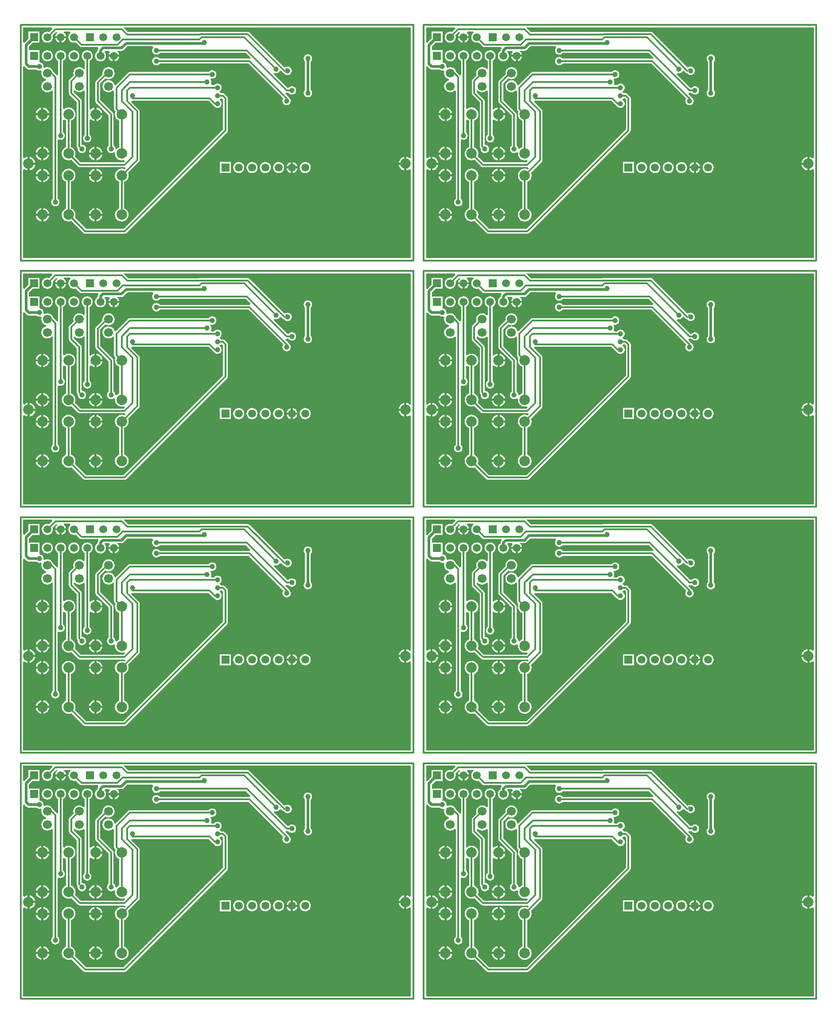
<source format=gbl>
%FSLAX42Y42*%
%MOMM*%
G71*
G01*
G75*
G04 Layer_Physical_Order=2*
G04 Layer_Color=16711680*
%ADD10C,0.30*%
%ADD11R,0.40X1.60*%
%ADD12R,1.60X0.40*%
%ADD13R,1.30X0.70*%
%ADD14R,1.30X0.90*%
%ADD15R,0.70X1.30*%
%ADD16R,0.90X1.30*%
%ADD17R,1.40X0.70*%
%ADD18R,0.90X1.60*%
%ADD19C,0.50*%
%ADD20C,1.50*%
%ADD21R,1.50X1.50*%
%ADD22C,2.00*%
%ADD23C,1.70*%
%ADD24R,1.52X1.52*%
%ADD25C,1.52*%
%ADD26C,1.00*%
G36*
X9893Y5264D02*
X9870Y5253D01*
X9854Y5266D01*
X9822Y5279D01*
X9808Y5280D01*
Y5152D01*
Y5024D01*
X9822Y5025D01*
X9854Y5038D01*
X9870Y5051D01*
X9893Y5040D01*
Y3348D01*
X2484D01*
Y5040D01*
X2507Y5051D01*
X2523Y5038D01*
X2554Y5025D01*
X2568Y5024D01*
Y5152D01*
Y5280D01*
X2554Y5279D01*
X2523Y5266D01*
X2507Y5253D01*
X2484Y5264D01*
Y7005D01*
X2507Y7015D01*
X2551Y6971D01*
X2569Y6959D01*
X2591Y6954D01*
X2736D01*
X2737Y6953D01*
X2754Y6941D01*
X2773Y6932D01*
X2794Y6930D01*
X2815Y6932D01*
X2819Y6934D01*
X2836Y6916D01*
X2834Y6911D01*
X2830Y6881D01*
X2834Y6851D01*
X2846Y6823D01*
X2864Y6799D01*
X2888Y6781D01*
X2916Y6769D01*
X2920Y6769D01*
Y6744D01*
X2916Y6743D01*
X2888Y6732D01*
X2864Y6713D01*
X2846Y6689D01*
X2834Y6661D01*
X2830Y6631D01*
X2834Y6601D01*
X2846Y6573D01*
X2864Y6549D01*
X2888Y6531D01*
X2916Y6519D01*
X2946Y6515D01*
X2976Y6519D01*
X3004Y6531D01*
X3028Y6549D01*
X3029Y6550D01*
X3053Y6542D01*
Y4485D01*
X3042Y4477D01*
X3029Y4460D01*
X3021Y4440D01*
X3018Y4420D01*
X3021Y4399D01*
X3029Y4379D01*
X3042Y4363D01*
X3058Y4350D01*
X3078Y4342D01*
X3099Y4339D01*
X3120Y4342D01*
X3139Y4350D01*
X3156Y4363D01*
X3169Y4379D01*
X3177Y4399D01*
X3179Y4420D01*
X3177Y4440D01*
X3169Y4460D01*
X3156Y4477D01*
X3145Y4485D01*
Y5604D01*
X3165Y5617D01*
X3180Y5612D01*
X3200Y5609D01*
X3221Y5612D01*
X3241Y5620D01*
X3257Y5633D01*
X3270Y5649D01*
X3278Y5669D01*
X3281Y5690D01*
X3278Y5710D01*
X3270Y5730D01*
X3257Y5747D01*
X3246Y5755D01*
Y5986D01*
X3269Y5997D01*
X3287Y5982D01*
X3307Y5974D01*
Y5468D01*
X3287Y5460D01*
X3260Y5439D01*
X3239Y5412D01*
X3226Y5380D01*
X3222Y5346D01*
X3226Y5312D01*
X3239Y5280D01*
X3260Y5253D01*
X3287Y5232D01*
X3319Y5219D01*
X3353Y5215D01*
X3387Y5219D01*
X3406Y5227D01*
X3536Y5098D01*
X3550Y5088D01*
X3568Y5085D01*
X4420D01*
X4429Y5087D01*
X4441Y5065D01*
X4422Y5046D01*
X4403Y5054D01*
X4369Y5059D01*
X4335Y5054D01*
X4303Y5041D01*
X4276Y5020D01*
X4255Y4993D01*
X4242Y4962D01*
X4238Y4928D01*
X4242Y4894D01*
X4255Y4862D01*
X4276Y4835D01*
X4303Y4814D01*
X4323Y4806D01*
Y4299D01*
X4303Y4291D01*
X4276Y4270D01*
X4255Y4243D01*
X4242Y4212D01*
X4238Y4178D01*
X4242Y4144D01*
X4255Y4112D01*
X4276Y4085D01*
X4303Y4064D01*
X4335Y4051D01*
X4369Y4046D01*
X4403Y4051D01*
X4434Y4064D01*
X4462Y4085D01*
X4482Y4112D01*
X4495Y4144D01*
X4500Y4178D01*
X4495Y4212D01*
X4482Y4243D01*
X4462Y4270D01*
X4434Y4291D01*
X4415Y4299D01*
Y4806D01*
X4434Y4814D01*
X4462Y4835D01*
X4482Y4862D01*
X4495Y4894D01*
X4500Y4928D01*
X4495Y4962D01*
X4487Y4981D01*
X4696Y5190D01*
X4706Y5205D01*
X4709Y5222D01*
Y6157D01*
X4706Y6174D01*
X4696Y6189D01*
X4550Y6335D01*
X4562Y6357D01*
X4572Y6355D01*
X6026D01*
X6114Y6267D01*
X6114Y6267D01*
X6114D01*
X6114Y6267D01*
X6114D01*
X6114Y6267D01*
Y6267D01*
Y6267D01*
D01*
D01*
X6114D01*
Y6267D01*
X6129Y6257D01*
X6129Y6257D01*
X6141Y6242D01*
X6157Y6229D01*
X6177Y6221D01*
X6198Y6219D01*
X6218Y6221D01*
X6238Y6229D01*
X6255Y6242D01*
X6267Y6259D01*
X6276Y6278D01*
X6278Y6299D01*
X6276Y6320D01*
X6267Y6340D01*
X6255Y6356D01*
X6238Y6369D01*
Y6382D01*
X6255Y6395D01*
X6259Y6400D01*
X6284Y6402D01*
X6304Y6382D01*
Y5810D01*
X4401Y3907D01*
X3689D01*
X3471Y4124D01*
X3479Y4144D01*
X3484Y4178D01*
X3479Y4212D01*
X3466Y4243D01*
X3446Y4270D01*
X3418Y4291D01*
X3399Y4299D01*
Y4806D01*
X3418Y4814D01*
X3446Y4835D01*
X3466Y4862D01*
X3479Y4894D01*
X3484Y4928D01*
X3479Y4962D01*
X3466Y4993D01*
X3446Y5020D01*
X3418Y5041D01*
X3387Y5054D01*
X3353Y5059D01*
X3319Y5054D01*
X3287Y5041D01*
X3260Y5020D01*
X3239Y4993D01*
X3226Y4962D01*
X3222Y4928D01*
X3226Y4894D01*
X3239Y4862D01*
X3260Y4835D01*
X3287Y4814D01*
X3307Y4806D01*
Y4299D01*
X3287Y4291D01*
X3260Y4270D01*
X3239Y4243D01*
X3226Y4212D01*
X3222Y4178D01*
X3226Y4144D01*
X3239Y4112D01*
X3260Y4085D01*
X3287Y4064D01*
X3319Y4051D01*
X3353Y4046D01*
X3387Y4051D01*
X3406Y4059D01*
X3637Y3828D01*
X3637Y3828D01*
X3637D01*
X3637Y3828D01*
X3637D01*
X3637Y3828D01*
Y3828D01*
Y3828D01*
D01*
D01*
X3637D01*
Y3828D01*
X3652Y3818D01*
X3670Y3815D01*
X4420D01*
X4437Y3818D01*
X4452Y3828D01*
X6382Y5759D01*
X6392Y5774D01*
X6396Y5791D01*
Y6401D01*
X6396Y6401D01*
X6396Y6401D01*
X6392Y6418D01*
X6389Y6423D01*
X6389Y6423D01*
X6382Y6433D01*
Y6433D01*
X6382Y6433D01*
X6332Y6484D01*
X6317Y6494D01*
X6299Y6497D01*
X6263D01*
X6255Y6509D01*
X6238Y6521D01*
Y6534D01*
X6255Y6547D01*
X6267Y6564D01*
X6276Y6583D01*
X6278Y6604D01*
X6276Y6625D01*
X6267Y6644D01*
X6255Y6661D01*
X6238Y6674D01*
X6218Y6682D01*
X6198Y6685D01*
X6177Y6682D01*
X6157Y6674D01*
X6141Y6661D01*
X6132Y6650D01*
X6095D01*
X6070Y6669D01*
X6069Y6671D01*
X6077Y6690D01*
X6080Y6710D01*
X6077Y6731D01*
X6069Y6751D01*
X6065Y6756D01*
X6073Y6776D01*
X6076Y6780D01*
X6096Y6777D01*
X6117Y6780D01*
X6136Y6788D01*
X6153Y6801D01*
X6166Y6818D01*
X6174Y6837D01*
X6177Y6858D01*
X6174Y6879D01*
X6166Y6898D01*
X6153Y6915D01*
X6136Y6928D01*
X6117Y6936D01*
X6096Y6939D01*
X6075Y6936D01*
X6056Y6928D01*
X6039Y6915D01*
X6030Y6904D01*
X4521D01*
X4504Y6900D01*
X4489Y6890D01*
X4251Y6652D01*
X4227Y6660D01*
X4227Y6661D01*
X4215Y6689D01*
X4197Y6713D01*
X4173Y6732D01*
X4145Y6743D01*
X4115Y6747D01*
X4085Y6743D01*
X4057Y6732D01*
X4033Y6713D01*
X4014Y6689D01*
X4003Y6661D01*
X3999Y6631D01*
X4003Y6601D01*
X4014Y6573D01*
X4033Y6549D01*
X4057Y6531D01*
X4085Y6519D01*
X4115Y6515D01*
X4145Y6519D01*
X4173Y6531D01*
X4197Y6549D01*
X4198Y6550D01*
X4221Y6542D01*
Y6198D01*
X4221Y6198D01*
X4221D01*
X4225Y6180D01*
X4235Y6165D01*
X4250Y6150D01*
X4242Y6130D01*
X4238Y6096D01*
X4242Y6062D01*
X4255Y6030D01*
X4276Y6003D01*
X4303Y5982D01*
X4323Y5974D01*
Y5468D01*
X4303Y5460D01*
X4276Y5439D01*
X4271Y5432D01*
X4260Y5434D01*
X4246Y5438D01*
X4244Y5456D01*
X4235Y5476D01*
X4223Y5493D01*
X4211Y5501D01*
Y6096D01*
X4208Y6114D01*
X4198Y6128D01*
X3957Y6369D01*
Y6687D01*
X4054Y6783D01*
X4057Y6781D01*
X4085Y6769D01*
X4115Y6765D01*
X4145Y6769D01*
X4173Y6781D01*
X4197Y6799D01*
X4215Y6823D01*
X4227Y6851D01*
X4231Y6881D01*
X4227Y6911D01*
X4215Y6939D01*
X4197Y6963D01*
X4173Y6982D01*
X4145Y6993D01*
X4115Y6997D01*
X4085Y6993D01*
X4057Y6982D01*
X4033Y6963D01*
X4014Y6939D01*
X4003Y6911D01*
X3999Y6881D01*
X4002Y6860D01*
X3879Y6738D01*
X3869Y6723D01*
X3866Y6706D01*
Y6350D01*
X3866Y6350D01*
X3866D01*
X3869Y6332D01*
X3879Y6318D01*
X4120Y6077D01*
Y5501D01*
X4109Y5493D01*
X4096Y5476D01*
X4088Y5456D01*
X4085Y5436D01*
X4088Y5415D01*
X4096Y5395D01*
X4109Y5379D01*
X4125Y5366D01*
X4145Y5358D01*
X4166Y5355D01*
X4186Y5358D01*
X4206Y5366D01*
X4218Y5375D01*
X4240Y5363D01*
X4238Y5346D01*
X4242Y5312D01*
X4255Y5280D01*
X4276Y5253D01*
X4303Y5232D01*
X4335Y5219D01*
X4369Y5215D01*
X4403Y5219D01*
X4413Y5223D01*
X4427Y5203D01*
X4401Y5177D01*
X3587D01*
X3471Y5292D01*
X3479Y5312D01*
X3484Y5346D01*
X3479Y5380D01*
X3466Y5412D01*
X3446Y5439D01*
X3418Y5460D01*
X3399Y5468D01*
Y5974D01*
X3418Y5982D01*
X3446Y6003D01*
X3466Y6030D01*
X3479Y6062D01*
X3484Y6096D01*
X3479Y6130D01*
X3466Y6162D01*
X3446Y6189D01*
X3418Y6210D01*
X3387Y6223D01*
X3353Y6227D01*
X3319Y6223D01*
X3287Y6210D01*
X3269Y6195D01*
X3246Y6206D01*
Y7119D01*
X3253Y7122D01*
X3275Y7139D01*
X3292Y7161D01*
X3303Y7186D01*
X3306Y7214D01*
X3303Y7241D01*
X3292Y7267D01*
X3275Y7288D01*
X3253Y7305D01*
X3228Y7316D01*
X3200Y7320D01*
X3173Y7316D01*
X3147Y7305D01*
X3126Y7288D01*
X3109Y7267D01*
X3098Y7241D01*
X3094Y7214D01*
X3098Y7186D01*
X3109Y7161D01*
X3126Y7139D01*
X3147Y7122D01*
X3155Y7119D01*
Y6855D01*
X3131Y6840D01*
X3058Y6913D01*
X3047Y6939D01*
X3028Y6963D01*
X3004Y6982D01*
X2976Y6993D01*
X2946Y6997D01*
X2916Y6993D01*
X2893Y6984D01*
X2878Y6995D01*
X2873Y7001D01*
X2875Y7010D01*
X2872Y7031D01*
X2864Y7051D01*
X2851Y7067D01*
X2834Y7080D01*
X2815Y7088D01*
X2794Y7091D01*
Y7105D01*
X2797Y7109D01*
X2797D01*
Y7319D01*
X2596D01*
Y7394D01*
X2667Y7464D01*
X2797D01*
Y7674D01*
X2587D01*
Y7544D01*
X2507Y7463D01*
X2484Y7473D01*
Y7756D01*
X3036D01*
X3045Y7733D01*
X2981Y7669D01*
X2974Y7671D01*
X2946Y7675D01*
X2919Y7671D01*
X2893Y7661D01*
X2872Y7644D01*
X2855Y7622D01*
X2844Y7597D01*
X2840Y7569D01*
X2844Y7542D01*
X2855Y7516D01*
X2872Y7494D01*
X2893Y7477D01*
X2919Y7467D01*
X2946Y7463D01*
X2974Y7467D01*
X2999Y7477D01*
X3021Y7494D01*
X3038Y7516D01*
X3049Y7542D01*
X3052Y7569D01*
X3049Y7597D01*
X3046Y7604D01*
X3109Y7666D01*
X3133Y7661D01*
X3136Y7652D01*
X3126Y7644D01*
X3109Y7622D01*
X3098Y7597D01*
X3097Y7589D01*
X3304D01*
X3303Y7597D01*
X3292Y7622D01*
X3275Y7644D01*
X3265Y7652D01*
X3273Y7676D01*
X3382D01*
X3390Y7652D01*
X3380Y7644D01*
X3363Y7622D01*
X3352Y7597D01*
X3348Y7569D01*
X3352Y7542D01*
X3363Y7516D01*
X3380Y7494D01*
X3401Y7477D01*
X3427Y7467D01*
X3454Y7463D01*
X3482Y7467D01*
X3489Y7470D01*
X3564Y7395D01*
X3564Y7395D01*
X3564Y7395D01*
Y7395D01*
X3564Y7395D01*
Y7395D01*
X3579Y7385D01*
X3597Y7381D01*
X3916D01*
X3926Y7358D01*
X3923Y7355D01*
X3911Y7337D01*
X3906Y7315D01*
Y7303D01*
X3888Y7288D01*
X3871Y7267D01*
X3860Y7241D01*
X3856Y7214D01*
X3860Y7186D01*
X3871Y7161D01*
X3888Y7139D01*
X3909Y7122D01*
X3935Y7111D01*
X3962Y7108D01*
X3990Y7111D01*
X4015Y7122D01*
X4037Y7139D01*
X4054Y7161D01*
X4065Y7186D01*
X4068Y7214D01*
X4065Y7241D01*
X4054Y7267D01*
X4037Y7288D01*
X4033Y7291D01*
X4047Y7306D01*
X4127D01*
X4138Y7284D01*
X4125Y7267D01*
X4114Y7241D01*
X4113Y7234D01*
X4320D01*
X4319Y7241D01*
X4308Y7267D01*
X4291Y7288D01*
X4269Y7305D01*
X4269Y7306D01*
X4365D01*
X4386Y7310D01*
X4404Y7322D01*
X4478Y7396D01*
X4954D01*
X4972Y7372D01*
X4959Y7356D01*
X4951Y7336D01*
X4949Y7315D01*
X4951Y7294D01*
X4959Y7275D01*
X4972Y7258D01*
X4989Y7245D01*
X5008Y7237D01*
X5029Y7235D01*
X5050Y7237D01*
X5070Y7245D01*
X5086Y7258D01*
X5095Y7269D01*
X6737D01*
X6829Y7178D01*
X6817Y7156D01*
X6807Y7158D01*
X5095D01*
X5086Y7169D01*
X5070Y7182D01*
X5050Y7190D01*
X5029Y7193D01*
X5008Y7190D01*
X4989Y7182D01*
X4972Y7169D01*
X4959Y7152D01*
X4951Y7133D01*
X4949Y7112D01*
X4951Y7091D01*
X4959Y7072D01*
X4972Y7055D01*
X4989Y7042D01*
X5008Y7034D01*
X5029Y7031D01*
X5050Y7034D01*
X5070Y7042D01*
X5086Y7055D01*
X5095Y7066D01*
X6788D01*
X7455Y6399D01*
X7449Y6390D01*
X7440Y6371D01*
X7438Y6350D01*
X7440Y6329D01*
X7449Y6310D01*
X7461Y6293D01*
X7478Y6280D01*
X7498Y6272D01*
X7518Y6269D01*
X7539Y6272D01*
X7559Y6280D01*
X7575Y6293D01*
X7588Y6310D01*
X7596Y6329D01*
X7599Y6350D01*
X7596Y6371D01*
X7588Y6390D01*
X7575Y6407D01*
X7561Y6418D01*
X7561Y6418D01*
X7551Y6433D01*
X7497Y6487D01*
X7509Y6509D01*
X7518Y6507D01*
X7554D01*
X7563Y6496D01*
X7580Y6483D01*
X7599Y6475D01*
X7620Y6473D01*
X7641Y6475D01*
X7660Y6483D01*
X7677Y6496D01*
X7690Y6513D01*
X7698Y6532D01*
X7701Y6553D01*
X7698Y6574D01*
X7690Y6594D01*
X7677Y6610D01*
X7660Y6623D01*
X7641Y6631D01*
X7620Y6634D01*
X7599Y6631D01*
X7580Y6623D01*
X7563Y6610D01*
X7559Y6605D01*
X7534Y6603D01*
X7272Y6864D01*
X7286Y6885D01*
X7294Y6882D01*
X7315Y6879D01*
X7336Y6882D01*
X7356Y6890D01*
X7372Y6903D01*
X7385Y6919D01*
X7386Y6922D01*
X7411Y6927D01*
X7443Y6895D01*
X7458Y6885D01*
X7472Y6882D01*
X7481Y6870D01*
X7498Y6857D01*
X7518Y6849D01*
X7538Y6846D01*
X7559Y6849D01*
X7579Y6857D01*
X7595Y6870D01*
X7608Y6887D01*
X7616Y6906D01*
X7619Y6927D01*
X7616Y6948D01*
X7608Y6967D01*
X7595Y6984D01*
X7579Y6997D01*
X7559Y7005D01*
X7538Y7008D01*
X7518Y7005D01*
X7512Y7003D01*
X7508Y7004D01*
X7490Y7000D01*
X7476Y6991D01*
X6810Y7657D01*
X6795Y7667D01*
X6778Y7670D01*
X5870D01*
X5852Y7667D01*
X5851Y7666D01*
X4489D01*
X4401Y7754D01*
X4402Y7756D01*
X9893D01*
Y5264D01*
D02*
G37*
%LPC*%
G36*
X6604Y5187D02*
X6576Y5183D01*
X6550Y5173D01*
X6528Y5156D01*
X6511Y5134D01*
X6501Y5108D01*
X6497Y5080D01*
X6501Y5052D01*
X6511Y5026D01*
X6528Y5004D01*
X6550Y4987D01*
X6576Y4977D01*
X6604Y4973D01*
X6632Y4977D01*
X6658Y4987D01*
X6680Y5004D01*
X6697Y5026D01*
X6707Y5052D01*
X6711Y5080D01*
X6707Y5108D01*
X6697Y5134D01*
X6680Y5156D01*
X6658Y5173D01*
X6632Y5183D01*
X6604Y5187D01*
D02*
G37*
G36*
X7112D02*
X7084Y5183D01*
X7058Y5173D01*
X7036Y5156D01*
X7019Y5134D01*
X7009Y5108D01*
X7005Y5080D01*
X7009Y5052D01*
X7019Y5026D01*
X7036Y5004D01*
X7058Y4987D01*
X7084Y4977D01*
X7112Y4973D01*
X7140Y4977D01*
X7166Y4987D01*
X7188Y5004D01*
X7205Y5026D01*
X7215Y5052D01*
X7219Y5080D01*
X7215Y5108D01*
X7205Y5134D01*
X7188Y5156D01*
X7166Y5173D01*
X7140Y5183D01*
X7112Y5187D01*
D02*
G37*
G36*
X6858D02*
X6830Y5183D01*
X6804Y5173D01*
X6782Y5156D01*
X6765Y5134D01*
X6755Y5108D01*
X6751Y5080D01*
X6755Y5052D01*
X6765Y5026D01*
X6782Y5004D01*
X6804Y4987D01*
X6830Y4977D01*
X6858Y4973D01*
X6886Y4977D01*
X6912Y4987D01*
X6934Y5004D01*
X6951Y5026D01*
X6961Y5052D01*
X6965Y5080D01*
X6961Y5108D01*
X6951Y5134D01*
X6934Y5156D01*
X6912Y5173D01*
X6886Y5183D01*
X6858Y5187D01*
D02*
G37*
G36*
X2873Y5056D02*
Y4948D01*
X2981D01*
X2979Y4962D01*
X2966Y4993D01*
X2946Y5020D01*
X2918Y5041D01*
X2887Y5054D01*
X2873Y5056D01*
D02*
G37*
G36*
X3849D02*
X3835Y5054D01*
X3803Y5041D01*
X3776Y5020D01*
X3755Y4993D01*
X3742Y4962D01*
X3740Y4948D01*
X3849D01*
Y5056D01*
D02*
G37*
G36*
X3889D02*
Y4948D01*
X3997D01*
X3995Y4962D01*
X3982Y4993D01*
X3962Y5020D01*
X3934Y5041D01*
X3903Y5054D01*
X3889Y5056D01*
D02*
G37*
G36*
X7366Y5187D02*
X7338Y5183D01*
X7312Y5173D01*
X7290Y5156D01*
X7273Y5134D01*
X7263Y5108D01*
X7259Y5080D01*
X7263Y5052D01*
X7273Y5026D01*
X7290Y5004D01*
X7312Y4987D01*
X7338Y4977D01*
X7366Y4973D01*
X7394Y4977D01*
X7420Y4987D01*
X7442Y5004D01*
X7459Y5026D01*
X7469Y5052D01*
X7473Y5080D01*
X7469Y5108D01*
X7459Y5134D01*
X7442Y5156D01*
X7420Y5173D01*
X7394Y5183D01*
X7366Y5187D01*
D02*
G37*
G36*
X7724Y5060D02*
X7640D01*
Y4976D01*
X7648Y4977D01*
X7674Y4987D01*
X7696Y5004D01*
X7713Y5026D01*
X7723Y5052D01*
X7724Y5060D01*
D02*
G37*
G36*
X2717Y5132D02*
X2608D01*
Y5024D01*
X2622Y5025D01*
X2654Y5038D01*
X2681Y5059D01*
X2702Y5086D01*
X2715Y5118D01*
X2717Y5132D01*
D02*
G37*
G36*
X9768D02*
X9660D01*
X9662Y5118D01*
X9675Y5086D01*
X9696Y5059D01*
X9723Y5038D01*
X9754Y5025D01*
X9768Y5024D01*
Y5132D01*
D02*
G37*
G36*
X7874Y5187D02*
X7846Y5183D01*
X7820Y5173D01*
X7798Y5156D01*
X7781Y5134D01*
X7771Y5108D01*
X7767Y5080D01*
X7771Y5052D01*
X7781Y5026D01*
X7798Y5004D01*
X7820Y4987D01*
X7846Y4977D01*
X7874Y4973D01*
X7902Y4977D01*
X7928Y4987D01*
X7950Y5004D01*
X7967Y5026D01*
X7977Y5052D01*
X7981Y5080D01*
X7977Y5108D01*
X7967Y5134D01*
X7950Y5156D01*
X7928Y5173D01*
X7902Y5183D01*
X7874Y5187D01*
D02*
G37*
G36*
X6456Y5186D02*
X6244D01*
Y4974D01*
X6456D01*
Y5186D01*
D02*
G37*
G36*
X7600Y5060D02*
X7516D01*
X7517Y5052D01*
X7527Y5026D01*
X7544Y5004D01*
X7566Y4987D01*
X7592Y4977D01*
X7600Y4976D01*
Y5060D01*
D02*
G37*
G36*
X3997Y4158D02*
X3889D01*
Y4049D01*
X3903Y4051D01*
X3934Y4064D01*
X3962Y4085D01*
X3982Y4112D01*
X3995Y4144D01*
X3997Y4158D01*
D02*
G37*
G36*
X2833Y4306D02*
X2819Y4304D01*
X2787Y4291D01*
X2760Y4270D01*
X2739Y4243D01*
X2726Y4212D01*
X2724Y4198D01*
X2833D01*
Y4306D01*
D02*
G37*
G36*
X2873D02*
Y4198D01*
X2981D01*
X2979Y4212D01*
X2966Y4243D01*
X2946Y4270D01*
X2918Y4291D01*
X2887Y4304D01*
X2873Y4306D01*
D02*
G37*
G36*
X2833Y4158D02*
X2724D01*
X2726Y4144D01*
X2739Y4112D01*
X2760Y4085D01*
X2787Y4064D01*
X2819Y4051D01*
X2833Y4049D01*
Y4158D01*
D02*
G37*
G36*
X2981D02*
X2873D01*
Y4049D01*
X2887Y4051D01*
X2918Y4064D01*
X2946Y4085D01*
X2966Y4112D01*
X2979Y4144D01*
X2981Y4158D01*
D02*
G37*
G36*
X3849D02*
X3740D01*
X3742Y4144D01*
X3755Y4112D01*
X3776Y4085D01*
X3803Y4064D01*
X3835Y4051D01*
X3849Y4049D01*
Y4158D01*
D02*
G37*
G36*
Y4306D02*
X3835Y4304D01*
X3803Y4291D01*
X3776Y4270D01*
X3755Y4243D01*
X3742Y4212D01*
X3740Y4198D01*
X3849D01*
Y4306D01*
D02*
G37*
G36*
Y4908D02*
X3740D01*
X3742Y4894D01*
X3755Y4862D01*
X3776Y4835D01*
X3803Y4814D01*
X3835Y4801D01*
X3849Y4799D01*
Y4908D01*
D02*
G37*
G36*
X3997D02*
X3889D01*
Y4799D01*
X3903Y4801D01*
X3934Y4814D01*
X3962Y4835D01*
X3982Y4862D01*
X3995Y4894D01*
X3997Y4908D01*
D02*
G37*
G36*
X2833Y5056D02*
X2819Y5054D01*
X2787Y5041D01*
X2760Y5020D01*
X2739Y4993D01*
X2726Y4962D01*
X2724Y4948D01*
X2833D01*
Y5056D01*
D02*
G37*
G36*
X3889Y4306D02*
Y4198D01*
X3997D01*
X3995Y4212D01*
X3982Y4243D01*
X3962Y4270D01*
X3934Y4291D01*
X3903Y4304D01*
X3889Y4306D01*
D02*
G37*
G36*
X2833Y4908D02*
X2724D01*
X2726Y4894D01*
X2739Y4862D01*
X2760Y4835D01*
X2787Y4814D01*
X2819Y4801D01*
X2833Y4799D01*
Y4908D01*
D02*
G37*
G36*
X2981D02*
X2873D01*
Y4799D01*
X2887Y4801D01*
X2918Y4814D01*
X2946Y4835D01*
X2966Y4862D01*
X2979Y4894D01*
X2981Y4908D01*
D02*
G37*
G36*
X2873Y6224D02*
Y6116D01*
X2981D01*
X2979Y6130D01*
X2966Y6162D01*
X2946Y6189D01*
X2918Y6210D01*
X2887Y6223D01*
X2873Y6224D01*
D02*
G37*
G36*
X3889D02*
Y6116D01*
X3997D01*
X3995Y6130D01*
X3982Y6162D01*
X3962Y6189D01*
X3934Y6210D01*
X3903Y6223D01*
X3889Y6224D01*
D02*
G37*
G36*
X7925Y7243D02*
X7904Y7241D01*
X7884Y7233D01*
X7868Y7220D01*
X7855Y7203D01*
X7847Y7184D01*
X7844Y7163D01*
X7847Y7142D01*
X7855Y7122D01*
X7868Y7106D01*
X7869Y7105D01*
Y6560D01*
X7868Y6559D01*
X7855Y6543D01*
X7847Y6523D01*
X7844Y6502D01*
X7847Y6482D01*
X7855Y6462D01*
X7868Y6445D01*
X7884Y6433D01*
X7904Y6424D01*
X7925Y6422D01*
X7946Y6424D01*
X7965Y6433D01*
X7982Y6445D01*
X7995Y6462D01*
X8003Y6482D01*
X8005Y6502D01*
X8003Y6523D01*
X7995Y6543D01*
X7982Y6559D01*
X7981Y6560D01*
Y7105D01*
X7982Y7106D01*
X7995Y7122D01*
X8003Y7142D01*
X8005Y7163D01*
X8003Y7184D01*
X7995Y7203D01*
X7982Y7220D01*
X7965Y7233D01*
X7946Y7241D01*
X7925Y7243D01*
D02*
G37*
G36*
X2981Y6076D02*
X2873D01*
Y5968D01*
X2887Y5969D01*
X2918Y5982D01*
X2946Y6003D01*
X2966Y6030D01*
X2979Y6062D01*
X2981Y6076D01*
D02*
G37*
G36*
X3997D02*
X3889D01*
Y5968D01*
X3903Y5969D01*
X3934Y5982D01*
X3962Y6003D01*
X3982Y6030D01*
X3995Y6062D01*
X3997Y6076D01*
D02*
G37*
G36*
X2833Y6224D02*
X2819Y6223D01*
X2787Y6210D01*
X2760Y6189D01*
X2739Y6162D01*
X2726Y6130D01*
X2724Y6116D01*
X2833D01*
Y6224D01*
D02*
G37*
G36*
X3708Y7320D02*
X3681Y7316D01*
X3655Y7305D01*
X3634Y7288D01*
X3617Y7267D01*
X3606Y7241D01*
X3602Y7214D01*
X3606Y7186D01*
X3617Y7161D01*
X3634Y7139D01*
X3655Y7122D01*
X3663Y7119D01*
Y6970D01*
X3639Y6962D01*
X3638Y6963D01*
X3614Y6982D01*
X3586Y6993D01*
X3556Y6997D01*
X3526Y6993D01*
X3498Y6982D01*
X3474Y6963D01*
X3456Y6939D01*
X3444Y6911D01*
X3440Y6881D01*
X3444Y6851D01*
X3449Y6839D01*
X3371Y6761D01*
X3361Y6747D01*
X3358Y6729D01*
Y6502D01*
X3358Y6502D01*
X3358D01*
X3361Y6485D01*
X3371Y6470D01*
X3510Y6331D01*
Y5486D01*
X3510Y5486D01*
X3510D01*
X3514Y5469D01*
X3524Y5454D01*
X3528Y5450D01*
X3526Y5436D01*
X3529Y5415D01*
X3537Y5395D01*
X3550Y5379D01*
X3566Y5366D01*
X3586Y5358D01*
X3607Y5355D01*
X3628Y5358D01*
X3647Y5366D01*
X3664Y5379D01*
X3677Y5395D01*
X3685Y5415D01*
X3687Y5436D01*
X3685Y5456D01*
X3677Y5476D01*
X3664Y5493D01*
X3647Y5505D01*
X3628Y5514D01*
X3607Y5516D01*
X3602Y5521D01*
Y6350D01*
X3598Y6368D01*
X3588Y6382D01*
X3449Y6521D01*
Y6542D01*
X3473Y6550D01*
X3474Y6549D01*
X3498Y6531D01*
X3526Y6519D01*
X3556Y6515D01*
X3586Y6519D01*
X3614Y6531D01*
X3638Y6549D01*
X3639Y6550D01*
X3663Y6542D01*
Y5704D01*
X3651Y5696D01*
X3639Y5679D01*
X3630Y5660D01*
X3628Y5639D01*
X3630Y5618D01*
X3639Y5598D01*
X3651Y5582D01*
X3668Y5569D01*
X3688Y5561D01*
X3708Y5558D01*
X3729Y5561D01*
X3749Y5569D01*
X3765Y5582D01*
X3778Y5598D01*
X3786Y5618D01*
X3789Y5639D01*
X3786Y5660D01*
X3778Y5679D01*
X3765Y5696D01*
X3754Y5704D01*
Y5987D01*
X3773Y6001D01*
X3777Y6003D01*
X3803Y5982D01*
X3835Y5969D01*
X3849Y5968D01*
Y6096D01*
Y6224D01*
X3835Y6223D01*
X3803Y6210D01*
X3777Y6189D01*
X3773Y6191D01*
X3754Y6205D01*
Y7119D01*
X3761Y7122D01*
X3783Y7139D01*
X3800Y7161D01*
X3811Y7186D01*
X3814Y7214D01*
X3811Y7241D01*
X3800Y7267D01*
X3783Y7288D01*
X3761Y7305D01*
X3736Y7316D01*
X3708Y7320D01*
D02*
G37*
G36*
X4320Y7194D02*
X4236D01*
Y7110D01*
X4244Y7111D01*
X4269Y7122D01*
X4291Y7139D01*
X4308Y7161D01*
X4319Y7186D01*
X4320Y7194D01*
D02*
G37*
G36*
X3180Y7549D02*
X3097D01*
X3098Y7542D01*
X3109Y7516D01*
X3126Y7494D01*
X3147Y7477D01*
X3173Y7467D01*
X3180Y7466D01*
Y7549D01*
D02*
G37*
G36*
X3304D02*
X3220D01*
Y7466D01*
X3228Y7467D01*
X3253Y7477D01*
X3275Y7494D01*
X3292Y7516D01*
X3303Y7542D01*
X3304Y7549D01*
D02*
G37*
G36*
X2946Y7320D02*
X2919Y7316D01*
X2893Y7305D01*
X2872Y7288D01*
X2855Y7267D01*
X2844Y7241D01*
X2840Y7214D01*
X2844Y7186D01*
X2855Y7161D01*
X2872Y7139D01*
X2893Y7122D01*
X2919Y7111D01*
X2946Y7108D01*
X2974Y7111D01*
X2999Y7122D01*
X3021Y7139D01*
X3038Y7161D01*
X3049Y7186D01*
X3052Y7214D01*
X3049Y7241D01*
X3038Y7267D01*
X3021Y7288D01*
X2999Y7305D01*
X2974Y7316D01*
X2946Y7320D01*
D02*
G37*
G36*
X3454D02*
X3427Y7316D01*
X3401Y7305D01*
X3380Y7288D01*
X3363Y7267D01*
X3352Y7241D01*
X3348Y7214D01*
X3352Y7186D01*
X3363Y7161D01*
X3380Y7139D01*
X3401Y7122D01*
X3427Y7111D01*
X3454Y7108D01*
X3482Y7111D01*
X3507Y7122D01*
X3529Y7139D01*
X3546Y7161D01*
X3557Y7186D01*
X3560Y7214D01*
X3557Y7241D01*
X3546Y7267D01*
X3529Y7288D01*
X3507Y7305D01*
X3482Y7316D01*
X3454Y7320D01*
D02*
G37*
G36*
X4196Y7194D02*
X4113D01*
X4114Y7186D01*
X4125Y7161D01*
X4142Y7139D01*
X4163Y7122D01*
X4189Y7111D01*
X4196Y7110D01*
Y7194D01*
D02*
G37*
G36*
X9768Y5280D02*
X9754Y5279D01*
X9723Y5266D01*
X9696Y5245D01*
X9675Y5218D01*
X9662Y5186D01*
X9660Y5172D01*
X9768D01*
Y5280D01*
D02*
G37*
G36*
X2833Y5326D02*
X2724D01*
X2726Y5312D01*
X2739Y5280D01*
X2760Y5253D01*
X2787Y5232D01*
X2819Y5219D01*
X2833Y5218D01*
Y5326D01*
D02*
G37*
G36*
X2981D02*
X2873D01*
Y5218D01*
X2887Y5219D01*
X2918Y5232D01*
X2946Y5253D01*
X2966Y5280D01*
X2979Y5312D01*
X2981Y5326D01*
D02*
G37*
G36*
X7600Y5184D02*
X7592Y5183D01*
X7566Y5173D01*
X7544Y5156D01*
X7527Y5134D01*
X7517Y5108D01*
X7516Y5100D01*
X7600D01*
Y5184D01*
D02*
G37*
G36*
X7640D02*
Y5100D01*
X7724D01*
X7723Y5108D01*
X7713Y5134D01*
X7696Y5156D01*
X7674Y5173D01*
X7648Y5183D01*
X7640Y5184D01*
D02*
G37*
G36*
X2608Y5280D02*
Y5172D01*
X2717D01*
X2715Y5186D01*
X2702Y5218D01*
X2681Y5245D01*
X2654Y5266D01*
X2622Y5279D01*
X2608Y5280D01*
D02*
G37*
G36*
X3849Y5326D02*
X3740D01*
X3742Y5312D01*
X3755Y5280D01*
X3776Y5253D01*
X3803Y5232D01*
X3835Y5219D01*
X3849Y5218D01*
Y5326D01*
D02*
G37*
G36*
Y5474D02*
X3835Y5473D01*
X3803Y5460D01*
X3776Y5439D01*
X3755Y5412D01*
X3742Y5380D01*
X3740Y5366D01*
X3849D01*
Y5474D01*
D02*
G37*
G36*
X3889D02*
Y5366D01*
X3997D01*
X3995Y5380D01*
X3982Y5412D01*
X3962Y5439D01*
X3934Y5460D01*
X3903Y5473D01*
X3889Y5474D01*
D02*
G37*
G36*
X2833Y6076D02*
X2724D01*
X2726Y6062D01*
X2739Y6030D01*
X2760Y6003D01*
X2787Y5982D01*
X2819Y5969D01*
X2833Y5968D01*
Y6076D01*
D02*
G37*
G36*
X3997Y5326D02*
X3889D01*
Y5218D01*
X3903Y5219D01*
X3934Y5232D01*
X3962Y5253D01*
X3982Y5280D01*
X3995Y5312D01*
X3997Y5326D01*
D02*
G37*
G36*
X2833Y5474D02*
X2819Y5473D01*
X2787Y5460D01*
X2760Y5439D01*
X2739Y5412D01*
X2726Y5380D01*
X2724Y5366D01*
X2833D01*
Y5474D01*
D02*
G37*
G36*
X2873D02*
Y5366D01*
X2981D01*
X2979Y5380D01*
X2966Y5412D01*
X2946Y5439D01*
X2918Y5460D01*
X2887Y5473D01*
X2873Y5474D01*
D02*
G37*
%LPD*%
G36*
X17593Y5264D02*
X17570Y5253D01*
X17554Y5266D01*
X17522Y5279D01*
X17508Y5280D01*
Y5152D01*
Y5024D01*
X17522Y5025D01*
X17554Y5038D01*
X17570Y5051D01*
X17593Y5040D01*
Y3348D01*
X10184D01*
Y5040D01*
X10207Y5051D01*
X10223Y5038D01*
X10254Y5025D01*
X10268Y5024D01*
Y5152D01*
Y5280D01*
X10254Y5279D01*
X10223Y5266D01*
X10207Y5253D01*
X10184Y5264D01*
Y7005D01*
X10207Y7015D01*
X10251Y6971D01*
X10269Y6959D01*
X10291Y6954D01*
X10436D01*
X10437Y6953D01*
X10454Y6941D01*
X10473Y6932D01*
X10494Y6930D01*
X10515Y6932D01*
X10519Y6934D01*
X10536Y6916D01*
X10534Y6911D01*
X10530Y6881D01*
X10534Y6851D01*
X10546Y6823D01*
X10564Y6799D01*
X10588Y6781D01*
X10616Y6769D01*
X10620Y6769D01*
Y6744D01*
X10616Y6743D01*
X10588Y6732D01*
X10564Y6713D01*
X10546Y6689D01*
X10534Y6661D01*
X10530Y6631D01*
X10534Y6601D01*
X10546Y6573D01*
X10564Y6549D01*
X10588Y6531D01*
X10616Y6519D01*
X10646Y6515D01*
X10676Y6519D01*
X10704Y6531D01*
X10728Y6549D01*
X10729Y6550D01*
X10753Y6542D01*
Y4485D01*
X10742Y4477D01*
X10729Y4460D01*
X10721Y4440D01*
X10718Y4420D01*
X10721Y4399D01*
X10729Y4379D01*
X10742Y4363D01*
X10758Y4350D01*
X10778Y4342D01*
X10799Y4339D01*
X10820Y4342D01*
X10839Y4350D01*
X10856Y4363D01*
X10869Y4379D01*
X10877Y4399D01*
X10879Y4420D01*
X10877Y4440D01*
X10869Y4460D01*
X10856Y4477D01*
X10845Y4485D01*
Y5604D01*
X10865Y5617D01*
X10880Y5612D01*
X10900Y5609D01*
X10921Y5612D01*
X10941Y5620D01*
X10957Y5633D01*
X10970Y5649D01*
X10978Y5669D01*
X10981Y5690D01*
X10978Y5710D01*
X10970Y5730D01*
X10957Y5747D01*
X10946Y5755D01*
Y5986D01*
X10969Y5997D01*
X10987Y5982D01*
X11007Y5974D01*
Y5468D01*
X10987Y5460D01*
X10960Y5439D01*
X10939Y5412D01*
X10926Y5380D01*
X10922Y5346D01*
X10926Y5312D01*
X10939Y5280D01*
X10960Y5253D01*
X10987Y5232D01*
X11019Y5219D01*
X11053Y5215D01*
X11087Y5219D01*
X11106Y5227D01*
X11236Y5098D01*
X11250Y5088D01*
X11268Y5085D01*
X12120D01*
X12129Y5087D01*
X12141Y5065D01*
X12122Y5046D01*
X12103Y5054D01*
X12069Y5059D01*
X12035Y5054D01*
X12003Y5041D01*
X11976Y5020D01*
X11955Y4993D01*
X11942Y4962D01*
X11938Y4928D01*
X11942Y4894D01*
X11955Y4862D01*
X11976Y4835D01*
X12003Y4814D01*
X12023Y4806D01*
Y4299D01*
X12003Y4291D01*
X11976Y4270D01*
X11955Y4243D01*
X11942Y4212D01*
X11938Y4178D01*
X11942Y4144D01*
X11955Y4112D01*
X11976Y4085D01*
X12003Y4064D01*
X12035Y4051D01*
X12069Y4046D01*
X12103Y4051D01*
X12134Y4064D01*
X12162Y4085D01*
X12182Y4112D01*
X12195Y4144D01*
X12200Y4178D01*
X12195Y4212D01*
X12182Y4243D01*
X12162Y4270D01*
X12134Y4291D01*
X12115Y4299D01*
Y4806D01*
X12134Y4814D01*
X12162Y4835D01*
X12182Y4862D01*
X12195Y4894D01*
X12200Y4928D01*
X12195Y4962D01*
X12187Y4981D01*
X12396Y5190D01*
X12406Y5205D01*
X12409Y5222D01*
Y6157D01*
X12406Y6174D01*
X12396Y6189D01*
X12250Y6335D01*
X12262Y6357D01*
X12272Y6355D01*
X13726D01*
X13814Y6267D01*
X13814Y6267D01*
X13814D01*
X13814Y6267D01*
X13814D01*
X13814Y6267D01*
Y6267D01*
Y6267D01*
D01*
D01*
X13814D01*
Y6267D01*
X13829Y6257D01*
X13829Y6257D01*
X13841Y6242D01*
X13857Y6229D01*
X13877Y6221D01*
X13898Y6219D01*
X13918Y6221D01*
X13938Y6229D01*
X13955Y6242D01*
X13967Y6259D01*
X13976Y6278D01*
X13978Y6299D01*
X13976Y6320D01*
X13967Y6340D01*
X13955Y6356D01*
X13938Y6369D01*
Y6382D01*
X13955Y6395D01*
X13959Y6400D01*
X13984Y6402D01*
X14004Y6382D01*
Y5810D01*
X12101Y3907D01*
X11389D01*
X11171Y4124D01*
X11179Y4144D01*
X11184Y4178D01*
X11179Y4212D01*
X11166Y4243D01*
X11146Y4270D01*
X11118Y4291D01*
X11099Y4299D01*
Y4806D01*
X11118Y4814D01*
X11146Y4835D01*
X11166Y4862D01*
X11179Y4894D01*
X11184Y4928D01*
X11179Y4962D01*
X11166Y4993D01*
X11146Y5020D01*
X11118Y5041D01*
X11087Y5054D01*
X11053Y5059D01*
X11019Y5054D01*
X10987Y5041D01*
X10960Y5020D01*
X10939Y4993D01*
X10926Y4962D01*
X10922Y4928D01*
X10926Y4894D01*
X10939Y4862D01*
X10960Y4835D01*
X10987Y4814D01*
X11007Y4806D01*
Y4299D01*
X10987Y4291D01*
X10960Y4270D01*
X10939Y4243D01*
X10926Y4212D01*
X10922Y4178D01*
X10926Y4144D01*
X10939Y4112D01*
X10960Y4085D01*
X10987Y4064D01*
X11019Y4051D01*
X11053Y4046D01*
X11087Y4051D01*
X11106Y4059D01*
X11337Y3828D01*
X11337Y3828D01*
X11337D01*
X11337Y3828D01*
X11337D01*
X11337Y3828D01*
Y3828D01*
Y3828D01*
D01*
D01*
X11337D01*
Y3828D01*
X11352Y3818D01*
X11370Y3815D01*
X12120D01*
X12137Y3818D01*
X12152Y3828D01*
X14082Y5759D01*
X14092Y5774D01*
X14096Y5791D01*
Y6401D01*
X14096Y6401D01*
X14096Y6401D01*
X14092Y6418D01*
X14089Y6423D01*
X14089Y6423D01*
X14082Y6433D01*
Y6433D01*
X14082Y6433D01*
X14032Y6484D01*
X14017Y6494D01*
X13999Y6497D01*
X13963D01*
X13955Y6509D01*
X13938Y6521D01*
Y6534D01*
X13955Y6547D01*
X13967Y6564D01*
X13976Y6583D01*
X13978Y6604D01*
X13976Y6625D01*
X13967Y6644D01*
X13955Y6661D01*
X13938Y6674D01*
X13918Y6682D01*
X13898Y6685D01*
X13877Y6682D01*
X13857Y6674D01*
X13841Y6661D01*
X13832Y6650D01*
X13795D01*
X13770Y6669D01*
X13769Y6671D01*
X13777Y6690D01*
X13780Y6710D01*
X13777Y6731D01*
X13769Y6751D01*
X13765Y6756D01*
X13773Y6776D01*
X13776Y6780D01*
X13796Y6777D01*
X13817Y6780D01*
X13836Y6788D01*
X13853Y6801D01*
X13866Y6818D01*
X13874Y6837D01*
X13877Y6858D01*
X13874Y6879D01*
X13866Y6898D01*
X13853Y6915D01*
X13836Y6928D01*
X13817Y6936D01*
X13796Y6939D01*
X13775Y6936D01*
X13756Y6928D01*
X13739Y6915D01*
X13730Y6904D01*
X12221D01*
X12204Y6900D01*
X12189Y6890D01*
X11951Y6652D01*
X11927Y6660D01*
X11927Y6661D01*
X11915Y6689D01*
X11897Y6713D01*
X11873Y6732D01*
X11845Y6743D01*
X11815Y6747D01*
X11785Y6743D01*
X11757Y6732D01*
X11733Y6713D01*
X11714Y6689D01*
X11703Y6661D01*
X11699Y6631D01*
X11703Y6601D01*
X11714Y6573D01*
X11733Y6549D01*
X11757Y6531D01*
X11785Y6519D01*
X11815Y6515D01*
X11845Y6519D01*
X11873Y6531D01*
X11897Y6549D01*
X11898Y6550D01*
X11921Y6542D01*
Y6198D01*
X11921Y6198D01*
X11921D01*
X11925Y6180D01*
X11935Y6165D01*
X11950Y6150D01*
X11942Y6130D01*
X11938Y6096D01*
X11942Y6062D01*
X11955Y6030D01*
X11976Y6003D01*
X12003Y5982D01*
X12023Y5974D01*
Y5468D01*
X12003Y5460D01*
X11976Y5439D01*
X11971Y5432D01*
X11960Y5434D01*
X11946Y5438D01*
X11944Y5456D01*
X11935Y5476D01*
X11923Y5493D01*
X11911Y5501D01*
Y6096D01*
X11908Y6114D01*
X11898Y6128D01*
X11657Y6369D01*
Y6687D01*
X11754Y6783D01*
X11757Y6781D01*
X11785Y6769D01*
X11815Y6765D01*
X11845Y6769D01*
X11873Y6781D01*
X11897Y6799D01*
X11915Y6823D01*
X11927Y6851D01*
X11931Y6881D01*
X11927Y6911D01*
X11915Y6939D01*
X11897Y6963D01*
X11873Y6982D01*
X11845Y6993D01*
X11815Y6997D01*
X11785Y6993D01*
X11757Y6982D01*
X11733Y6963D01*
X11714Y6939D01*
X11703Y6911D01*
X11699Y6881D01*
X11702Y6860D01*
X11579Y6738D01*
X11569Y6723D01*
X11566Y6706D01*
Y6350D01*
X11566Y6350D01*
X11566D01*
X11569Y6332D01*
X11579Y6318D01*
X11820Y6077D01*
Y5501D01*
X11809Y5493D01*
X11796Y5476D01*
X11788Y5456D01*
X11785Y5436D01*
X11788Y5415D01*
X11796Y5395D01*
X11809Y5379D01*
X11825Y5366D01*
X11845Y5358D01*
X11866Y5355D01*
X11886Y5358D01*
X11906Y5366D01*
X11918Y5375D01*
X11940Y5363D01*
X11938Y5346D01*
X11942Y5312D01*
X11955Y5280D01*
X11976Y5253D01*
X12003Y5232D01*
X12035Y5219D01*
X12069Y5215D01*
X12103Y5219D01*
X12113Y5223D01*
X12127Y5203D01*
X12101Y5177D01*
X11287D01*
X11171Y5292D01*
X11179Y5312D01*
X11184Y5346D01*
X11179Y5380D01*
X11166Y5412D01*
X11146Y5439D01*
X11118Y5460D01*
X11099Y5468D01*
Y5974D01*
X11118Y5982D01*
X11146Y6003D01*
X11166Y6030D01*
X11179Y6062D01*
X11184Y6096D01*
X11179Y6130D01*
X11166Y6162D01*
X11146Y6189D01*
X11118Y6210D01*
X11087Y6223D01*
X11053Y6227D01*
X11019Y6223D01*
X10987Y6210D01*
X10969Y6195D01*
X10946Y6206D01*
Y7119D01*
X10953Y7122D01*
X10975Y7139D01*
X10992Y7161D01*
X11003Y7186D01*
X11006Y7214D01*
X11003Y7241D01*
X10992Y7267D01*
X10975Y7288D01*
X10953Y7305D01*
X10928Y7316D01*
X10900Y7320D01*
X10873Y7316D01*
X10847Y7305D01*
X10826Y7288D01*
X10809Y7267D01*
X10798Y7241D01*
X10794Y7214D01*
X10798Y7186D01*
X10809Y7161D01*
X10826Y7139D01*
X10847Y7122D01*
X10855Y7119D01*
Y6855D01*
X10831Y6840D01*
X10758Y6913D01*
X10747Y6939D01*
X10728Y6963D01*
X10704Y6982D01*
X10676Y6993D01*
X10646Y6997D01*
X10616Y6993D01*
X10593Y6984D01*
X10578Y6995D01*
X10573Y7001D01*
X10575Y7010D01*
X10572Y7031D01*
X10564Y7051D01*
X10551Y7067D01*
X10534Y7080D01*
X10515Y7088D01*
X10494Y7091D01*
Y7105D01*
X10497Y7109D01*
X10497D01*
Y7319D01*
X10296D01*
Y7394D01*
X10367Y7464D01*
X10497D01*
Y7674D01*
X10287D01*
Y7544D01*
X10207Y7463D01*
X10184Y7473D01*
Y7756D01*
X10736D01*
X10745Y7733D01*
X10681Y7669D01*
X10674Y7671D01*
X10646Y7675D01*
X10619Y7671D01*
X10593Y7661D01*
X10572Y7644D01*
X10555Y7622D01*
X10544Y7597D01*
X10540Y7569D01*
X10544Y7542D01*
X10555Y7516D01*
X10572Y7494D01*
X10593Y7477D01*
X10619Y7467D01*
X10646Y7463D01*
X10674Y7467D01*
X10699Y7477D01*
X10721Y7494D01*
X10738Y7516D01*
X10749Y7542D01*
X10752Y7569D01*
X10749Y7597D01*
X10746Y7604D01*
X10809Y7666D01*
X10833Y7661D01*
X10836Y7652D01*
X10826Y7644D01*
X10809Y7622D01*
X10798Y7597D01*
X10797Y7589D01*
X11004D01*
X11003Y7597D01*
X10992Y7622D01*
X10975Y7644D01*
X10965Y7652D01*
X10973Y7676D01*
X11082D01*
X11090Y7652D01*
X11080Y7644D01*
X11063Y7622D01*
X11052Y7597D01*
X11048Y7569D01*
X11052Y7542D01*
X11063Y7516D01*
X11080Y7494D01*
X11101Y7477D01*
X11127Y7467D01*
X11154Y7463D01*
X11182Y7467D01*
X11189Y7470D01*
X11264Y7395D01*
X11264Y7395D01*
X11264Y7395D01*
Y7395D01*
X11264Y7395D01*
Y7395D01*
X11279Y7385D01*
X11297Y7381D01*
X11616D01*
X11626Y7358D01*
X11623Y7355D01*
X11611Y7337D01*
X11606Y7315D01*
Y7303D01*
X11588Y7288D01*
X11571Y7267D01*
X11560Y7241D01*
X11556Y7214D01*
X11560Y7186D01*
X11571Y7161D01*
X11588Y7139D01*
X11609Y7122D01*
X11635Y7111D01*
X11662Y7108D01*
X11690Y7111D01*
X11715Y7122D01*
X11737Y7139D01*
X11754Y7161D01*
X11765Y7186D01*
X11768Y7214D01*
X11765Y7241D01*
X11754Y7267D01*
X11737Y7288D01*
X11733Y7291D01*
X11747Y7306D01*
X11827D01*
X11838Y7284D01*
X11825Y7267D01*
X11814Y7241D01*
X11813Y7234D01*
X12020D01*
X12019Y7241D01*
X12008Y7267D01*
X11991Y7288D01*
X11969Y7305D01*
X11969Y7306D01*
X12065D01*
X12086Y7310D01*
X12104Y7322D01*
X12178Y7396D01*
X12654D01*
X12672Y7372D01*
X12659Y7356D01*
X12651Y7336D01*
X12649Y7315D01*
X12651Y7294D01*
X12659Y7275D01*
X12672Y7258D01*
X12689Y7245D01*
X12708Y7237D01*
X12729Y7235D01*
X12750Y7237D01*
X12770Y7245D01*
X12786Y7258D01*
X12795Y7269D01*
X14437D01*
X14529Y7178D01*
X14517Y7156D01*
X14507Y7158D01*
X12795D01*
X12786Y7169D01*
X12770Y7182D01*
X12750Y7190D01*
X12729Y7193D01*
X12708Y7190D01*
X12689Y7182D01*
X12672Y7169D01*
X12659Y7152D01*
X12651Y7133D01*
X12649Y7112D01*
X12651Y7091D01*
X12659Y7072D01*
X12672Y7055D01*
X12689Y7042D01*
X12708Y7034D01*
X12729Y7031D01*
X12750Y7034D01*
X12770Y7042D01*
X12786Y7055D01*
X12795Y7066D01*
X14488D01*
X15155Y6399D01*
X15149Y6390D01*
X15140Y6371D01*
X15138Y6350D01*
X15140Y6329D01*
X15149Y6310D01*
X15161Y6293D01*
X15178Y6280D01*
X15198Y6272D01*
X15218Y6269D01*
X15239Y6272D01*
X15259Y6280D01*
X15275Y6293D01*
X15288Y6310D01*
X15296Y6329D01*
X15299Y6350D01*
X15296Y6371D01*
X15288Y6390D01*
X15275Y6407D01*
X15261Y6418D01*
X15261Y6418D01*
X15251Y6433D01*
X15197Y6487D01*
X15209Y6509D01*
X15218Y6507D01*
X15254D01*
X15263Y6496D01*
X15280Y6483D01*
X15299Y6475D01*
X15320Y6473D01*
X15341Y6475D01*
X15360Y6483D01*
X15377Y6496D01*
X15390Y6513D01*
X15398Y6532D01*
X15401Y6553D01*
X15398Y6574D01*
X15390Y6594D01*
X15377Y6610D01*
X15360Y6623D01*
X15341Y6631D01*
X15320Y6634D01*
X15299Y6631D01*
X15280Y6623D01*
X15263Y6610D01*
X15259Y6605D01*
X15234Y6603D01*
X14972Y6864D01*
X14986Y6885D01*
X14994Y6882D01*
X15015Y6879D01*
X15036Y6882D01*
X15056Y6890D01*
X15072Y6903D01*
X15085Y6919D01*
X15086Y6922D01*
X15111Y6927D01*
X15143Y6895D01*
X15158Y6885D01*
X15172Y6882D01*
X15181Y6870D01*
X15198Y6857D01*
X15218Y6849D01*
X15238Y6846D01*
X15259Y6849D01*
X15279Y6857D01*
X15295Y6870D01*
X15308Y6887D01*
X15316Y6906D01*
X15319Y6927D01*
X15316Y6948D01*
X15308Y6967D01*
X15295Y6984D01*
X15279Y6997D01*
X15259Y7005D01*
X15238Y7008D01*
X15218Y7005D01*
X15212Y7003D01*
X15208Y7004D01*
X15190Y7000D01*
X15176Y6991D01*
X14510Y7657D01*
X14495Y7667D01*
X14478Y7670D01*
X13570D01*
X13552Y7667D01*
X13551Y7666D01*
X12189D01*
X12101Y7754D01*
X12102Y7756D01*
X17593D01*
Y5264D01*
D02*
G37*
%LPC*%
G36*
X14304Y5187D02*
X14276Y5183D01*
X14250Y5173D01*
X14228Y5156D01*
X14211Y5134D01*
X14201Y5108D01*
X14197Y5080D01*
X14201Y5052D01*
X14211Y5026D01*
X14228Y5004D01*
X14250Y4987D01*
X14276Y4977D01*
X14304Y4973D01*
X14332Y4977D01*
X14358Y4987D01*
X14380Y5004D01*
X14397Y5026D01*
X14407Y5052D01*
X14411Y5080D01*
X14407Y5108D01*
X14397Y5134D01*
X14380Y5156D01*
X14358Y5173D01*
X14332Y5183D01*
X14304Y5187D01*
D02*
G37*
G36*
X14812D02*
X14784Y5183D01*
X14758Y5173D01*
X14736Y5156D01*
X14719Y5134D01*
X14709Y5108D01*
X14705Y5080D01*
X14709Y5052D01*
X14719Y5026D01*
X14736Y5004D01*
X14758Y4987D01*
X14784Y4977D01*
X14812Y4973D01*
X14840Y4977D01*
X14866Y4987D01*
X14888Y5004D01*
X14905Y5026D01*
X14915Y5052D01*
X14919Y5080D01*
X14915Y5108D01*
X14905Y5134D01*
X14888Y5156D01*
X14866Y5173D01*
X14840Y5183D01*
X14812Y5187D01*
D02*
G37*
G36*
X14558D02*
X14530Y5183D01*
X14504Y5173D01*
X14482Y5156D01*
X14465Y5134D01*
X14455Y5108D01*
X14451Y5080D01*
X14455Y5052D01*
X14465Y5026D01*
X14482Y5004D01*
X14504Y4987D01*
X14530Y4977D01*
X14558Y4973D01*
X14586Y4977D01*
X14612Y4987D01*
X14634Y5004D01*
X14651Y5026D01*
X14661Y5052D01*
X14665Y5080D01*
X14661Y5108D01*
X14651Y5134D01*
X14634Y5156D01*
X14612Y5173D01*
X14586Y5183D01*
X14558Y5187D01*
D02*
G37*
G36*
X10573Y5056D02*
Y4948D01*
X10681D01*
X10679Y4962D01*
X10666Y4993D01*
X10646Y5020D01*
X10618Y5041D01*
X10587Y5054D01*
X10573Y5056D01*
D02*
G37*
G36*
X11549D02*
X11535Y5054D01*
X11503Y5041D01*
X11476Y5020D01*
X11455Y4993D01*
X11442Y4962D01*
X11440Y4948D01*
X11549D01*
Y5056D01*
D02*
G37*
G36*
X11589D02*
Y4948D01*
X11697D01*
X11695Y4962D01*
X11682Y4993D01*
X11662Y5020D01*
X11634Y5041D01*
X11603Y5054D01*
X11589Y5056D01*
D02*
G37*
G36*
X15066Y5187D02*
X15038Y5183D01*
X15012Y5173D01*
X14990Y5156D01*
X14973Y5134D01*
X14963Y5108D01*
X14959Y5080D01*
X14963Y5052D01*
X14973Y5026D01*
X14990Y5004D01*
X15012Y4987D01*
X15038Y4977D01*
X15066Y4973D01*
X15094Y4977D01*
X15120Y4987D01*
X15142Y5004D01*
X15159Y5026D01*
X15169Y5052D01*
X15173Y5080D01*
X15169Y5108D01*
X15159Y5134D01*
X15142Y5156D01*
X15120Y5173D01*
X15094Y5183D01*
X15066Y5187D01*
D02*
G37*
G36*
X15424Y5060D02*
X15340D01*
Y4976D01*
X15348Y4977D01*
X15374Y4987D01*
X15396Y5004D01*
X15413Y5026D01*
X15423Y5052D01*
X15424Y5060D01*
D02*
G37*
G36*
X10417Y5132D02*
X10308D01*
Y5024D01*
X10322Y5025D01*
X10354Y5038D01*
X10381Y5059D01*
X10402Y5086D01*
X10415Y5118D01*
X10417Y5132D01*
D02*
G37*
G36*
X17468D02*
X17360D01*
X17362Y5118D01*
X17375Y5086D01*
X17396Y5059D01*
X17423Y5038D01*
X17454Y5025D01*
X17468Y5024D01*
Y5132D01*
D02*
G37*
G36*
X15574Y5187D02*
X15546Y5183D01*
X15520Y5173D01*
X15498Y5156D01*
X15481Y5134D01*
X15471Y5108D01*
X15467Y5080D01*
X15471Y5052D01*
X15481Y5026D01*
X15498Y5004D01*
X15520Y4987D01*
X15546Y4977D01*
X15574Y4973D01*
X15602Y4977D01*
X15628Y4987D01*
X15650Y5004D01*
X15667Y5026D01*
X15677Y5052D01*
X15681Y5080D01*
X15677Y5108D01*
X15667Y5134D01*
X15650Y5156D01*
X15628Y5173D01*
X15602Y5183D01*
X15574Y5187D01*
D02*
G37*
G36*
X14156Y5186D02*
X13944D01*
Y4974D01*
X14156D01*
Y5186D01*
D02*
G37*
G36*
X15300Y5060D02*
X15216D01*
X15217Y5052D01*
X15227Y5026D01*
X15244Y5004D01*
X15266Y4987D01*
X15292Y4977D01*
X15300Y4976D01*
Y5060D01*
D02*
G37*
G36*
X11697Y4158D02*
X11589D01*
Y4049D01*
X11603Y4051D01*
X11634Y4064D01*
X11662Y4085D01*
X11682Y4112D01*
X11695Y4144D01*
X11697Y4158D01*
D02*
G37*
G36*
X10533Y4306D02*
X10519Y4304D01*
X10487Y4291D01*
X10460Y4270D01*
X10439Y4243D01*
X10426Y4212D01*
X10424Y4198D01*
X10533D01*
Y4306D01*
D02*
G37*
G36*
X10573D02*
Y4198D01*
X10681D01*
X10679Y4212D01*
X10666Y4243D01*
X10646Y4270D01*
X10618Y4291D01*
X10587Y4304D01*
X10573Y4306D01*
D02*
G37*
G36*
X10533Y4158D02*
X10424D01*
X10426Y4144D01*
X10439Y4112D01*
X10460Y4085D01*
X10487Y4064D01*
X10519Y4051D01*
X10533Y4049D01*
Y4158D01*
D02*
G37*
G36*
X10681D02*
X10573D01*
Y4049D01*
X10587Y4051D01*
X10618Y4064D01*
X10646Y4085D01*
X10666Y4112D01*
X10679Y4144D01*
X10681Y4158D01*
D02*
G37*
G36*
X11549D02*
X11440D01*
X11442Y4144D01*
X11455Y4112D01*
X11476Y4085D01*
X11503Y4064D01*
X11535Y4051D01*
X11549Y4049D01*
Y4158D01*
D02*
G37*
G36*
Y4306D02*
X11535Y4304D01*
X11503Y4291D01*
X11476Y4270D01*
X11455Y4243D01*
X11442Y4212D01*
X11440Y4198D01*
X11549D01*
Y4306D01*
D02*
G37*
G36*
Y4908D02*
X11440D01*
X11442Y4894D01*
X11455Y4862D01*
X11476Y4835D01*
X11503Y4814D01*
X11535Y4801D01*
X11549Y4799D01*
Y4908D01*
D02*
G37*
G36*
X11697D02*
X11589D01*
Y4799D01*
X11603Y4801D01*
X11634Y4814D01*
X11662Y4835D01*
X11682Y4862D01*
X11695Y4894D01*
X11697Y4908D01*
D02*
G37*
G36*
X10533Y5056D02*
X10519Y5054D01*
X10487Y5041D01*
X10460Y5020D01*
X10439Y4993D01*
X10426Y4962D01*
X10424Y4948D01*
X10533D01*
Y5056D01*
D02*
G37*
G36*
X11589Y4306D02*
Y4198D01*
X11697D01*
X11695Y4212D01*
X11682Y4243D01*
X11662Y4270D01*
X11634Y4291D01*
X11603Y4304D01*
X11589Y4306D01*
D02*
G37*
G36*
X10533Y4908D02*
X10424D01*
X10426Y4894D01*
X10439Y4862D01*
X10460Y4835D01*
X10487Y4814D01*
X10519Y4801D01*
X10533Y4799D01*
Y4908D01*
D02*
G37*
G36*
X10681D02*
X10573D01*
Y4799D01*
X10587Y4801D01*
X10618Y4814D01*
X10646Y4835D01*
X10666Y4862D01*
X10679Y4894D01*
X10681Y4908D01*
D02*
G37*
G36*
X10573Y6224D02*
Y6116D01*
X10681D01*
X10679Y6130D01*
X10666Y6162D01*
X10646Y6189D01*
X10618Y6210D01*
X10587Y6223D01*
X10573Y6224D01*
D02*
G37*
G36*
X11589D02*
Y6116D01*
X11697D01*
X11695Y6130D01*
X11682Y6162D01*
X11662Y6189D01*
X11634Y6210D01*
X11603Y6223D01*
X11589Y6224D01*
D02*
G37*
G36*
X15625Y7243D02*
X15604Y7241D01*
X15584Y7233D01*
X15568Y7220D01*
X15555Y7203D01*
X15547Y7184D01*
X15544Y7163D01*
X15547Y7142D01*
X15555Y7122D01*
X15568Y7106D01*
X15569Y7105D01*
Y6560D01*
X15568Y6559D01*
X15555Y6543D01*
X15547Y6523D01*
X15544Y6502D01*
X15547Y6482D01*
X15555Y6462D01*
X15568Y6445D01*
X15584Y6433D01*
X15604Y6424D01*
X15625Y6422D01*
X15646Y6424D01*
X15665Y6433D01*
X15682Y6445D01*
X15695Y6462D01*
X15703Y6482D01*
X15705Y6502D01*
X15703Y6523D01*
X15695Y6543D01*
X15682Y6559D01*
X15681Y6560D01*
Y7105D01*
X15682Y7106D01*
X15695Y7122D01*
X15703Y7142D01*
X15705Y7163D01*
X15703Y7184D01*
X15695Y7203D01*
X15682Y7220D01*
X15665Y7233D01*
X15646Y7241D01*
X15625Y7243D01*
D02*
G37*
G36*
X10681Y6076D02*
X10573D01*
Y5968D01*
X10587Y5969D01*
X10618Y5982D01*
X10646Y6003D01*
X10666Y6030D01*
X10679Y6062D01*
X10681Y6076D01*
D02*
G37*
G36*
X11697D02*
X11589D01*
Y5968D01*
X11603Y5969D01*
X11634Y5982D01*
X11662Y6003D01*
X11682Y6030D01*
X11695Y6062D01*
X11697Y6076D01*
D02*
G37*
G36*
X10533Y6224D02*
X10519Y6223D01*
X10487Y6210D01*
X10460Y6189D01*
X10439Y6162D01*
X10426Y6130D01*
X10424Y6116D01*
X10533D01*
Y6224D01*
D02*
G37*
G36*
X11408Y7320D02*
X11381Y7316D01*
X11355Y7305D01*
X11334Y7288D01*
X11317Y7267D01*
X11306Y7241D01*
X11302Y7214D01*
X11306Y7186D01*
X11317Y7161D01*
X11334Y7139D01*
X11355Y7122D01*
X11363Y7119D01*
Y6970D01*
X11339Y6962D01*
X11338Y6963D01*
X11314Y6982D01*
X11286Y6993D01*
X11256Y6997D01*
X11226Y6993D01*
X11198Y6982D01*
X11174Y6963D01*
X11156Y6939D01*
X11144Y6911D01*
X11140Y6881D01*
X11144Y6851D01*
X11149Y6839D01*
X11071Y6761D01*
X11061Y6747D01*
X11058Y6729D01*
Y6502D01*
X11058Y6502D01*
X11058D01*
X11061Y6485D01*
X11071Y6470D01*
X11210Y6331D01*
Y5486D01*
X11210Y5486D01*
X11210D01*
X11214Y5469D01*
X11224Y5454D01*
X11228Y5450D01*
X11226Y5436D01*
X11229Y5415D01*
X11237Y5395D01*
X11250Y5379D01*
X11266Y5366D01*
X11286Y5358D01*
X11307Y5355D01*
X11328Y5358D01*
X11347Y5366D01*
X11364Y5379D01*
X11377Y5395D01*
X11385Y5415D01*
X11387Y5436D01*
X11385Y5456D01*
X11377Y5476D01*
X11364Y5493D01*
X11347Y5505D01*
X11328Y5514D01*
X11307Y5516D01*
X11302Y5521D01*
Y6350D01*
X11298Y6368D01*
X11288Y6382D01*
X11149Y6521D01*
Y6542D01*
X11173Y6550D01*
X11174Y6549D01*
X11198Y6531D01*
X11226Y6519D01*
X11256Y6515D01*
X11286Y6519D01*
X11314Y6531D01*
X11338Y6549D01*
X11339Y6550D01*
X11363Y6542D01*
Y5704D01*
X11351Y5696D01*
X11339Y5679D01*
X11330Y5660D01*
X11328Y5639D01*
X11330Y5618D01*
X11339Y5598D01*
X11351Y5582D01*
X11368Y5569D01*
X11388Y5561D01*
X11408Y5558D01*
X11429Y5561D01*
X11449Y5569D01*
X11465Y5582D01*
X11478Y5598D01*
X11486Y5618D01*
X11489Y5639D01*
X11486Y5660D01*
X11478Y5679D01*
X11465Y5696D01*
X11454Y5704D01*
Y5987D01*
X11473Y6001D01*
X11477Y6003D01*
X11503Y5982D01*
X11535Y5969D01*
X11549Y5968D01*
Y6096D01*
Y6224D01*
X11535Y6223D01*
X11503Y6210D01*
X11477Y6189D01*
X11473Y6191D01*
X11454Y6205D01*
Y7119D01*
X11461Y7122D01*
X11483Y7139D01*
X11500Y7161D01*
X11511Y7186D01*
X11514Y7214D01*
X11511Y7241D01*
X11500Y7267D01*
X11483Y7288D01*
X11461Y7305D01*
X11436Y7316D01*
X11408Y7320D01*
D02*
G37*
G36*
X12020Y7194D02*
X11936D01*
Y7110D01*
X11944Y7111D01*
X11969Y7122D01*
X11991Y7139D01*
X12008Y7161D01*
X12019Y7186D01*
X12020Y7194D01*
D02*
G37*
G36*
X10880Y7549D02*
X10797D01*
X10798Y7542D01*
X10809Y7516D01*
X10826Y7494D01*
X10847Y7477D01*
X10873Y7467D01*
X10880Y7466D01*
Y7549D01*
D02*
G37*
G36*
X11004D02*
X10920D01*
Y7466D01*
X10928Y7467D01*
X10953Y7477D01*
X10975Y7494D01*
X10992Y7516D01*
X11003Y7542D01*
X11004Y7549D01*
D02*
G37*
G36*
X10646Y7320D02*
X10619Y7316D01*
X10593Y7305D01*
X10572Y7288D01*
X10555Y7267D01*
X10544Y7241D01*
X10540Y7214D01*
X10544Y7186D01*
X10555Y7161D01*
X10572Y7139D01*
X10593Y7122D01*
X10619Y7111D01*
X10646Y7108D01*
X10674Y7111D01*
X10699Y7122D01*
X10721Y7139D01*
X10738Y7161D01*
X10749Y7186D01*
X10752Y7214D01*
X10749Y7241D01*
X10738Y7267D01*
X10721Y7288D01*
X10699Y7305D01*
X10674Y7316D01*
X10646Y7320D01*
D02*
G37*
G36*
X11154D02*
X11127Y7316D01*
X11101Y7305D01*
X11080Y7288D01*
X11063Y7267D01*
X11052Y7241D01*
X11048Y7214D01*
X11052Y7186D01*
X11063Y7161D01*
X11080Y7139D01*
X11101Y7122D01*
X11127Y7111D01*
X11154Y7108D01*
X11182Y7111D01*
X11207Y7122D01*
X11229Y7139D01*
X11246Y7161D01*
X11257Y7186D01*
X11260Y7214D01*
X11257Y7241D01*
X11246Y7267D01*
X11229Y7288D01*
X11207Y7305D01*
X11182Y7316D01*
X11154Y7320D01*
D02*
G37*
G36*
X11896Y7194D02*
X11813D01*
X11814Y7186D01*
X11825Y7161D01*
X11842Y7139D01*
X11863Y7122D01*
X11889Y7111D01*
X11896Y7110D01*
Y7194D01*
D02*
G37*
G36*
X17468Y5280D02*
X17454Y5279D01*
X17423Y5266D01*
X17396Y5245D01*
X17375Y5218D01*
X17362Y5186D01*
X17360Y5172D01*
X17468D01*
Y5280D01*
D02*
G37*
G36*
X10533Y5326D02*
X10424D01*
X10426Y5312D01*
X10439Y5280D01*
X10460Y5253D01*
X10487Y5232D01*
X10519Y5219D01*
X10533Y5218D01*
Y5326D01*
D02*
G37*
G36*
X10681D02*
X10573D01*
Y5218D01*
X10587Y5219D01*
X10618Y5232D01*
X10646Y5253D01*
X10666Y5280D01*
X10679Y5312D01*
X10681Y5326D01*
D02*
G37*
G36*
X15300Y5184D02*
X15292Y5183D01*
X15266Y5173D01*
X15244Y5156D01*
X15227Y5134D01*
X15217Y5108D01*
X15216Y5100D01*
X15300D01*
Y5184D01*
D02*
G37*
G36*
X15340D02*
Y5100D01*
X15424D01*
X15423Y5108D01*
X15413Y5134D01*
X15396Y5156D01*
X15374Y5173D01*
X15348Y5183D01*
X15340Y5184D01*
D02*
G37*
G36*
X10308Y5280D02*
Y5172D01*
X10417D01*
X10415Y5186D01*
X10402Y5218D01*
X10381Y5245D01*
X10354Y5266D01*
X10322Y5279D01*
X10308Y5280D01*
D02*
G37*
G36*
X11549Y5326D02*
X11440D01*
X11442Y5312D01*
X11455Y5280D01*
X11476Y5253D01*
X11503Y5232D01*
X11535Y5219D01*
X11549Y5218D01*
Y5326D01*
D02*
G37*
G36*
Y5474D02*
X11535Y5473D01*
X11503Y5460D01*
X11476Y5439D01*
X11455Y5412D01*
X11442Y5380D01*
X11440Y5366D01*
X11549D01*
Y5474D01*
D02*
G37*
G36*
X11589D02*
Y5366D01*
X11697D01*
X11695Y5380D01*
X11682Y5412D01*
X11662Y5439D01*
X11634Y5460D01*
X11603Y5473D01*
X11589Y5474D01*
D02*
G37*
G36*
X10533Y6076D02*
X10424D01*
X10426Y6062D01*
X10439Y6030D01*
X10460Y6003D01*
X10487Y5982D01*
X10519Y5969D01*
X10533Y5968D01*
Y6076D01*
D02*
G37*
G36*
X11697Y5326D02*
X11589D01*
Y5218D01*
X11603Y5219D01*
X11634Y5232D01*
X11662Y5253D01*
X11682Y5280D01*
X11695Y5312D01*
X11697Y5326D01*
D02*
G37*
G36*
X10533Y5474D02*
X10519Y5473D01*
X10487Y5460D01*
X10460Y5439D01*
X10439Y5412D01*
X10426Y5380D01*
X10424Y5366D01*
X10533D01*
Y5474D01*
D02*
G37*
G36*
X10573D02*
Y5366D01*
X10681D01*
X10679Y5380D01*
X10666Y5412D01*
X10646Y5439D01*
X10618Y5460D01*
X10587Y5473D01*
X10573Y5474D01*
D02*
G37*
%LPD*%
G36*
X9893Y9964D02*
X9870Y9953D01*
X9854Y9966D01*
X9822Y9979D01*
X9808Y9980D01*
Y9852D01*
Y9724D01*
X9822Y9725D01*
X9854Y9738D01*
X9870Y9751D01*
X9893Y9740D01*
Y8048D01*
X2484D01*
Y9740D01*
X2507Y9751D01*
X2523Y9738D01*
X2554Y9725D01*
X2568Y9724D01*
Y9852D01*
Y9980D01*
X2554Y9979D01*
X2523Y9966D01*
X2507Y9953D01*
X2484Y9964D01*
Y11705D01*
X2507Y11715D01*
X2551Y11671D01*
X2569Y11659D01*
X2591Y11654D01*
X2736D01*
X2737Y11653D01*
X2754Y11641D01*
X2773Y11632D01*
X2794Y11630D01*
X2815Y11632D01*
X2819Y11634D01*
X2836Y11616D01*
X2834Y11611D01*
X2830Y11581D01*
X2834Y11551D01*
X2846Y11523D01*
X2864Y11499D01*
X2888Y11481D01*
X2916Y11469D01*
X2920Y11469D01*
Y11444D01*
X2916Y11443D01*
X2888Y11432D01*
X2864Y11413D01*
X2846Y11389D01*
X2834Y11361D01*
X2830Y11331D01*
X2834Y11301D01*
X2846Y11273D01*
X2864Y11249D01*
X2888Y11231D01*
X2916Y11219D01*
X2946Y11215D01*
X2976Y11219D01*
X3004Y11231D01*
X3028Y11249D01*
X3029Y11250D01*
X3053Y11242D01*
Y9185D01*
X3042Y9177D01*
X3029Y9160D01*
X3021Y9140D01*
X3018Y9120D01*
X3021Y9099D01*
X3029Y9079D01*
X3042Y9063D01*
X3058Y9050D01*
X3078Y9042D01*
X3099Y9039D01*
X3120Y9042D01*
X3139Y9050D01*
X3156Y9063D01*
X3169Y9079D01*
X3177Y9099D01*
X3179Y9120D01*
X3177Y9140D01*
X3169Y9160D01*
X3156Y9177D01*
X3145Y9185D01*
Y10304D01*
X3165Y10317D01*
X3180Y10312D01*
X3200Y10309D01*
X3221Y10312D01*
X3241Y10320D01*
X3257Y10333D01*
X3270Y10349D01*
X3278Y10369D01*
X3281Y10390D01*
X3278Y10410D01*
X3270Y10430D01*
X3257Y10447D01*
X3246Y10455D01*
Y10686D01*
X3269Y10697D01*
X3287Y10682D01*
X3307Y10674D01*
Y10168D01*
X3287Y10160D01*
X3260Y10139D01*
X3239Y10112D01*
X3226Y10080D01*
X3222Y10046D01*
X3226Y10012D01*
X3239Y9980D01*
X3260Y9953D01*
X3287Y9932D01*
X3319Y9919D01*
X3353Y9915D01*
X3387Y9919D01*
X3406Y9927D01*
X3536Y9798D01*
X3550Y9788D01*
X3568Y9785D01*
X4420D01*
X4429Y9787D01*
X4441Y9765D01*
X4422Y9746D01*
X4403Y9754D01*
X4369Y9759D01*
X4335Y9754D01*
X4303Y9741D01*
X4276Y9720D01*
X4255Y9693D01*
X4242Y9662D01*
X4238Y9628D01*
X4242Y9594D01*
X4255Y9562D01*
X4276Y9535D01*
X4303Y9514D01*
X4323Y9506D01*
Y8999D01*
X4303Y8991D01*
X4276Y8970D01*
X4255Y8943D01*
X4242Y8912D01*
X4238Y8878D01*
X4242Y8844D01*
X4255Y8812D01*
X4276Y8785D01*
X4303Y8764D01*
X4335Y8751D01*
X4369Y8746D01*
X4403Y8751D01*
X4434Y8764D01*
X4462Y8785D01*
X4482Y8812D01*
X4495Y8844D01*
X4500Y8878D01*
X4495Y8912D01*
X4482Y8943D01*
X4462Y8970D01*
X4434Y8991D01*
X4415Y8999D01*
Y9506D01*
X4434Y9514D01*
X4462Y9535D01*
X4482Y9562D01*
X4495Y9594D01*
X4500Y9628D01*
X4495Y9662D01*
X4487Y9681D01*
X4696Y9890D01*
X4706Y9905D01*
X4709Y9922D01*
Y10857D01*
X4706Y10874D01*
X4696Y10889D01*
X4550Y11035D01*
X4562Y11057D01*
X4572Y11055D01*
X6026D01*
X6114Y10967D01*
X6114Y10967D01*
X6114D01*
X6114Y10967D01*
X6114D01*
X6114Y10967D01*
Y10967D01*
Y10967D01*
D01*
D01*
X6114D01*
Y10967D01*
X6129Y10957D01*
X6129Y10957D01*
X6141Y10942D01*
X6157Y10929D01*
X6177Y10921D01*
X6198Y10919D01*
X6218Y10921D01*
X6238Y10929D01*
X6255Y10942D01*
X6267Y10959D01*
X6276Y10978D01*
X6278Y10999D01*
X6276Y11020D01*
X6267Y11040D01*
X6255Y11056D01*
X6238Y11069D01*
Y11082D01*
X6255Y11095D01*
X6259Y11100D01*
X6284Y11102D01*
X6304Y11082D01*
Y10510D01*
X4401Y8607D01*
X3689D01*
X3471Y8824D01*
X3479Y8844D01*
X3484Y8878D01*
X3479Y8912D01*
X3466Y8943D01*
X3446Y8970D01*
X3418Y8991D01*
X3399Y8999D01*
Y9506D01*
X3418Y9514D01*
X3446Y9535D01*
X3466Y9562D01*
X3479Y9594D01*
X3484Y9628D01*
X3479Y9662D01*
X3466Y9693D01*
X3446Y9720D01*
X3418Y9741D01*
X3387Y9754D01*
X3353Y9759D01*
X3319Y9754D01*
X3287Y9741D01*
X3260Y9720D01*
X3239Y9693D01*
X3226Y9662D01*
X3222Y9628D01*
X3226Y9594D01*
X3239Y9562D01*
X3260Y9535D01*
X3287Y9514D01*
X3307Y9506D01*
Y8999D01*
X3287Y8991D01*
X3260Y8970D01*
X3239Y8943D01*
X3226Y8912D01*
X3222Y8878D01*
X3226Y8844D01*
X3239Y8812D01*
X3260Y8785D01*
X3287Y8764D01*
X3319Y8751D01*
X3353Y8746D01*
X3387Y8751D01*
X3406Y8759D01*
X3637Y8528D01*
X3637Y8528D01*
X3637D01*
X3637Y8528D01*
X3637D01*
X3637Y8528D01*
Y8528D01*
Y8528D01*
D01*
D01*
X3637D01*
Y8528D01*
X3652Y8518D01*
X3670Y8515D01*
X4420D01*
X4437Y8518D01*
X4452Y8528D01*
X6382Y10459D01*
X6392Y10474D01*
X6396Y10491D01*
Y11101D01*
X6396Y11101D01*
X6396Y11101D01*
X6392Y11118D01*
X6389Y11123D01*
X6389Y11123D01*
X6382Y11133D01*
Y11133D01*
X6382Y11133D01*
X6332Y11184D01*
X6317Y11194D01*
X6299Y11197D01*
X6263D01*
X6255Y11209D01*
X6238Y11221D01*
Y11234D01*
X6255Y11247D01*
X6267Y11264D01*
X6276Y11283D01*
X6278Y11304D01*
X6276Y11325D01*
X6267Y11344D01*
X6255Y11361D01*
X6238Y11374D01*
X6218Y11382D01*
X6198Y11385D01*
X6177Y11382D01*
X6157Y11374D01*
X6141Y11361D01*
X6132Y11350D01*
X6095D01*
X6070Y11369D01*
X6069Y11371D01*
X6077Y11390D01*
X6080Y11410D01*
X6077Y11431D01*
X6069Y11451D01*
X6065Y11456D01*
X6073Y11476D01*
X6076Y11480D01*
X6096Y11477D01*
X6117Y11480D01*
X6136Y11488D01*
X6153Y11501D01*
X6166Y11518D01*
X6174Y11537D01*
X6177Y11558D01*
X6174Y11579D01*
X6166Y11598D01*
X6153Y11615D01*
X6136Y11628D01*
X6117Y11636D01*
X6096Y11639D01*
X6075Y11636D01*
X6056Y11628D01*
X6039Y11615D01*
X6030Y11604D01*
X4521D01*
X4504Y11600D01*
X4489Y11590D01*
X4251Y11352D01*
X4227Y11360D01*
X4227Y11361D01*
X4215Y11389D01*
X4197Y11413D01*
X4173Y11432D01*
X4145Y11443D01*
X4115Y11447D01*
X4085Y11443D01*
X4057Y11432D01*
X4033Y11413D01*
X4014Y11389D01*
X4003Y11361D01*
X3999Y11331D01*
X4003Y11301D01*
X4014Y11273D01*
X4033Y11249D01*
X4057Y11231D01*
X4085Y11219D01*
X4115Y11215D01*
X4145Y11219D01*
X4173Y11231D01*
X4197Y11249D01*
X4198Y11250D01*
X4221Y11242D01*
Y10898D01*
X4221Y10898D01*
X4221D01*
X4225Y10880D01*
X4235Y10865D01*
X4250Y10850D01*
X4242Y10830D01*
X4238Y10796D01*
X4242Y10762D01*
X4255Y10730D01*
X4276Y10703D01*
X4303Y10682D01*
X4323Y10674D01*
Y10168D01*
X4303Y10160D01*
X4276Y10139D01*
X4271Y10132D01*
X4260Y10134D01*
X4246Y10138D01*
X4244Y10156D01*
X4235Y10176D01*
X4223Y10193D01*
X4211Y10201D01*
Y10796D01*
X4208Y10814D01*
X4198Y10828D01*
X3957Y11069D01*
Y11387D01*
X4054Y11483D01*
X4057Y11481D01*
X4085Y11469D01*
X4115Y11465D01*
X4145Y11469D01*
X4173Y11481D01*
X4197Y11499D01*
X4215Y11523D01*
X4227Y11551D01*
X4231Y11581D01*
X4227Y11611D01*
X4215Y11639D01*
X4197Y11663D01*
X4173Y11682D01*
X4145Y11693D01*
X4115Y11697D01*
X4085Y11693D01*
X4057Y11682D01*
X4033Y11663D01*
X4014Y11639D01*
X4003Y11611D01*
X3999Y11581D01*
X4002Y11560D01*
X3879Y11438D01*
X3869Y11423D01*
X3866Y11406D01*
Y11050D01*
X3866Y11050D01*
X3866D01*
X3869Y11032D01*
X3879Y11018D01*
X4120Y10777D01*
Y10201D01*
X4109Y10193D01*
X4096Y10176D01*
X4088Y10156D01*
X4085Y10136D01*
X4088Y10115D01*
X4096Y10095D01*
X4109Y10079D01*
X4125Y10066D01*
X4145Y10058D01*
X4166Y10055D01*
X4186Y10058D01*
X4206Y10066D01*
X4218Y10075D01*
X4240Y10063D01*
X4238Y10046D01*
X4242Y10012D01*
X4255Y9980D01*
X4276Y9953D01*
X4303Y9932D01*
X4335Y9919D01*
X4369Y9915D01*
X4403Y9919D01*
X4413Y9923D01*
X4427Y9903D01*
X4401Y9877D01*
X3587D01*
X3471Y9992D01*
X3479Y10012D01*
X3484Y10046D01*
X3479Y10080D01*
X3466Y10112D01*
X3446Y10139D01*
X3418Y10160D01*
X3399Y10168D01*
Y10674D01*
X3418Y10682D01*
X3446Y10703D01*
X3466Y10730D01*
X3479Y10762D01*
X3484Y10796D01*
X3479Y10830D01*
X3466Y10862D01*
X3446Y10889D01*
X3418Y10910D01*
X3387Y10923D01*
X3353Y10927D01*
X3319Y10923D01*
X3287Y10910D01*
X3269Y10895D01*
X3246Y10906D01*
Y11819D01*
X3253Y11822D01*
X3275Y11839D01*
X3292Y11861D01*
X3303Y11886D01*
X3306Y11914D01*
X3303Y11941D01*
X3292Y11967D01*
X3275Y11988D01*
X3253Y12005D01*
X3228Y12016D01*
X3200Y12020D01*
X3173Y12016D01*
X3147Y12005D01*
X3126Y11988D01*
X3109Y11967D01*
X3098Y11941D01*
X3094Y11914D01*
X3098Y11886D01*
X3109Y11861D01*
X3126Y11839D01*
X3147Y11822D01*
X3155Y11819D01*
Y11555D01*
X3131Y11540D01*
X3058Y11613D01*
X3047Y11639D01*
X3028Y11663D01*
X3004Y11682D01*
X2976Y11693D01*
X2946Y11697D01*
X2916Y11693D01*
X2893Y11684D01*
X2878Y11695D01*
X2873Y11701D01*
X2875Y11710D01*
X2872Y11731D01*
X2864Y11751D01*
X2851Y11767D01*
X2834Y11780D01*
X2815Y11788D01*
X2794Y11791D01*
Y11805D01*
X2797Y11809D01*
X2797D01*
Y12019D01*
X2596D01*
Y12094D01*
X2667Y12164D01*
X2797D01*
Y12374D01*
X2587D01*
Y12244D01*
X2507Y12163D01*
X2484Y12173D01*
Y12456D01*
X3036D01*
X3045Y12433D01*
X2981Y12369D01*
X2974Y12371D01*
X2946Y12375D01*
X2919Y12371D01*
X2893Y12361D01*
X2872Y12344D01*
X2855Y12322D01*
X2844Y12297D01*
X2840Y12269D01*
X2844Y12242D01*
X2855Y12216D01*
X2872Y12194D01*
X2893Y12177D01*
X2919Y12167D01*
X2946Y12163D01*
X2974Y12167D01*
X2999Y12177D01*
X3021Y12194D01*
X3038Y12216D01*
X3049Y12242D01*
X3052Y12269D01*
X3049Y12297D01*
X3046Y12304D01*
X3109Y12366D01*
X3133Y12361D01*
X3136Y12352D01*
X3126Y12344D01*
X3109Y12322D01*
X3098Y12297D01*
X3097Y12289D01*
X3304D01*
X3303Y12297D01*
X3292Y12322D01*
X3275Y12344D01*
X3265Y12352D01*
X3273Y12376D01*
X3382D01*
X3390Y12352D01*
X3380Y12344D01*
X3363Y12322D01*
X3352Y12297D01*
X3348Y12269D01*
X3352Y12242D01*
X3363Y12216D01*
X3380Y12194D01*
X3401Y12177D01*
X3427Y12167D01*
X3454Y12163D01*
X3482Y12167D01*
X3489Y12170D01*
X3564Y12095D01*
X3564Y12095D01*
X3564Y12095D01*
Y12095D01*
X3564Y12095D01*
Y12095D01*
X3579Y12085D01*
X3597Y12081D01*
X3916D01*
X3926Y12058D01*
X3923Y12055D01*
X3911Y12037D01*
X3906Y12015D01*
Y12003D01*
X3888Y11988D01*
X3871Y11967D01*
X3860Y11941D01*
X3856Y11914D01*
X3860Y11886D01*
X3871Y11861D01*
X3888Y11839D01*
X3909Y11822D01*
X3935Y11811D01*
X3962Y11808D01*
X3990Y11811D01*
X4015Y11822D01*
X4037Y11839D01*
X4054Y11861D01*
X4065Y11886D01*
X4068Y11914D01*
X4065Y11941D01*
X4054Y11967D01*
X4037Y11988D01*
X4033Y11991D01*
X4047Y12006D01*
X4127D01*
X4138Y11984D01*
X4125Y11967D01*
X4114Y11941D01*
X4113Y11934D01*
X4320D01*
X4319Y11941D01*
X4308Y11967D01*
X4291Y11988D01*
X4269Y12005D01*
X4269Y12006D01*
X4365D01*
X4386Y12010D01*
X4404Y12022D01*
X4478Y12096D01*
X4954D01*
X4972Y12072D01*
X4959Y12056D01*
X4951Y12036D01*
X4949Y12015D01*
X4951Y11994D01*
X4959Y11975D01*
X4972Y11958D01*
X4989Y11945D01*
X5008Y11937D01*
X5029Y11935D01*
X5050Y11937D01*
X5070Y11945D01*
X5086Y11958D01*
X5095Y11969D01*
X6737D01*
X6829Y11878D01*
X6817Y11856D01*
X6807Y11858D01*
X5095D01*
X5086Y11869D01*
X5070Y11882D01*
X5050Y11890D01*
X5029Y11893D01*
X5008Y11890D01*
X4989Y11882D01*
X4972Y11869D01*
X4959Y11852D01*
X4951Y11833D01*
X4949Y11812D01*
X4951Y11791D01*
X4959Y11772D01*
X4972Y11755D01*
X4989Y11742D01*
X5008Y11734D01*
X5029Y11731D01*
X5050Y11734D01*
X5070Y11742D01*
X5086Y11755D01*
X5095Y11766D01*
X6788D01*
X7455Y11099D01*
X7449Y11090D01*
X7440Y11071D01*
X7438Y11050D01*
X7440Y11029D01*
X7449Y11010D01*
X7461Y10993D01*
X7478Y10980D01*
X7498Y10972D01*
X7518Y10969D01*
X7539Y10972D01*
X7559Y10980D01*
X7575Y10993D01*
X7588Y11010D01*
X7596Y11029D01*
X7599Y11050D01*
X7596Y11071D01*
X7588Y11090D01*
X7575Y11107D01*
X7561Y11118D01*
X7561Y11118D01*
X7551Y11133D01*
X7497Y11187D01*
X7509Y11209D01*
X7518Y11207D01*
X7554D01*
X7563Y11196D01*
X7580Y11183D01*
X7599Y11175D01*
X7620Y11173D01*
X7641Y11175D01*
X7660Y11183D01*
X7677Y11196D01*
X7690Y11213D01*
X7698Y11232D01*
X7701Y11253D01*
X7698Y11274D01*
X7690Y11294D01*
X7677Y11310D01*
X7660Y11323D01*
X7641Y11331D01*
X7620Y11334D01*
X7599Y11331D01*
X7580Y11323D01*
X7563Y11310D01*
X7559Y11305D01*
X7534Y11303D01*
X7272Y11564D01*
X7286Y11585D01*
X7294Y11582D01*
X7315Y11579D01*
X7336Y11582D01*
X7356Y11590D01*
X7372Y11603D01*
X7385Y11619D01*
X7386Y11622D01*
X7411Y11627D01*
X7443Y11595D01*
X7458Y11585D01*
X7472Y11582D01*
X7481Y11570D01*
X7498Y11557D01*
X7518Y11549D01*
X7538Y11546D01*
X7559Y11549D01*
X7579Y11557D01*
X7595Y11570D01*
X7608Y11587D01*
X7616Y11606D01*
X7619Y11627D01*
X7616Y11648D01*
X7608Y11667D01*
X7595Y11684D01*
X7579Y11697D01*
X7559Y11705D01*
X7538Y11708D01*
X7518Y11705D01*
X7512Y11703D01*
X7508Y11704D01*
X7490Y11700D01*
X7476Y11691D01*
X6810Y12357D01*
X6795Y12367D01*
X6778Y12370D01*
X5870D01*
X5852Y12367D01*
X5851Y12366D01*
X4489D01*
X4401Y12454D01*
X4402Y12456D01*
X9893D01*
Y9964D01*
D02*
G37*
%LPC*%
G36*
X6604Y9887D02*
X6576Y9883D01*
X6550Y9873D01*
X6528Y9856D01*
X6511Y9834D01*
X6501Y9808D01*
X6497Y9780D01*
X6501Y9752D01*
X6511Y9726D01*
X6528Y9704D01*
X6550Y9687D01*
X6576Y9677D01*
X6604Y9673D01*
X6632Y9677D01*
X6658Y9687D01*
X6680Y9704D01*
X6697Y9726D01*
X6707Y9752D01*
X6711Y9780D01*
X6707Y9808D01*
X6697Y9834D01*
X6680Y9856D01*
X6658Y9873D01*
X6632Y9883D01*
X6604Y9887D01*
D02*
G37*
G36*
X7112D02*
X7084Y9883D01*
X7058Y9873D01*
X7036Y9856D01*
X7019Y9834D01*
X7009Y9808D01*
X7005Y9780D01*
X7009Y9752D01*
X7019Y9726D01*
X7036Y9704D01*
X7058Y9687D01*
X7084Y9677D01*
X7112Y9673D01*
X7140Y9677D01*
X7166Y9687D01*
X7188Y9704D01*
X7205Y9726D01*
X7215Y9752D01*
X7219Y9780D01*
X7215Y9808D01*
X7205Y9834D01*
X7188Y9856D01*
X7166Y9873D01*
X7140Y9883D01*
X7112Y9887D01*
D02*
G37*
G36*
X6858D02*
X6830Y9883D01*
X6804Y9873D01*
X6782Y9856D01*
X6765Y9834D01*
X6755Y9808D01*
X6751Y9780D01*
X6755Y9752D01*
X6765Y9726D01*
X6782Y9704D01*
X6804Y9687D01*
X6830Y9677D01*
X6858Y9673D01*
X6886Y9677D01*
X6912Y9687D01*
X6934Y9704D01*
X6951Y9726D01*
X6961Y9752D01*
X6965Y9780D01*
X6961Y9808D01*
X6951Y9834D01*
X6934Y9856D01*
X6912Y9873D01*
X6886Y9883D01*
X6858Y9887D01*
D02*
G37*
G36*
X2873Y9756D02*
Y9648D01*
X2981D01*
X2979Y9662D01*
X2966Y9693D01*
X2946Y9720D01*
X2918Y9741D01*
X2887Y9754D01*
X2873Y9756D01*
D02*
G37*
G36*
X3849D02*
X3835Y9754D01*
X3803Y9741D01*
X3776Y9720D01*
X3755Y9693D01*
X3742Y9662D01*
X3740Y9648D01*
X3849D01*
Y9756D01*
D02*
G37*
G36*
X3889D02*
Y9648D01*
X3997D01*
X3995Y9662D01*
X3982Y9693D01*
X3962Y9720D01*
X3934Y9741D01*
X3903Y9754D01*
X3889Y9756D01*
D02*
G37*
G36*
X7366Y9887D02*
X7338Y9883D01*
X7312Y9873D01*
X7290Y9856D01*
X7273Y9834D01*
X7263Y9808D01*
X7259Y9780D01*
X7263Y9752D01*
X7273Y9726D01*
X7290Y9704D01*
X7312Y9687D01*
X7338Y9677D01*
X7366Y9673D01*
X7394Y9677D01*
X7420Y9687D01*
X7442Y9704D01*
X7459Y9726D01*
X7469Y9752D01*
X7473Y9780D01*
X7469Y9808D01*
X7459Y9834D01*
X7442Y9856D01*
X7420Y9873D01*
X7394Y9883D01*
X7366Y9887D01*
D02*
G37*
G36*
X7724Y9760D02*
X7640D01*
Y9676D01*
X7648Y9677D01*
X7674Y9687D01*
X7696Y9704D01*
X7713Y9726D01*
X7723Y9752D01*
X7724Y9760D01*
D02*
G37*
G36*
X2717Y9832D02*
X2608D01*
Y9724D01*
X2622Y9725D01*
X2654Y9738D01*
X2681Y9759D01*
X2702Y9786D01*
X2715Y9818D01*
X2717Y9832D01*
D02*
G37*
G36*
X9768D02*
X9660D01*
X9662Y9818D01*
X9675Y9786D01*
X9696Y9759D01*
X9723Y9738D01*
X9754Y9725D01*
X9768Y9724D01*
Y9832D01*
D02*
G37*
G36*
X7874Y9887D02*
X7846Y9883D01*
X7820Y9873D01*
X7798Y9856D01*
X7781Y9834D01*
X7771Y9808D01*
X7767Y9780D01*
X7771Y9752D01*
X7781Y9726D01*
X7798Y9704D01*
X7820Y9687D01*
X7846Y9677D01*
X7874Y9673D01*
X7902Y9677D01*
X7928Y9687D01*
X7950Y9704D01*
X7967Y9726D01*
X7977Y9752D01*
X7981Y9780D01*
X7977Y9808D01*
X7967Y9834D01*
X7950Y9856D01*
X7928Y9873D01*
X7902Y9883D01*
X7874Y9887D01*
D02*
G37*
G36*
X6456Y9886D02*
X6244D01*
Y9674D01*
X6456D01*
Y9886D01*
D02*
G37*
G36*
X7600Y9760D02*
X7516D01*
X7517Y9752D01*
X7527Y9726D01*
X7544Y9704D01*
X7566Y9687D01*
X7592Y9677D01*
X7600Y9676D01*
Y9760D01*
D02*
G37*
G36*
X3997Y8858D02*
X3889D01*
Y8749D01*
X3903Y8751D01*
X3934Y8764D01*
X3962Y8785D01*
X3982Y8812D01*
X3995Y8844D01*
X3997Y8858D01*
D02*
G37*
G36*
X2833Y9006D02*
X2819Y9004D01*
X2787Y8991D01*
X2760Y8970D01*
X2739Y8943D01*
X2726Y8912D01*
X2724Y8898D01*
X2833D01*
Y9006D01*
D02*
G37*
G36*
X2873D02*
Y8898D01*
X2981D01*
X2979Y8912D01*
X2966Y8943D01*
X2946Y8970D01*
X2918Y8991D01*
X2887Y9004D01*
X2873Y9006D01*
D02*
G37*
G36*
X2833Y8858D02*
X2724D01*
X2726Y8844D01*
X2739Y8812D01*
X2760Y8785D01*
X2787Y8764D01*
X2819Y8751D01*
X2833Y8749D01*
Y8858D01*
D02*
G37*
G36*
X2981D02*
X2873D01*
Y8749D01*
X2887Y8751D01*
X2918Y8764D01*
X2946Y8785D01*
X2966Y8812D01*
X2979Y8844D01*
X2981Y8858D01*
D02*
G37*
G36*
X3849D02*
X3740D01*
X3742Y8844D01*
X3755Y8812D01*
X3776Y8785D01*
X3803Y8764D01*
X3835Y8751D01*
X3849Y8749D01*
Y8858D01*
D02*
G37*
G36*
Y9006D02*
X3835Y9004D01*
X3803Y8991D01*
X3776Y8970D01*
X3755Y8943D01*
X3742Y8912D01*
X3740Y8898D01*
X3849D01*
Y9006D01*
D02*
G37*
G36*
Y9608D02*
X3740D01*
X3742Y9594D01*
X3755Y9562D01*
X3776Y9535D01*
X3803Y9514D01*
X3835Y9501D01*
X3849Y9499D01*
Y9608D01*
D02*
G37*
G36*
X3997D02*
X3889D01*
Y9499D01*
X3903Y9501D01*
X3934Y9514D01*
X3962Y9535D01*
X3982Y9562D01*
X3995Y9594D01*
X3997Y9608D01*
D02*
G37*
G36*
X2833Y9756D02*
X2819Y9754D01*
X2787Y9741D01*
X2760Y9720D01*
X2739Y9693D01*
X2726Y9662D01*
X2724Y9648D01*
X2833D01*
Y9756D01*
D02*
G37*
G36*
X3889Y9006D02*
Y8898D01*
X3997D01*
X3995Y8912D01*
X3982Y8943D01*
X3962Y8970D01*
X3934Y8991D01*
X3903Y9004D01*
X3889Y9006D01*
D02*
G37*
G36*
X2833Y9608D02*
X2724D01*
X2726Y9594D01*
X2739Y9562D01*
X2760Y9535D01*
X2787Y9514D01*
X2819Y9501D01*
X2833Y9499D01*
Y9608D01*
D02*
G37*
G36*
X2981D02*
X2873D01*
Y9499D01*
X2887Y9501D01*
X2918Y9514D01*
X2946Y9535D01*
X2966Y9562D01*
X2979Y9594D01*
X2981Y9608D01*
D02*
G37*
G36*
X2873Y10924D02*
Y10816D01*
X2981D01*
X2979Y10830D01*
X2966Y10862D01*
X2946Y10889D01*
X2918Y10910D01*
X2887Y10923D01*
X2873Y10924D01*
D02*
G37*
G36*
X3889D02*
Y10816D01*
X3997D01*
X3995Y10830D01*
X3982Y10862D01*
X3962Y10889D01*
X3934Y10910D01*
X3903Y10923D01*
X3889Y10924D01*
D02*
G37*
G36*
X7925Y11943D02*
X7904Y11941D01*
X7884Y11933D01*
X7868Y11920D01*
X7855Y11903D01*
X7847Y11884D01*
X7844Y11863D01*
X7847Y11842D01*
X7855Y11822D01*
X7868Y11806D01*
X7869Y11805D01*
Y11260D01*
X7868Y11259D01*
X7855Y11243D01*
X7847Y11223D01*
X7844Y11202D01*
X7847Y11182D01*
X7855Y11162D01*
X7868Y11145D01*
X7884Y11133D01*
X7904Y11124D01*
X7925Y11122D01*
X7946Y11124D01*
X7965Y11133D01*
X7982Y11145D01*
X7995Y11162D01*
X8003Y11182D01*
X8005Y11202D01*
X8003Y11223D01*
X7995Y11243D01*
X7982Y11259D01*
X7981Y11260D01*
Y11805D01*
X7982Y11806D01*
X7995Y11822D01*
X8003Y11842D01*
X8005Y11863D01*
X8003Y11884D01*
X7995Y11903D01*
X7982Y11920D01*
X7965Y11933D01*
X7946Y11941D01*
X7925Y11943D01*
D02*
G37*
G36*
X2981Y10776D02*
X2873D01*
Y10668D01*
X2887Y10669D01*
X2918Y10682D01*
X2946Y10703D01*
X2966Y10730D01*
X2979Y10762D01*
X2981Y10776D01*
D02*
G37*
G36*
X3997D02*
X3889D01*
Y10668D01*
X3903Y10669D01*
X3934Y10682D01*
X3962Y10703D01*
X3982Y10730D01*
X3995Y10762D01*
X3997Y10776D01*
D02*
G37*
G36*
X2833Y10924D02*
X2819Y10923D01*
X2787Y10910D01*
X2760Y10889D01*
X2739Y10862D01*
X2726Y10830D01*
X2724Y10816D01*
X2833D01*
Y10924D01*
D02*
G37*
G36*
X3708Y12020D02*
X3681Y12016D01*
X3655Y12005D01*
X3634Y11988D01*
X3617Y11967D01*
X3606Y11941D01*
X3602Y11914D01*
X3606Y11886D01*
X3617Y11861D01*
X3634Y11839D01*
X3655Y11822D01*
X3663Y11819D01*
Y11670D01*
X3639Y11662D01*
X3638Y11663D01*
X3614Y11682D01*
X3586Y11693D01*
X3556Y11697D01*
X3526Y11693D01*
X3498Y11682D01*
X3474Y11663D01*
X3456Y11639D01*
X3444Y11611D01*
X3440Y11581D01*
X3444Y11551D01*
X3449Y11539D01*
X3371Y11461D01*
X3361Y11447D01*
X3358Y11429D01*
Y11202D01*
X3358Y11202D01*
X3358D01*
X3361Y11185D01*
X3371Y11170D01*
X3510Y11031D01*
Y10186D01*
X3510Y10186D01*
X3510D01*
X3514Y10169D01*
X3524Y10154D01*
X3528Y10150D01*
X3526Y10136D01*
X3529Y10115D01*
X3537Y10095D01*
X3550Y10079D01*
X3566Y10066D01*
X3586Y10058D01*
X3607Y10055D01*
X3628Y10058D01*
X3647Y10066D01*
X3664Y10079D01*
X3677Y10095D01*
X3685Y10115D01*
X3687Y10136D01*
X3685Y10156D01*
X3677Y10176D01*
X3664Y10193D01*
X3647Y10205D01*
X3628Y10214D01*
X3607Y10216D01*
X3602Y10221D01*
Y11050D01*
X3598Y11068D01*
X3588Y11082D01*
X3449Y11221D01*
Y11242D01*
X3473Y11250D01*
X3474Y11249D01*
X3498Y11231D01*
X3526Y11219D01*
X3556Y11215D01*
X3586Y11219D01*
X3614Y11231D01*
X3638Y11249D01*
X3639Y11250D01*
X3663Y11242D01*
Y10404D01*
X3651Y10396D01*
X3639Y10379D01*
X3630Y10360D01*
X3628Y10339D01*
X3630Y10318D01*
X3639Y10298D01*
X3651Y10282D01*
X3668Y10269D01*
X3688Y10261D01*
X3708Y10258D01*
X3729Y10261D01*
X3749Y10269D01*
X3765Y10282D01*
X3778Y10298D01*
X3786Y10318D01*
X3789Y10339D01*
X3786Y10360D01*
X3778Y10379D01*
X3765Y10396D01*
X3754Y10404D01*
Y10687D01*
X3773Y10701D01*
X3777Y10703D01*
X3803Y10682D01*
X3835Y10669D01*
X3849Y10668D01*
Y10796D01*
Y10924D01*
X3835Y10923D01*
X3803Y10910D01*
X3777Y10889D01*
X3773Y10891D01*
X3754Y10905D01*
Y11819D01*
X3761Y11822D01*
X3783Y11839D01*
X3800Y11861D01*
X3811Y11886D01*
X3814Y11914D01*
X3811Y11941D01*
X3800Y11967D01*
X3783Y11988D01*
X3761Y12005D01*
X3736Y12016D01*
X3708Y12020D01*
D02*
G37*
G36*
X4320Y11894D02*
X4236D01*
Y11810D01*
X4244Y11811D01*
X4269Y11822D01*
X4291Y11839D01*
X4308Y11861D01*
X4319Y11886D01*
X4320Y11894D01*
D02*
G37*
G36*
X3180Y12249D02*
X3097D01*
X3098Y12242D01*
X3109Y12216D01*
X3126Y12194D01*
X3147Y12177D01*
X3173Y12167D01*
X3180Y12166D01*
Y12249D01*
D02*
G37*
G36*
X3304D02*
X3220D01*
Y12166D01*
X3228Y12167D01*
X3253Y12177D01*
X3275Y12194D01*
X3292Y12216D01*
X3303Y12242D01*
X3304Y12249D01*
D02*
G37*
G36*
X2946Y12020D02*
X2919Y12016D01*
X2893Y12005D01*
X2872Y11988D01*
X2855Y11967D01*
X2844Y11941D01*
X2840Y11914D01*
X2844Y11886D01*
X2855Y11861D01*
X2872Y11839D01*
X2893Y11822D01*
X2919Y11811D01*
X2946Y11808D01*
X2974Y11811D01*
X2999Y11822D01*
X3021Y11839D01*
X3038Y11861D01*
X3049Y11886D01*
X3052Y11914D01*
X3049Y11941D01*
X3038Y11967D01*
X3021Y11988D01*
X2999Y12005D01*
X2974Y12016D01*
X2946Y12020D01*
D02*
G37*
G36*
X3454D02*
X3427Y12016D01*
X3401Y12005D01*
X3380Y11988D01*
X3363Y11967D01*
X3352Y11941D01*
X3348Y11914D01*
X3352Y11886D01*
X3363Y11861D01*
X3380Y11839D01*
X3401Y11822D01*
X3427Y11811D01*
X3454Y11808D01*
X3482Y11811D01*
X3507Y11822D01*
X3529Y11839D01*
X3546Y11861D01*
X3557Y11886D01*
X3560Y11914D01*
X3557Y11941D01*
X3546Y11967D01*
X3529Y11988D01*
X3507Y12005D01*
X3482Y12016D01*
X3454Y12020D01*
D02*
G37*
G36*
X4196Y11894D02*
X4113D01*
X4114Y11886D01*
X4125Y11861D01*
X4142Y11839D01*
X4163Y11822D01*
X4189Y11811D01*
X4196Y11810D01*
Y11894D01*
D02*
G37*
G36*
X9768Y9980D02*
X9754Y9979D01*
X9723Y9966D01*
X9696Y9945D01*
X9675Y9918D01*
X9662Y9886D01*
X9660Y9872D01*
X9768D01*
Y9980D01*
D02*
G37*
G36*
X2833Y10026D02*
X2724D01*
X2726Y10012D01*
X2739Y9980D01*
X2760Y9953D01*
X2787Y9932D01*
X2819Y9919D01*
X2833Y9918D01*
Y10026D01*
D02*
G37*
G36*
X2981D02*
X2873D01*
Y9918D01*
X2887Y9919D01*
X2918Y9932D01*
X2946Y9953D01*
X2966Y9980D01*
X2979Y10012D01*
X2981Y10026D01*
D02*
G37*
G36*
X7600Y9884D02*
X7592Y9883D01*
X7566Y9873D01*
X7544Y9856D01*
X7527Y9834D01*
X7517Y9808D01*
X7516Y9800D01*
X7600D01*
Y9884D01*
D02*
G37*
G36*
X7640D02*
Y9800D01*
X7724D01*
X7723Y9808D01*
X7713Y9834D01*
X7696Y9856D01*
X7674Y9873D01*
X7648Y9883D01*
X7640Y9884D01*
D02*
G37*
G36*
X2608Y9980D02*
Y9872D01*
X2717D01*
X2715Y9886D01*
X2702Y9918D01*
X2681Y9945D01*
X2654Y9966D01*
X2622Y9979D01*
X2608Y9980D01*
D02*
G37*
G36*
X3849Y10026D02*
X3740D01*
X3742Y10012D01*
X3755Y9980D01*
X3776Y9953D01*
X3803Y9932D01*
X3835Y9919D01*
X3849Y9918D01*
Y10026D01*
D02*
G37*
G36*
Y10174D02*
X3835Y10173D01*
X3803Y10160D01*
X3776Y10139D01*
X3755Y10112D01*
X3742Y10080D01*
X3740Y10066D01*
X3849D01*
Y10174D01*
D02*
G37*
G36*
X3889D02*
Y10066D01*
X3997D01*
X3995Y10080D01*
X3982Y10112D01*
X3962Y10139D01*
X3934Y10160D01*
X3903Y10173D01*
X3889Y10174D01*
D02*
G37*
G36*
X2833Y10776D02*
X2724D01*
X2726Y10762D01*
X2739Y10730D01*
X2760Y10703D01*
X2787Y10682D01*
X2819Y10669D01*
X2833Y10668D01*
Y10776D01*
D02*
G37*
G36*
X3997Y10026D02*
X3889D01*
Y9918D01*
X3903Y9919D01*
X3934Y9932D01*
X3962Y9953D01*
X3982Y9980D01*
X3995Y10012D01*
X3997Y10026D01*
D02*
G37*
G36*
X2833Y10174D02*
X2819Y10173D01*
X2787Y10160D01*
X2760Y10139D01*
X2739Y10112D01*
X2726Y10080D01*
X2724Y10066D01*
X2833D01*
Y10174D01*
D02*
G37*
G36*
X2873D02*
Y10066D01*
X2981D01*
X2979Y10080D01*
X2966Y10112D01*
X2946Y10139D01*
X2918Y10160D01*
X2887Y10173D01*
X2873Y10174D01*
D02*
G37*
%LPD*%
G36*
X17593Y9964D02*
X17570Y9953D01*
X17554Y9966D01*
X17522Y9979D01*
X17508Y9980D01*
Y9852D01*
Y9724D01*
X17522Y9725D01*
X17554Y9738D01*
X17570Y9751D01*
X17593Y9740D01*
Y8048D01*
X10184D01*
Y9740D01*
X10207Y9751D01*
X10223Y9738D01*
X10254Y9725D01*
X10268Y9724D01*
Y9852D01*
Y9980D01*
X10254Y9979D01*
X10223Y9966D01*
X10207Y9953D01*
X10184Y9964D01*
Y11705D01*
X10207Y11715D01*
X10251Y11671D01*
X10269Y11659D01*
X10291Y11654D01*
X10436D01*
X10437Y11653D01*
X10454Y11641D01*
X10473Y11632D01*
X10494Y11630D01*
X10515Y11632D01*
X10519Y11634D01*
X10536Y11616D01*
X10534Y11611D01*
X10530Y11581D01*
X10534Y11551D01*
X10546Y11523D01*
X10564Y11499D01*
X10588Y11481D01*
X10616Y11469D01*
X10620Y11469D01*
Y11444D01*
X10616Y11443D01*
X10588Y11432D01*
X10564Y11413D01*
X10546Y11389D01*
X10534Y11361D01*
X10530Y11331D01*
X10534Y11301D01*
X10546Y11273D01*
X10564Y11249D01*
X10588Y11231D01*
X10616Y11219D01*
X10646Y11215D01*
X10676Y11219D01*
X10704Y11231D01*
X10728Y11249D01*
X10729Y11250D01*
X10753Y11242D01*
Y9185D01*
X10742Y9177D01*
X10729Y9160D01*
X10721Y9140D01*
X10718Y9120D01*
X10721Y9099D01*
X10729Y9079D01*
X10742Y9063D01*
X10758Y9050D01*
X10778Y9042D01*
X10799Y9039D01*
X10820Y9042D01*
X10839Y9050D01*
X10856Y9063D01*
X10869Y9079D01*
X10877Y9099D01*
X10879Y9120D01*
X10877Y9140D01*
X10869Y9160D01*
X10856Y9177D01*
X10845Y9185D01*
Y10304D01*
X10865Y10317D01*
X10880Y10312D01*
X10900Y10309D01*
X10921Y10312D01*
X10941Y10320D01*
X10957Y10333D01*
X10970Y10349D01*
X10978Y10369D01*
X10981Y10390D01*
X10978Y10410D01*
X10970Y10430D01*
X10957Y10447D01*
X10946Y10455D01*
Y10686D01*
X10969Y10697D01*
X10987Y10682D01*
X11007Y10674D01*
Y10168D01*
X10987Y10160D01*
X10960Y10139D01*
X10939Y10112D01*
X10926Y10080D01*
X10922Y10046D01*
X10926Y10012D01*
X10939Y9980D01*
X10960Y9953D01*
X10987Y9932D01*
X11019Y9919D01*
X11053Y9915D01*
X11087Y9919D01*
X11106Y9927D01*
X11236Y9798D01*
X11250Y9788D01*
X11268Y9785D01*
X12120D01*
X12129Y9787D01*
X12141Y9765D01*
X12122Y9746D01*
X12103Y9754D01*
X12069Y9759D01*
X12035Y9754D01*
X12003Y9741D01*
X11976Y9720D01*
X11955Y9693D01*
X11942Y9662D01*
X11938Y9628D01*
X11942Y9594D01*
X11955Y9562D01*
X11976Y9535D01*
X12003Y9514D01*
X12023Y9506D01*
Y8999D01*
X12003Y8991D01*
X11976Y8970D01*
X11955Y8943D01*
X11942Y8912D01*
X11938Y8878D01*
X11942Y8844D01*
X11955Y8812D01*
X11976Y8785D01*
X12003Y8764D01*
X12035Y8751D01*
X12069Y8746D01*
X12103Y8751D01*
X12134Y8764D01*
X12162Y8785D01*
X12182Y8812D01*
X12195Y8844D01*
X12200Y8878D01*
X12195Y8912D01*
X12182Y8943D01*
X12162Y8970D01*
X12134Y8991D01*
X12115Y8999D01*
Y9506D01*
X12134Y9514D01*
X12162Y9535D01*
X12182Y9562D01*
X12195Y9594D01*
X12200Y9628D01*
X12195Y9662D01*
X12187Y9681D01*
X12396Y9890D01*
X12406Y9905D01*
X12409Y9922D01*
Y10857D01*
X12406Y10874D01*
X12396Y10889D01*
X12250Y11035D01*
X12262Y11057D01*
X12272Y11055D01*
X13726D01*
X13814Y10967D01*
X13814Y10967D01*
X13814D01*
X13814Y10967D01*
X13814D01*
X13814Y10967D01*
Y10967D01*
Y10967D01*
D01*
D01*
X13814D01*
Y10967D01*
X13829Y10957D01*
X13829Y10957D01*
X13841Y10942D01*
X13857Y10929D01*
X13877Y10921D01*
X13898Y10919D01*
X13918Y10921D01*
X13938Y10929D01*
X13955Y10942D01*
X13967Y10959D01*
X13976Y10978D01*
X13978Y10999D01*
X13976Y11020D01*
X13967Y11040D01*
X13955Y11056D01*
X13938Y11069D01*
Y11082D01*
X13955Y11095D01*
X13959Y11100D01*
X13984Y11102D01*
X14004Y11082D01*
Y10510D01*
X12101Y8607D01*
X11389D01*
X11171Y8824D01*
X11179Y8844D01*
X11184Y8878D01*
X11179Y8912D01*
X11166Y8943D01*
X11146Y8970D01*
X11118Y8991D01*
X11099Y8999D01*
Y9506D01*
X11118Y9514D01*
X11146Y9535D01*
X11166Y9562D01*
X11179Y9594D01*
X11184Y9628D01*
X11179Y9662D01*
X11166Y9693D01*
X11146Y9720D01*
X11118Y9741D01*
X11087Y9754D01*
X11053Y9759D01*
X11019Y9754D01*
X10987Y9741D01*
X10960Y9720D01*
X10939Y9693D01*
X10926Y9662D01*
X10922Y9628D01*
X10926Y9594D01*
X10939Y9562D01*
X10960Y9535D01*
X10987Y9514D01*
X11007Y9506D01*
Y8999D01*
X10987Y8991D01*
X10960Y8970D01*
X10939Y8943D01*
X10926Y8912D01*
X10922Y8878D01*
X10926Y8844D01*
X10939Y8812D01*
X10960Y8785D01*
X10987Y8764D01*
X11019Y8751D01*
X11053Y8746D01*
X11087Y8751D01*
X11106Y8759D01*
X11337Y8528D01*
X11337Y8528D01*
X11337D01*
X11337Y8528D01*
X11337D01*
X11337Y8528D01*
Y8528D01*
Y8528D01*
D01*
D01*
X11337D01*
Y8528D01*
X11352Y8518D01*
X11370Y8515D01*
X12120D01*
X12137Y8518D01*
X12152Y8528D01*
X14082Y10459D01*
X14092Y10474D01*
X14096Y10491D01*
Y11101D01*
X14096Y11101D01*
X14096Y11101D01*
X14092Y11118D01*
X14089Y11123D01*
X14089Y11123D01*
X14082Y11133D01*
Y11133D01*
X14082Y11133D01*
X14032Y11184D01*
X14017Y11194D01*
X13999Y11197D01*
X13963D01*
X13955Y11209D01*
X13938Y11221D01*
Y11234D01*
X13955Y11247D01*
X13967Y11264D01*
X13976Y11283D01*
X13978Y11304D01*
X13976Y11325D01*
X13967Y11344D01*
X13955Y11361D01*
X13938Y11374D01*
X13918Y11382D01*
X13898Y11385D01*
X13877Y11382D01*
X13857Y11374D01*
X13841Y11361D01*
X13832Y11350D01*
X13795D01*
X13770Y11369D01*
X13769Y11371D01*
X13777Y11390D01*
X13780Y11410D01*
X13777Y11431D01*
X13769Y11451D01*
X13765Y11456D01*
X13773Y11476D01*
X13776Y11480D01*
X13796Y11477D01*
X13817Y11480D01*
X13836Y11488D01*
X13853Y11501D01*
X13866Y11518D01*
X13874Y11537D01*
X13877Y11558D01*
X13874Y11579D01*
X13866Y11598D01*
X13853Y11615D01*
X13836Y11628D01*
X13817Y11636D01*
X13796Y11639D01*
X13775Y11636D01*
X13756Y11628D01*
X13739Y11615D01*
X13730Y11604D01*
X12221D01*
X12204Y11600D01*
X12189Y11590D01*
X11951Y11352D01*
X11927Y11360D01*
X11927Y11361D01*
X11915Y11389D01*
X11897Y11413D01*
X11873Y11432D01*
X11845Y11443D01*
X11815Y11447D01*
X11785Y11443D01*
X11757Y11432D01*
X11733Y11413D01*
X11714Y11389D01*
X11703Y11361D01*
X11699Y11331D01*
X11703Y11301D01*
X11714Y11273D01*
X11733Y11249D01*
X11757Y11231D01*
X11785Y11219D01*
X11815Y11215D01*
X11845Y11219D01*
X11873Y11231D01*
X11897Y11249D01*
X11898Y11250D01*
X11921Y11242D01*
Y10898D01*
X11921Y10898D01*
X11921D01*
X11925Y10880D01*
X11935Y10865D01*
X11950Y10850D01*
X11942Y10830D01*
X11938Y10796D01*
X11942Y10762D01*
X11955Y10730D01*
X11976Y10703D01*
X12003Y10682D01*
X12023Y10674D01*
Y10168D01*
X12003Y10160D01*
X11976Y10139D01*
X11971Y10132D01*
X11960Y10134D01*
X11946Y10138D01*
X11944Y10156D01*
X11935Y10176D01*
X11923Y10193D01*
X11911Y10201D01*
Y10796D01*
X11908Y10814D01*
X11898Y10828D01*
X11657Y11069D01*
Y11387D01*
X11754Y11483D01*
X11757Y11481D01*
X11785Y11469D01*
X11815Y11465D01*
X11845Y11469D01*
X11873Y11481D01*
X11897Y11499D01*
X11915Y11523D01*
X11927Y11551D01*
X11931Y11581D01*
X11927Y11611D01*
X11915Y11639D01*
X11897Y11663D01*
X11873Y11682D01*
X11845Y11693D01*
X11815Y11697D01*
X11785Y11693D01*
X11757Y11682D01*
X11733Y11663D01*
X11714Y11639D01*
X11703Y11611D01*
X11699Y11581D01*
X11702Y11560D01*
X11579Y11438D01*
X11569Y11423D01*
X11566Y11406D01*
Y11050D01*
X11566Y11050D01*
X11566D01*
X11569Y11032D01*
X11579Y11018D01*
X11820Y10777D01*
Y10201D01*
X11809Y10193D01*
X11796Y10176D01*
X11788Y10156D01*
X11785Y10136D01*
X11788Y10115D01*
X11796Y10095D01*
X11809Y10079D01*
X11825Y10066D01*
X11845Y10058D01*
X11866Y10055D01*
X11886Y10058D01*
X11906Y10066D01*
X11918Y10075D01*
X11940Y10063D01*
X11938Y10046D01*
X11942Y10012D01*
X11955Y9980D01*
X11976Y9953D01*
X12003Y9932D01*
X12035Y9919D01*
X12069Y9915D01*
X12103Y9919D01*
X12113Y9923D01*
X12127Y9903D01*
X12101Y9877D01*
X11287D01*
X11171Y9992D01*
X11179Y10012D01*
X11184Y10046D01*
X11179Y10080D01*
X11166Y10112D01*
X11146Y10139D01*
X11118Y10160D01*
X11099Y10168D01*
Y10674D01*
X11118Y10682D01*
X11146Y10703D01*
X11166Y10730D01*
X11179Y10762D01*
X11184Y10796D01*
X11179Y10830D01*
X11166Y10862D01*
X11146Y10889D01*
X11118Y10910D01*
X11087Y10923D01*
X11053Y10927D01*
X11019Y10923D01*
X10987Y10910D01*
X10969Y10895D01*
X10946Y10906D01*
Y11819D01*
X10953Y11822D01*
X10975Y11839D01*
X10992Y11861D01*
X11003Y11886D01*
X11006Y11914D01*
X11003Y11941D01*
X10992Y11967D01*
X10975Y11988D01*
X10953Y12005D01*
X10928Y12016D01*
X10900Y12020D01*
X10873Y12016D01*
X10847Y12005D01*
X10826Y11988D01*
X10809Y11967D01*
X10798Y11941D01*
X10794Y11914D01*
X10798Y11886D01*
X10809Y11861D01*
X10826Y11839D01*
X10847Y11822D01*
X10855Y11819D01*
Y11555D01*
X10831Y11540D01*
X10758Y11613D01*
X10747Y11639D01*
X10728Y11663D01*
X10704Y11682D01*
X10676Y11693D01*
X10646Y11697D01*
X10616Y11693D01*
X10593Y11684D01*
X10578Y11695D01*
X10573Y11701D01*
X10575Y11710D01*
X10572Y11731D01*
X10564Y11751D01*
X10551Y11767D01*
X10534Y11780D01*
X10515Y11788D01*
X10494Y11791D01*
Y11805D01*
X10497Y11809D01*
X10497D01*
Y12019D01*
X10296D01*
Y12094D01*
X10367Y12164D01*
X10497D01*
Y12374D01*
X10287D01*
Y12244D01*
X10207Y12163D01*
X10184Y12173D01*
Y12456D01*
X10736D01*
X10745Y12433D01*
X10681Y12369D01*
X10674Y12371D01*
X10646Y12375D01*
X10619Y12371D01*
X10593Y12361D01*
X10572Y12344D01*
X10555Y12322D01*
X10544Y12297D01*
X10540Y12269D01*
X10544Y12242D01*
X10555Y12216D01*
X10572Y12194D01*
X10593Y12177D01*
X10619Y12167D01*
X10646Y12163D01*
X10674Y12167D01*
X10699Y12177D01*
X10721Y12194D01*
X10738Y12216D01*
X10749Y12242D01*
X10752Y12269D01*
X10749Y12297D01*
X10746Y12304D01*
X10809Y12366D01*
X10833Y12361D01*
X10836Y12352D01*
X10826Y12344D01*
X10809Y12322D01*
X10798Y12297D01*
X10797Y12289D01*
X11004D01*
X11003Y12297D01*
X10992Y12322D01*
X10975Y12344D01*
X10965Y12352D01*
X10973Y12376D01*
X11082D01*
X11090Y12352D01*
X11080Y12344D01*
X11063Y12322D01*
X11052Y12297D01*
X11048Y12269D01*
X11052Y12242D01*
X11063Y12216D01*
X11080Y12194D01*
X11101Y12177D01*
X11127Y12167D01*
X11154Y12163D01*
X11182Y12167D01*
X11189Y12170D01*
X11264Y12095D01*
X11264Y12095D01*
X11264Y12095D01*
Y12095D01*
X11264Y12095D01*
Y12095D01*
X11279Y12085D01*
X11297Y12081D01*
X11616D01*
X11626Y12058D01*
X11623Y12055D01*
X11611Y12037D01*
X11606Y12015D01*
Y12003D01*
X11588Y11988D01*
X11571Y11967D01*
X11560Y11941D01*
X11556Y11914D01*
X11560Y11886D01*
X11571Y11861D01*
X11588Y11839D01*
X11609Y11822D01*
X11635Y11811D01*
X11662Y11808D01*
X11690Y11811D01*
X11715Y11822D01*
X11737Y11839D01*
X11754Y11861D01*
X11765Y11886D01*
X11768Y11914D01*
X11765Y11941D01*
X11754Y11967D01*
X11737Y11988D01*
X11733Y11991D01*
X11747Y12006D01*
X11827D01*
X11838Y11984D01*
X11825Y11967D01*
X11814Y11941D01*
X11813Y11934D01*
X12020D01*
X12019Y11941D01*
X12008Y11967D01*
X11991Y11988D01*
X11969Y12005D01*
X11969Y12006D01*
X12065D01*
X12086Y12010D01*
X12104Y12022D01*
X12178Y12096D01*
X12654D01*
X12672Y12072D01*
X12659Y12056D01*
X12651Y12036D01*
X12649Y12015D01*
X12651Y11994D01*
X12659Y11975D01*
X12672Y11958D01*
X12689Y11945D01*
X12708Y11937D01*
X12729Y11935D01*
X12750Y11937D01*
X12770Y11945D01*
X12786Y11958D01*
X12795Y11969D01*
X14437D01*
X14529Y11878D01*
X14517Y11856D01*
X14507Y11858D01*
X12795D01*
X12786Y11869D01*
X12770Y11882D01*
X12750Y11890D01*
X12729Y11893D01*
X12708Y11890D01*
X12689Y11882D01*
X12672Y11869D01*
X12659Y11852D01*
X12651Y11833D01*
X12649Y11812D01*
X12651Y11791D01*
X12659Y11772D01*
X12672Y11755D01*
X12689Y11742D01*
X12708Y11734D01*
X12729Y11731D01*
X12750Y11734D01*
X12770Y11742D01*
X12786Y11755D01*
X12795Y11766D01*
X14488D01*
X15155Y11099D01*
X15149Y11090D01*
X15140Y11071D01*
X15138Y11050D01*
X15140Y11029D01*
X15149Y11010D01*
X15161Y10993D01*
X15178Y10980D01*
X15198Y10972D01*
X15218Y10969D01*
X15239Y10972D01*
X15259Y10980D01*
X15275Y10993D01*
X15288Y11010D01*
X15296Y11029D01*
X15299Y11050D01*
X15296Y11071D01*
X15288Y11090D01*
X15275Y11107D01*
X15261Y11118D01*
X15261Y11118D01*
X15251Y11133D01*
X15197Y11187D01*
X15209Y11209D01*
X15218Y11207D01*
X15254D01*
X15263Y11196D01*
X15280Y11183D01*
X15299Y11175D01*
X15320Y11173D01*
X15341Y11175D01*
X15360Y11183D01*
X15377Y11196D01*
X15390Y11213D01*
X15398Y11232D01*
X15401Y11253D01*
X15398Y11274D01*
X15390Y11294D01*
X15377Y11310D01*
X15360Y11323D01*
X15341Y11331D01*
X15320Y11334D01*
X15299Y11331D01*
X15280Y11323D01*
X15263Y11310D01*
X15259Y11305D01*
X15234Y11303D01*
X14972Y11564D01*
X14986Y11585D01*
X14994Y11582D01*
X15015Y11579D01*
X15036Y11582D01*
X15056Y11590D01*
X15072Y11603D01*
X15085Y11619D01*
X15086Y11622D01*
X15111Y11627D01*
X15143Y11595D01*
X15158Y11585D01*
X15172Y11582D01*
X15181Y11570D01*
X15198Y11557D01*
X15218Y11549D01*
X15238Y11546D01*
X15259Y11549D01*
X15279Y11557D01*
X15295Y11570D01*
X15308Y11587D01*
X15316Y11606D01*
X15319Y11627D01*
X15316Y11648D01*
X15308Y11667D01*
X15295Y11684D01*
X15279Y11697D01*
X15259Y11705D01*
X15238Y11708D01*
X15218Y11705D01*
X15212Y11703D01*
X15208Y11704D01*
X15190Y11700D01*
X15176Y11691D01*
X14510Y12357D01*
X14495Y12367D01*
X14478Y12370D01*
X13570D01*
X13552Y12367D01*
X13551Y12366D01*
X12189D01*
X12101Y12454D01*
X12102Y12456D01*
X17593D01*
Y9964D01*
D02*
G37*
%LPC*%
G36*
X14304Y9887D02*
X14276Y9883D01*
X14250Y9873D01*
X14228Y9856D01*
X14211Y9834D01*
X14201Y9808D01*
X14197Y9780D01*
X14201Y9752D01*
X14211Y9726D01*
X14228Y9704D01*
X14250Y9687D01*
X14276Y9677D01*
X14304Y9673D01*
X14332Y9677D01*
X14358Y9687D01*
X14380Y9704D01*
X14397Y9726D01*
X14407Y9752D01*
X14411Y9780D01*
X14407Y9808D01*
X14397Y9834D01*
X14380Y9856D01*
X14358Y9873D01*
X14332Y9883D01*
X14304Y9887D01*
D02*
G37*
G36*
X14812D02*
X14784Y9883D01*
X14758Y9873D01*
X14736Y9856D01*
X14719Y9834D01*
X14709Y9808D01*
X14705Y9780D01*
X14709Y9752D01*
X14719Y9726D01*
X14736Y9704D01*
X14758Y9687D01*
X14784Y9677D01*
X14812Y9673D01*
X14840Y9677D01*
X14866Y9687D01*
X14888Y9704D01*
X14905Y9726D01*
X14915Y9752D01*
X14919Y9780D01*
X14915Y9808D01*
X14905Y9834D01*
X14888Y9856D01*
X14866Y9873D01*
X14840Y9883D01*
X14812Y9887D01*
D02*
G37*
G36*
X14558D02*
X14530Y9883D01*
X14504Y9873D01*
X14482Y9856D01*
X14465Y9834D01*
X14455Y9808D01*
X14451Y9780D01*
X14455Y9752D01*
X14465Y9726D01*
X14482Y9704D01*
X14504Y9687D01*
X14530Y9677D01*
X14558Y9673D01*
X14586Y9677D01*
X14612Y9687D01*
X14634Y9704D01*
X14651Y9726D01*
X14661Y9752D01*
X14665Y9780D01*
X14661Y9808D01*
X14651Y9834D01*
X14634Y9856D01*
X14612Y9873D01*
X14586Y9883D01*
X14558Y9887D01*
D02*
G37*
G36*
X10573Y9756D02*
Y9648D01*
X10681D01*
X10679Y9662D01*
X10666Y9693D01*
X10646Y9720D01*
X10618Y9741D01*
X10587Y9754D01*
X10573Y9756D01*
D02*
G37*
G36*
X11549D02*
X11535Y9754D01*
X11503Y9741D01*
X11476Y9720D01*
X11455Y9693D01*
X11442Y9662D01*
X11440Y9648D01*
X11549D01*
Y9756D01*
D02*
G37*
G36*
X11589D02*
Y9648D01*
X11697D01*
X11695Y9662D01*
X11682Y9693D01*
X11662Y9720D01*
X11634Y9741D01*
X11603Y9754D01*
X11589Y9756D01*
D02*
G37*
G36*
X15066Y9887D02*
X15038Y9883D01*
X15012Y9873D01*
X14990Y9856D01*
X14973Y9834D01*
X14963Y9808D01*
X14959Y9780D01*
X14963Y9752D01*
X14973Y9726D01*
X14990Y9704D01*
X15012Y9687D01*
X15038Y9677D01*
X15066Y9673D01*
X15094Y9677D01*
X15120Y9687D01*
X15142Y9704D01*
X15159Y9726D01*
X15169Y9752D01*
X15173Y9780D01*
X15169Y9808D01*
X15159Y9834D01*
X15142Y9856D01*
X15120Y9873D01*
X15094Y9883D01*
X15066Y9887D01*
D02*
G37*
G36*
X15424Y9760D02*
X15340D01*
Y9676D01*
X15348Y9677D01*
X15374Y9687D01*
X15396Y9704D01*
X15413Y9726D01*
X15423Y9752D01*
X15424Y9760D01*
D02*
G37*
G36*
X10417Y9832D02*
X10308D01*
Y9724D01*
X10322Y9725D01*
X10354Y9738D01*
X10381Y9759D01*
X10402Y9786D01*
X10415Y9818D01*
X10417Y9832D01*
D02*
G37*
G36*
X17468D02*
X17360D01*
X17362Y9818D01*
X17375Y9786D01*
X17396Y9759D01*
X17423Y9738D01*
X17454Y9725D01*
X17468Y9724D01*
Y9832D01*
D02*
G37*
G36*
X15574Y9887D02*
X15546Y9883D01*
X15520Y9873D01*
X15498Y9856D01*
X15481Y9834D01*
X15471Y9808D01*
X15467Y9780D01*
X15471Y9752D01*
X15481Y9726D01*
X15498Y9704D01*
X15520Y9687D01*
X15546Y9677D01*
X15574Y9673D01*
X15602Y9677D01*
X15628Y9687D01*
X15650Y9704D01*
X15667Y9726D01*
X15677Y9752D01*
X15681Y9780D01*
X15677Y9808D01*
X15667Y9834D01*
X15650Y9856D01*
X15628Y9873D01*
X15602Y9883D01*
X15574Y9887D01*
D02*
G37*
G36*
X14156Y9886D02*
X13944D01*
Y9674D01*
X14156D01*
Y9886D01*
D02*
G37*
G36*
X15300Y9760D02*
X15216D01*
X15217Y9752D01*
X15227Y9726D01*
X15244Y9704D01*
X15266Y9687D01*
X15292Y9677D01*
X15300Y9676D01*
Y9760D01*
D02*
G37*
G36*
X11697Y8858D02*
X11589D01*
Y8749D01*
X11603Y8751D01*
X11634Y8764D01*
X11662Y8785D01*
X11682Y8812D01*
X11695Y8844D01*
X11697Y8858D01*
D02*
G37*
G36*
X10533Y9006D02*
X10519Y9004D01*
X10487Y8991D01*
X10460Y8970D01*
X10439Y8943D01*
X10426Y8912D01*
X10424Y8898D01*
X10533D01*
Y9006D01*
D02*
G37*
G36*
X10573D02*
Y8898D01*
X10681D01*
X10679Y8912D01*
X10666Y8943D01*
X10646Y8970D01*
X10618Y8991D01*
X10587Y9004D01*
X10573Y9006D01*
D02*
G37*
G36*
X10533Y8858D02*
X10424D01*
X10426Y8844D01*
X10439Y8812D01*
X10460Y8785D01*
X10487Y8764D01*
X10519Y8751D01*
X10533Y8749D01*
Y8858D01*
D02*
G37*
G36*
X10681D02*
X10573D01*
Y8749D01*
X10587Y8751D01*
X10618Y8764D01*
X10646Y8785D01*
X10666Y8812D01*
X10679Y8844D01*
X10681Y8858D01*
D02*
G37*
G36*
X11549D02*
X11440D01*
X11442Y8844D01*
X11455Y8812D01*
X11476Y8785D01*
X11503Y8764D01*
X11535Y8751D01*
X11549Y8749D01*
Y8858D01*
D02*
G37*
G36*
Y9006D02*
X11535Y9004D01*
X11503Y8991D01*
X11476Y8970D01*
X11455Y8943D01*
X11442Y8912D01*
X11440Y8898D01*
X11549D01*
Y9006D01*
D02*
G37*
G36*
Y9608D02*
X11440D01*
X11442Y9594D01*
X11455Y9562D01*
X11476Y9535D01*
X11503Y9514D01*
X11535Y9501D01*
X11549Y9499D01*
Y9608D01*
D02*
G37*
G36*
X11697D02*
X11589D01*
Y9499D01*
X11603Y9501D01*
X11634Y9514D01*
X11662Y9535D01*
X11682Y9562D01*
X11695Y9594D01*
X11697Y9608D01*
D02*
G37*
G36*
X10533Y9756D02*
X10519Y9754D01*
X10487Y9741D01*
X10460Y9720D01*
X10439Y9693D01*
X10426Y9662D01*
X10424Y9648D01*
X10533D01*
Y9756D01*
D02*
G37*
G36*
X11589Y9006D02*
Y8898D01*
X11697D01*
X11695Y8912D01*
X11682Y8943D01*
X11662Y8970D01*
X11634Y8991D01*
X11603Y9004D01*
X11589Y9006D01*
D02*
G37*
G36*
X10533Y9608D02*
X10424D01*
X10426Y9594D01*
X10439Y9562D01*
X10460Y9535D01*
X10487Y9514D01*
X10519Y9501D01*
X10533Y9499D01*
Y9608D01*
D02*
G37*
G36*
X10681D02*
X10573D01*
Y9499D01*
X10587Y9501D01*
X10618Y9514D01*
X10646Y9535D01*
X10666Y9562D01*
X10679Y9594D01*
X10681Y9608D01*
D02*
G37*
G36*
X10573Y10924D02*
Y10816D01*
X10681D01*
X10679Y10830D01*
X10666Y10862D01*
X10646Y10889D01*
X10618Y10910D01*
X10587Y10923D01*
X10573Y10924D01*
D02*
G37*
G36*
X11589D02*
Y10816D01*
X11697D01*
X11695Y10830D01*
X11682Y10862D01*
X11662Y10889D01*
X11634Y10910D01*
X11603Y10923D01*
X11589Y10924D01*
D02*
G37*
G36*
X15625Y11943D02*
X15604Y11941D01*
X15584Y11933D01*
X15568Y11920D01*
X15555Y11903D01*
X15547Y11884D01*
X15544Y11863D01*
X15547Y11842D01*
X15555Y11822D01*
X15568Y11806D01*
X15569Y11805D01*
Y11260D01*
X15568Y11259D01*
X15555Y11243D01*
X15547Y11223D01*
X15544Y11202D01*
X15547Y11182D01*
X15555Y11162D01*
X15568Y11145D01*
X15584Y11133D01*
X15604Y11124D01*
X15625Y11122D01*
X15646Y11124D01*
X15665Y11133D01*
X15682Y11145D01*
X15695Y11162D01*
X15703Y11182D01*
X15705Y11202D01*
X15703Y11223D01*
X15695Y11243D01*
X15682Y11259D01*
X15681Y11260D01*
Y11805D01*
X15682Y11806D01*
X15695Y11822D01*
X15703Y11842D01*
X15705Y11863D01*
X15703Y11884D01*
X15695Y11903D01*
X15682Y11920D01*
X15665Y11933D01*
X15646Y11941D01*
X15625Y11943D01*
D02*
G37*
G36*
X10681Y10776D02*
X10573D01*
Y10668D01*
X10587Y10669D01*
X10618Y10682D01*
X10646Y10703D01*
X10666Y10730D01*
X10679Y10762D01*
X10681Y10776D01*
D02*
G37*
G36*
X11697D02*
X11589D01*
Y10668D01*
X11603Y10669D01*
X11634Y10682D01*
X11662Y10703D01*
X11682Y10730D01*
X11695Y10762D01*
X11697Y10776D01*
D02*
G37*
G36*
X10533Y10924D02*
X10519Y10923D01*
X10487Y10910D01*
X10460Y10889D01*
X10439Y10862D01*
X10426Y10830D01*
X10424Y10816D01*
X10533D01*
Y10924D01*
D02*
G37*
G36*
X11408Y12020D02*
X11381Y12016D01*
X11355Y12005D01*
X11334Y11988D01*
X11317Y11967D01*
X11306Y11941D01*
X11302Y11914D01*
X11306Y11886D01*
X11317Y11861D01*
X11334Y11839D01*
X11355Y11822D01*
X11363Y11819D01*
Y11670D01*
X11339Y11662D01*
X11338Y11663D01*
X11314Y11682D01*
X11286Y11693D01*
X11256Y11697D01*
X11226Y11693D01*
X11198Y11682D01*
X11174Y11663D01*
X11156Y11639D01*
X11144Y11611D01*
X11140Y11581D01*
X11144Y11551D01*
X11149Y11539D01*
X11071Y11461D01*
X11061Y11447D01*
X11058Y11429D01*
Y11202D01*
X11058Y11202D01*
X11058D01*
X11061Y11185D01*
X11071Y11170D01*
X11210Y11031D01*
Y10186D01*
X11210Y10186D01*
X11210D01*
X11214Y10169D01*
X11224Y10154D01*
X11228Y10150D01*
X11226Y10136D01*
X11229Y10115D01*
X11237Y10095D01*
X11250Y10079D01*
X11266Y10066D01*
X11286Y10058D01*
X11307Y10055D01*
X11328Y10058D01*
X11347Y10066D01*
X11364Y10079D01*
X11377Y10095D01*
X11385Y10115D01*
X11387Y10136D01*
X11385Y10156D01*
X11377Y10176D01*
X11364Y10193D01*
X11347Y10205D01*
X11328Y10214D01*
X11307Y10216D01*
X11302Y10221D01*
Y11050D01*
X11298Y11068D01*
X11288Y11082D01*
X11149Y11221D01*
Y11242D01*
X11173Y11250D01*
X11174Y11249D01*
X11198Y11231D01*
X11226Y11219D01*
X11256Y11215D01*
X11286Y11219D01*
X11314Y11231D01*
X11338Y11249D01*
X11339Y11250D01*
X11363Y11242D01*
Y10404D01*
X11351Y10396D01*
X11339Y10379D01*
X11330Y10360D01*
X11328Y10339D01*
X11330Y10318D01*
X11339Y10298D01*
X11351Y10282D01*
X11368Y10269D01*
X11388Y10261D01*
X11408Y10258D01*
X11429Y10261D01*
X11449Y10269D01*
X11465Y10282D01*
X11478Y10298D01*
X11486Y10318D01*
X11489Y10339D01*
X11486Y10360D01*
X11478Y10379D01*
X11465Y10396D01*
X11454Y10404D01*
Y10687D01*
X11473Y10701D01*
X11477Y10703D01*
X11503Y10682D01*
X11535Y10669D01*
X11549Y10668D01*
Y10796D01*
Y10924D01*
X11535Y10923D01*
X11503Y10910D01*
X11477Y10889D01*
X11473Y10891D01*
X11454Y10905D01*
Y11819D01*
X11461Y11822D01*
X11483Y11839D01*
X11500Y11861D01*
X11511Y11886D01*
X11514Y11914D01*
X11511Y11941D01*
X11500Y11967D01*
X11483Y11988D01*
X11461Y12005D01*
X11436Y12016D01*
X11408Y12020D01*
D02*
G37*
G36*
X12020Y11894D02*
X11936D01*
Y11810D01*
X11944Y11811D01*
X11969Y11822D01*
X11991Y11839D01*
X12008Y11861D01*
X12019Y11886D01*
X12020Y11894D01*
D02*
G37*
G36*
X10880Y12249D02*
X10797D01*
X10798Y12242D01*
X10809Y12216D01*
X10826Y12194D01*
X10847Y12177D01*
X10873Y12167D01*
X10880Y12166D01*
Y12249D01*
D02*
G37*
G36*
X11004D02*
X10920D01*
Y12166D01*
X10928Y12167D01*
X10953Y12177D01*
X10975Y12194D01*
X10992Y12216D01*
X11003Y12242D01*
X11004Y12249D01*
D02*
G37*
G36*
X10646Y12020D02*
X10619Y12016D01*
X10593Y12005D01*
X10572Y11988D01*
X10555Y11967D01*
X10544Y11941D01*
X10540Y11914D01*
X10544Y11886D01*
X10555Y11861D01*
X10572Y11839D01*
X10593Y11822D01*
X10619Y11811D01*
X10646Y11808D01*
X10674Y11811D01*
X10699Y11822D01*
X10721Y11839D01*
X10738Y11861D01*
X10749Y11886D01*
X10752Y11914D01*
X10749Y11941D01*
X10738Y11967D01*
X10721Y11988D01*
X10699Y12005D01*
X10674Y12016D01*
X10646Y12020D01*
D02*
G37*
G36*
X11154D02*
X11127Y12016D01*
X11101Y12005D01*
X11080Y11988D01*
X11063Y11967D01*
X11052Y11941D01*
X11048Y11914D01*
X11052Y11886D01*
X11063Y11861D01*
X11080Y11839D01*
X11101Y11822D01*
X11127Y11811D01*
X11154Y11808D01*
X11182Y11811D01*
X11207Y11822D01*
X11229Y11839D01*
X11246Y11861D01*
X11257Y11886D01*
X11260Y11914D01*
X11257Y11941D01*
X11246Y11967D01*
X11229Y11988D01*
X11207Y12005D01*
X11182Y12016D01*
X11154Y12020D01*
D02*
G37*
G36*
X11896Y11894D02*
X11813D01*
X11814Y11886D01*
X11825Y11861D01*
X11842Y11839D01*
X11863Y11822D01*
X11889Y11811D01*
X11896Y11810D01*
Y11894D01*
D02*
G37*
G36*
X17468Y9980D02*
X17454Y9979D01*
X17423Y9966D01*
X17396Y9945D01*
X17375Y9918D01*
X17362Y9886D01*
X17360Y9872D01*
X17468D01*
Y9980D01*
D02*
G37*
G36*
X10533Y10026D02*
X10424D01*
X10426Y10012D01*
X10439Y9980D01*
X10460Y9953D01*
X10487Y9932D01*
X10519Y9919D01*
X10533Y9918D01*
Y10026D01*
D02*
G37*
G36*
X10681D02*
X10573D01*
Y9918D01*
X10587Y9919D01*
X10618Y9932D01*
X10646Y9953D01*
X10666Y9980D01*
X10679Y10012D01*
X10681Y10026D01*
D02*
G37*
G36*
X15300Y9884D02*
X15292Y9883D01*
X15266Y9873D01*
X15244Y9856D01*
X15227Y9834D01*
X15217Y9808D01*
X15216Y9800D01*
X15300D01*
Y9884D01*
D02*
G37*
G36*
X15340D02*
Y9800D01*
X15424D01*
X15423Y9808D01*
X15413Y9834D01*
X15396Y9856D01*
X15374Y9873D01*
X15348Y9883D01*
X15340Y9884D01*
D02*
G37*
G36*
X10308Y9980D02*
Y9872D01*
X10417D01*
X10415Y9886D01*
X10402Y9918D01*
X10381Y9945D01*
X10354Y9966D01*
X10322Y9979D01*
X10308Y9980D01*
D02*
G37*
G36*
X11549Y10026D02*
X11440D01*
X11442Y10012D01*
X11455Y9980D01*
X11476Y9953D01*
X11503Y9932D01*
X11535Y9919D01*
X11549Y9918D01*
Y10026D01*
D02*
G37*
G36*
Y10174D02*
X11535Y10173D01*
X11503Y10160D01*
X11476Y10139D01*
X11455Y10112D01*
X11442Y10080D01*
X11440Y10066D01*
X11549D01*
Y10174D01*
D02*
G37*
G36*
X11589D02*
Y10066D01*
X11697D01*
X11695Y10080D01*
X11682Y10112D01*
X11662Y10139D01*
X11634Y10160D01*
X11603Y10173D01*
X11589Y10174D01*
D02*
G37*
G36*
X10533Y10776D02*
X10424D01*
X10426Y10762D01*
X10439Y10730D01*
X10460Y10703D01*
X10487Y10682D01*
X10519Y10669D01*
X10533Y10668D01*
Y10776D01*
D02*
G37*
G36*
X11697Y10026D02*
X11589D01*
Y9918D01*
X11603Y9919D01*
X11634Y9932D01*
X11662Y9953D01*
X11682Y9980D01*
X11695Y10012D01*
X11697Y10026D01*
D02*
G37*
G36*
X10533Y10174D02*
X10519Y10173D01*
X10487Y10160D01*
X10460Y10139D01*
X10439Y10112D01*
X10426Y10080D01*
X10424Y10066D01*
X10533D01*
Y10174D01*
D02*
G37*
G36*
X10573D02*
Y10066D01*
X10681D01*
X10679Y10080D01*
X10666Y10112D01*
X10646Y10139D01*
X10618Y10160D01*
X10587Y10173D01*
X10573Y10174D01*
D02*
G37*
%LPD*%
G36*
X9893Y14664D02*
X9870Y14653D01*
X9854Y14666D01*
X9822Y14679D01*
X9808Y14680D01*
Y14552D01*
Y14424D01*
X9822Y14425D01*
X9854Y14438D01*
X9870Y14451D01*
X9893Y14440D01*
Y12748D01*
X2484D01*
Y14440D01*
X2507Y14451D01*
X2523Y14438D01*
X2554Y14425D01*
X2568Y14424D01*
Y14552D01*
Y14680D01*
X2554Y14679D01*
X2523Y14666D01*
X2507Y14653D01*
X2484Y14664D01*
Y16405D01*
X2507Y16415D01*
X2551Y16371D01*
X2569Y16359D01*
X2591Y16354D01*
X2736D01*
X2737Y16353D01*
X2754Y16341D01*
X2773Y16332D01*
X2794Y16330D01*
X2815Y16332D01*
X2819Y16334D01*
X2836Y16316D01*
X2834Y16311D01*
X2830Y16281D01*
X2834Y16251D01*
X2846Y16223D01*
X2864Y16199D01*
X2888Y16181D01*
X2916Y16169D01*
X2920Y16169D01*
Y16144D01*
X2916Y16143D01*
X2888Y16132D01*
X2864Y16113D01*
X2846Y16089D01*
X2834Y16061D01*
X2830Y16031D01*
X2834Y16001D01*
X2846Y15973D01*
X2864Y15949D01*
X2888Y15931D01*
X2916Y15919D01*
X2946Y15915D01*
X2976Y15919D01*
X3004Y15931D01*
X3028Y15949D01*
X3029Y15950D01*
X3053Y15942D01*
Y13885D01*
X3042Y13877D01*
X3029Y13860D01*
X3021Y13840D01*
X3018Y13820D01*
X3021Y13799D01*
X3029Y13779D01*
X3042Y13763D01*
X3058Y13750D01*
X3078Y13742D01*
X3099Y13739D01*
X3120Y13742D01*
X3139Y13750D01*
X3156Y13763D01*
X3169Y13779D01*
X3177Y13799D01*
X3179Y13820D01*
X3177Y13840D01*
X3169Y13860D01*
X3156Y13877D01*
X3145Y13885D01*
Y15004D01*
X3165Y15017D01*
X3180Y15012D01*
X3200Y15009D01*
X3221Y15012D01*
X3241Y15020D01*
X3257Y15033D01*
X3270Y15049D01*
X3278Y15069D01*
X3281Y15090D01*
X3278Y15110D01*
X3270Y15130D01*
X3257Y15147D01*
X3246Y15155D01*
Y15386D01*
X3269Y15397D01*
X3287Y15382D01*
X3307Y15374D01*
Y14868D01*
X3287Y14860D01*
X3260Y14839D01*
X3239Y14812D01*
X3226Y14780D01*
X3222Y14746D01*
X3226Y14712D01*
X3239Y14680D01*
X3260Y14653D01*
X3287Y14632D01*
X3319Y14619D01*
X3353Y14615D01*
X3387Y14619D01*
X3406Y14627D01*
X3536Y14498D01*
X3550Y14488D01*
X3568Y14485D01*
X4420D01*
X4429Y14487D01*
X4441Y14465D01*
X4422Y14446D01*
X4403Y14454D01*
X4369Y14459D01*
X4335Y14454D01*
X4303Y14441D01*
X4276Y14420D01*
X4255Y14393D01*
X4242Y14362D01*
X4238Y14328D01*
X4242Y14294D01*
X4255Y14262D01*
X4276Y14235D01*
X4303Y14214D01*
X4323Y14206D01*
Y13699D01*
X4303Y13691D01*
X4276Y13670D01*
X4255Y13643D01*
X4242Y13612D01*
X4238Y13578D01*
X4242Y13544D01*
X4255Y13512D01*
X4276Y13485D01*
X4303Y13464D01*
X4335Y13451D01*
X4369Y13446D01*
X4403Y13451D01*
X4434Y13464D01*
X4462Y13485D01*
X4482Y13512D01*
X4495Y13544D01*
X4500Y13578D01*
X4495Y13612D01*
X4482Y13643D01*
X4462Y13670D01*
X4434Y13691D01*
X4415Y13699D01*
Y14206D01*
X4434Y14214D01*
X4462Y14235D01*
X4482Y14262D01*
X4495Y14294D01*
X4500Y14328D01*
X4495Y14362D01*
X4487Y14381D01*
X4696Y14590D01*
X4706Y14605D01*
X4709Y14622D01*
Y15557D01*
X4706Y15574D01*
X4696Y15589D01*
X4550Y15735D01*
X4562Y15757D01*
X4572Y15755D01*
X6026D01*
X6114Y15667D01*
X6114Y15667D01*
X6114D01*
X6114Y15667D01*
X6114D01*
X6114Y15667D01*
Y15667D01*
Y15667D01*
D01*
D01*
X6114D01*
Y15667D01*
X6129Y15657D01*
X6129Y15657D01*
X6141Y15642D01*
X6157Y15629D01*
X6177Y15621D01*
X6198Y15619D01*
X6218Y15621D01*
X6238Y15629D01*
X6255Y15642D01*
X6267Y15659D01*
X6276Y15678D01*
X6278Y15699D01*
X6276Y15720D01*
X6267Y15740D01*
X6255Y15756D01*
X6238Y15769D01*
Y15782D01*
X6255Y15795D01*
X6259Y15800D01*
X6284Y15802D01*
X6304Y15782D01*
Y15210D01*
X4401Y13307D01*
X3689D01*
X3471Y13524D01*
X3479Y13544D01*
X3484Y13578D01*
X3479Y13612D01*
X3466Y13643D01*
X3446Y13670D01*
X3418Y13691D01*
X3399Y13699D01*
Y14206D01*
X3418Y14214D01*
X3446Y14235D01*
X3466Y14262D01*
X3479Y14294D01*
X3484Y14328D01*
X3479Y14362D01*
X3466Y14393D01*
X3446Y14420D01*
X3418Y14441D01*
X3387Y14454D01*
X3353Y14459D01*
X3319Y14454D01*
X3287Y14441D01*
X3260Y14420D01*
X3239Y14393D01*
X3226Y14362D01*
X3222Y14328D01*
X3226Y14294D01*
X3239Y14262D01*
X3260Y14235D01*
X3287Y14214D01*
X3307Y14206D01*
Y13699D01*
X3287Y13691D01*
X3260Y13670D01*
X3239Y13643D01*
X3226Y13612D01*
X3222Y13578D01*
X3226Y13544D01*
X3239Y13512D01*
X3260Y13485D01*
X3287Y13464D01*
X3319Y13451D01*
X3353Y13446D01*
X3387Y13451D01*
X3406Y13459D01*
X3637Y13228D01*
X3637Y13228D01*
X3637D01*
X3637Y13228D01*
X3637D01*
X3637Y13228D01*
Y13228D01*
Y13228D01*
D01*
D01*
X3637D01*
Y13228D01*
X3652Y13218D01*
X3670Y13215D01*
X4420D01*
X4437Y13218D01*
X4452Y13228D01*
X6382Y15159D01*
X6392Y15174D01*
X6396Y15191D01*
Y15801D01*
X6396Y15801D01*
X6396Y15801D01*
X6392Y15818D01*
X6389Y15823D01*
X6389Y15823D01*
X6382Y15833D01*
Y15833D01*
X6382Y15833D01*
X6332Y15884D01*
X6317Y15894D01*
X6299Y15897D01*
X6263D01*
X6255Y15909D01*
X6238Y15921D01*
Y15934D01*
X6255Y15947D01*
X6267Y15964D01*
X6276Y15983D01*
X6278Y16004D01*
X6276Y16025D01*
X6267Y16044D01*
X6255Y16061D01*
X6238Y16074D01*
X6218Y16082D01*
X6198Y16085D01*
X6177Y16082D01*
X6157Y16074D01*
X6141Y16061D01*
X6132Y16050D01*
X6095D01*
X6070Y16069D01*
X6069Y16071D01*
X6077Y16090D01*
X6080Y16110D01*
X6077Y16131D01*
X6069Y16151D01*
X6065Y16156D01*
X6073Y16176D01*
X6076Y16180D01*
X6096Y16177D01*
X6117Y16180D01*
X6136Y16188D01*
X6153Y16201D01*
X6166Y16218D01*
X6174Y16237D01*
X6177Y16258D01*
X6174Y16279D01*
X6166Y16298D01*
X6153Y16315D01*
X6136Y16328D01*
X6117Y16336D01*
X6096Y16339D01*
X6075Y16336D01*
X6056Y16328D01*
X6039Y16315D01*
X6030Y16304D01*
X4521D01*
X4504Y16300D01*
X4489Y16290D01*
X4251Y16052D01*
X4227Y16060D01*
X4227Y16061D01*
X4215Y16089D01*
X4197Y16113D01*
X4173Y16132D01*
X4145Y16143D01*
X4115Y16147D01*
X4085Y16143D01*
X4057Y16132D01*
X4033Y16113D01*
X4014Y16089D01*
X4003Y16061D01*
X3999Y16031D01*
X4003Y16001D01*
X4014Y15973D01*
X4033Y15949D01*
X4057Y15931D01*
X4085Y15919D01*
X4115Y15915D01*
X4145Y15919D01*
X4173Y15931D01*
X4197Y15949D01*
X4198Y15950D01*
X4221Y15942D01*
Y15598D01*
X4221Y15598D01*
X4221D01*
X4225Y15580D01*
X4235Y15565D01*
X4250Y15550D01*
X4242Y15530D01*
X4238Y15496D01*
X4242Y15462D01*
X4255Y15430D01*
X4276Y15403D01*
X4303Y15382D01*
X4323Y15374D01*
Y14868D01*
X4303Y14860D01*
X4276Y14839D01*
X4271Y14832D01*
X4260Y14834D01*
X4246Y14838D01*
X4244Y14856D01*
X4235Y14876D01*
X4223Y14893D01*
X4211Y14901D01*
Y15496D01*
X4208Y15514D01*
X4198Y15528D01*
X3957Y15769D01*
Y16087D01*
X4054Y16183D01*
X4057Y16181D01*
X4085Y16169D01*
X4115Y16165D01*
X4145Y16169D01*
X4173Y16181D01*
X4197Y16199D01*
X4215Y16223D01*
X4227Y16251D01*
X4231Y16281D01*
X4227Y16311D01*
X4215Y16339D01*
X4197Y16363D01*
X4173Y16382D01*
X4145Y16393D01*
X4115Y16397D01*
X4085Y16393D01*
X4057Y16382D01*
X4033Y16363D01*
X4014Y16339D01*
X4003Y16311D01*
X3999Y16281D01*
X4002Y16260D01*
X3879Y16138D01*
X3869Y16123D01*
X3866Y16106D01*
Y15750D01*
X3866Y15750D01*
X3866D01*
X3869Y15732D01*
X3879Y15718D01*
X4120Y15477D01*
Y14901D01*
X4109Y14893D01*
X4096Y14876D01*
X4088Y14856D01*
X4085Y14836D01*
X4088Y14815D01*
X4096Y14795D01*
X4109Y14779D01*
X4125Y14766D01*
X4145Y14758D01*
X4166Y14755D01*
X4186Y14758D01*
X4206Y14766D01*
X4218Y14775D01*
X4240Y14763D01*
X4238Y14746D01*
X4242Y14712D01*
X4255Y14680D01*
X4276Y14653D01*
X4303Y14632D01*
X4335Y14619D01*
X4369Y14615D01*
X4403Y14619D01*
X4413Y14623D01*
X4427Y14603D01*
X4401Y14577D01*
X3587D01*
X3471Y14692D01*
X3479Y14712D01*
X3484Y14746D01*
X3479Y14780D01*
X3466Y14812D01*
X3446Y14839D01*
X3418Y14860D01*
X3399Y14868D01*
Y15374D01*
X3418Y15382D01*
X3446Y15403D01*
X3466Y15430D01*
X3479Y15462D01*
X3484Y15496D01*
X3479Y15530D01*
X3466Y15562D01*
X3446Y15589D01*
X3418Y15610D01*
X3387Y15623D01*
X3353Y15627D01*
X3319Y15623D01*
X3287Y15610D01*
X3269Y15595D01*
X3246Y15606D01*
Y16519D01*
X3253Y16522D01*
X3275Y16539D01*
X3292Y16561D01*
X3303Y16586D01*
X3306Y16614D01*
X3303Y16641D01*
X3292Y16667D01*
X3275Y16688D01*
X3253Y16705D01*
X3228Y16716D01*
X3200Y16720D01*
X3173Y16716D01*
X3147Y16705D01*
X3126Y16688D01*
X3109Y16667D01*
X3098Y16641D01*
X3094Y16614D01*
X3098Y16586D01*
X3109Y16561D01*
X3126Y16539D01*
X3147Y16522D01*
X3155Y16519D01*
Y16255D01*
X3131Y16240D01*
X3058Y16313D01*
X3047Y16339D01*
X3028Y16363D01*
X3004Y16382D01*
X2976Y16393D01*
X2946Y16397D01*
X2916Y16393D01*
X2893Y16384D01*
X2878Y16395D01*
X2873Y16401D01*
X2875Y16410D01*
X2872Y16431D01*
X2864Y16451D01*
X2851Y16467D01*
X2834Y16480D01*
X2815Y16488D01*
X2794Y16491D01*
Y16505D01*
X2797Y16509D01*
X2797D01*
Y16719D01*
X2596D01*
Y16794D01*
X2667Y16864D01*
X2797D01*
Y17074D01*
X2587D01*
Y16944D01*
X2507Y16863D01*
X2484Y16873D01*
Y17156D01*
X3036D01*
X3045Y17133D01*
X2981Y17069D01*
X2974Y17071D01*
X2946Y17075D01*
X2919Y17071D01*
X2893Y17061D01*
X2872Y17044D01*
X2855Y17022D01*
X2844Y16997D01*
X2840Y16969D01*
X2844Y16942D01*
X2855Y16916D01*
X2872Y16894D01*
X2893Y16877D01*
X2919Y16867D01*
X2946Y16863D01*
X2974Y16867D01*
X2999Y16877D01*
X3021Y16894D01*
X3038Y16916D01*
X3049Y16942D01*
X3052Y16969D01*
X3049Y16997D01*
X3046Y17004D01*
X3109Y17066D01*
X3133Y17061D01*
X3136Y17052D01*
X3126Y17044D01*
X3109Y17022D01*
X3098Y16997D01*
X3097Y16989D01*
X3304D01*
X3303Y16997D01*
X3292Y17022D01*
X3275Y17044D01*
X3265Y17052D01*
X3273Y17076D01*
X3382D01*
X3390Y17052D01*
X3380Y17044D01*
X3363Y17022D01*
X3352Y16997D01*
X3348Y16969D01*
X3352Y16942D01*
X3363Y16916D01*
X3380Y16894D01*
X3401Y16877D01*
X3427Y16867D01*
X3454Y16863D01*
X3482Y16867D01*
X3489Y16870D01*
X3564Y16795D01*
X3564Y16795D01*
X3564Y16795D01*
Y16795D01*
X3564Y16795D01*
Y16795D01*
X3579Y16785D01*
X3597Y16781D01*
X3916D01*
X3926Y16758D01*
X3923Y16755D01*
X3911Y16737D01*
X3906Y16715D01*
Y16703D01*
X3888Y16688D01*
X3871Y16667D01*
X3860Y16641D01*
X3856Y16614D01*
X3860Y16586D01*
X3871Y16561D01*
X3888Y16539D01*
X3909Y16522D01*
X3935Y16511D01*
X3962Y16508D01*
X3990Y16511D01*
X4015Y16522D01*
X4037Y16539D01*
X4054Y16561D01*
X4065Y16586D01*
X4068Y16614D01*
X4065Y16641D01*
X4054Y16667D01*
X4037Y16688D01*
X4033Y16691D01*
X4047Y16706D01*
X4127D01*
X4138Y16684D01*
X4125Y16667D01*
X4114Y16641D01*
X4113Y16634D01*
X4320D01*
X4319Y16641D01*
X4308Y16667D01*
X4291Y16688D01*
X4269Y16705D01*
X4269Y16706D01*
X4365D01*
X4386Y16710D01*
X4404Y16722D01*
X4478Y16796D01*
X4954D01*
X4972Y16772D01*
X4959Y16756D01*
X4951Y16736D01*
X4949Y16715D01*
X4951Y16694D01*
X4959Y16675D01*
X4972Y16658D01*
X4989Y16645D01*
X5008Y16637D01*
X5029Y16635D01*
X5050Y16637D01*
X5070Y16645D01*
X5086Y16658D01*
X5095Y16669D01*
X6737D01*
X6829Y16578D01*
X6817Y16556D01*
X6807Y16558D01*
X5095D01*
X5086Y16569D01*
X5070Y16582D01*
X5050Y16590D01*
X5029Y16593D01*
X5008Y16590D01*
X4989Y16582D01*
X4972Y16569D01*
X4959Y16552D01*
X4951Y16533D01*
X4949Y16512D01*
X4951Y16491D01*
X4959Y16472D01*
X4972Y16455D01*
X4989Y16442D01*
X5008Y16434D01*
X5029Y16431D01*
X5050Y16434D01*
X5070Y16442D01*
X5086Y16455D01*
X5095Y16466D01*
X6788D01*
X7455Y15799D01*
X7449Y15790D01*
X7440Y15771D01*
X7438Y15750D01*
X7440Y15729D01*
X7449Y15710D01*
X7461Y15693D01*
X7478Y15680D01*
X7498Y15672D01*
X7518Y15669D01*
X7539Y15672D01*
X7559Y15680D01*
X7575Y15693D01*
X7588Y15710D01*
X7596Y15729D01*
X7599Y15750D01*
X7596Y15771D01*
X7588Y15790D01*
X7575Y15807D01*
X7561Y15818D01*
X7561Y15818D01*
X7551Y15833D01*
X7497Y15887D01*
X7509Y15909D01*
X7518Y15907D01*
X7554D01*
X7563Y15896D01*
X7580Y15883D01*
X7599Y15875D01*
X7620Y15873D01*
X7641Y15875D01*
X7660Y15883D01*
X7677Y15896D01*
X7690Y15913D01*
X7698Y15932D01*
X7701Y15953D01*
X7698Y15974D01*
X7690Y15994D01*
X7677Y16010D01*
X7660Y16023D01*
X7641Y16031D01*
X7620Y16034D01*
X7599Y16031D01*
X7580Y16023D01*
X7563Y16010D01*
X7559Y16005D01*
X7534Y16003D01*
X7272Y16264D01*
X7286Y16285D01*
X7294Y16282D01*
X7315Y16279D01*
X7336Y16282D01*
X7356Y16290D01*
X7372Y16303D01*
X7385Y16319D01*
X7386Y16322D01*
X7411Y16327D01*
X7443Y16295D01*
X7458Y16285D01*
X7472Y16282D01*
X7481Y16270D01*
X7498Y16257D01*
X7518Y16249D01*
X7538Y16246D01*
X7559Y16249D01*
X7579Y16257D01*
X7595Y16270D01*
X7608Y16287D01*
X7616Y16306D01*
X7619Y16327D01*
X7616Y16348D01*
X7608Y16367D01*
X7595Y16384D01*
X7579Y16397D01*
X7559Y16405D01*
X7538Y16408D01*
X7518Y16405D01*
X7512Y16403D01*
X7508Y16404D01*
X7490Y16400D01*
X7476Y16391D01*
X6810Y17057D01*
X6795Y17067D01*
X6778Y17070D01*
X5870D01*
X5852Y17067D01*
X5851Y17066D01*
X4489D01*
X4401Y17154D01*
X4402Y17156D01*
X9893D01*
Y14664D01*
D02*
G37*
%LPC*%
G36*
X6604Y14587D02*
X6576Y14583D01*
X6550Y14573D01*
X6528Y14556D01*
X6511Y14534D01*
X6501Y14508D01*
X6497Y14480D01*
X6501Y14452D01*
X6511Y14426D01*
X6528Y14404D01*
X6550Y14387D01*
X6576Y14377D01*
X6604Y14373D01*
X6632Y14377D01*
X6658Y14387D01*
X6680Y14404D01*
X6697Y14426D01*
X6707Y14452D01*
X6711Y14480D01*
X6707Y14508D01*
X6697Y14534D01*
X6680Y14556D01*
X6658Y14573D01*
X6632Y14583D01*
X6604Y14587D01*
D02*
G37*
G36*
X7112D02*
X7084Y14583D01*
X7058Y14573D01*
X7036Y14556D01*
X7019Y14534D01*
X7009Y14508D01*
X7005Y14480D01*
X7009Y14452D01*
X7019Y14426D01*
X7036Y14404D01*
X7058Y14387D01*
X7084Y14377D01*
X7112Y14373D01*
X7140Y14377D01*
X7166Y14387D01*
X7188Y14404D01*
X7205Y14426D01*
X7215Y14452D01*
X7219Y14480D01*
X7215Y14508D01*
X7205Y14534D01*
X7188Y14556D01*
X7166Y14573D01*
X7140Y14583D01*
X7112Y14587D01*
D02*
G37*
G36*
X6858D02*
X6830Y14583D01*
X6804Y14573D01*
X6782Y14556D01*
X6765Y14534D01*
X6755Y14508D01*
X6751Y14480D01*
X6755Y14452D01*
X6765Y14426D01*
X6782Y14404D01*
X6804Y14387D01*
X6830Y14377D01*
X6858Y14373D01*
X6886Y14377D01*
X6912Y14387D01*
X6934Y14404D01*
X6951Y14426D01*
X6961Y14452D01*
X6965Y14480D01*
X6961Y14508D01*
X6951Y14534D01*
X6934Y14556D01*
X6912Y14573D01*
X6886Y14583D01*
X6858Y14587D01*
D02*
G37*
G36*
X2873Y14456D02*
Y14348D01*
X2981D01*
X2979Y14362D01*
X2966Y14393D01*
X2946Y14420D01*
X2918Y14441D01*
X2887Y14454D01*
X2873Y14456D01*
D02*
G37*
G36*
X3849D02*
X3835Y14454D01*
X3803Y14441D01*
X3776Y14420D01*
X3755Y14393D01*
X3742Y14362D01*
X3740Y14348D01*
X3849D01*
Y14456D01*
D02*
G37*
G36*
X3889D02*
Y14348D01*
X3997D01*
X3995Y14362D01*
X3982Y14393D01*
X3962Y14420D01*
X3934Y14441D01*
X3903Y14454D01*
X3889Y14456D01*
D02*
G37*
G36*
X7366Y14587D02*
X7338Y14583D01*
X7312Y14573D01*
X7290Y14556D01*
X7273Y14534D01*
X7263Y14508D01*
X7259Y14480D01*
X7263Y14452D01*
X7273Y14426D01*
X7290Y14404D01*
X7312Y14387D01*
X7338Y14377D01*
X7366Y14373D01*
X7394Y14377D01*
X7420Y14387D01*
X7442Y14404D01*
X7459Y14426D01*
X7469Y14452D01*
X7473Y14480D01*
X7469Y14508D01*
X7459Y14534D01*
X7442Y14556D01*
X7420Y14573D01*
X7394Y14583D01*
X7366Y14587D01*
D02*
G37*
G36*
X7724Y14460D02*
X7640D01*
Y14376D01*
X7648Y14377D01*
X7674Y14387D01*
X7696Y14404D01*
X7713Y14426D01*
X7723Y14452D01*
X7724Y14460D01*
D02*
G37*
G36*
X2717Y14532D02*
X2608D01*
Y14424D01*
X2622Y14425D01*
X2654Y14438D01*
X2681Y14459D01*
X2702Y14486D01*
X2715Y14518D01*
X2717Y14532D01*
D02*
G37*
G36*
X9768D02*
X9660D01*
X9662Y14518D01*
X9675Y14486D01*
X9696Y14459D01*
X9723Y14438D01*
X9754Y14425D01*
X9768Y14424D01*
Y14532D01*
D02*
G37*
G36*
X7874Y14587D02*
X7846Y14583D01*
X7820Y14573D01*
X7798Y14556D01*
X7781Y14534D01*
X7771Y14508D01*
X7767Y14480D01*
X7771Y14452D01*
X7781Y14426D01*
X7798Y14404D01*
X7820Y14387D01*
X7846Y14377D01*
X7874Y14373D01*
X7902Y14377D01*
X7928Y14387D01*
X7950Y14404D01*
X7967Y14426D01*
X7977Y14452D01*
X7981Y14480D01*
X7977Y14508D01*
X7967Y14534D01*
X7950Y14556D01*
X7928Y14573D01*
X7902Y14583D01*
X7874Y14587D01*
D02*
G37*
G36*
X6456Y14586D02*
X6244D01*
Y14374D01*
X6456D01*
Y14586D01*
D02*
G37*
G36*
X7600Y14460D02*
X7516D01*
X7517Y14452D01*
X7527Y14426D01*
X7544Y14404D01*
X7566Y14387D01*
X7592Y14377D01*
X7600Y14376D01*
Y14460D01*
D02*
G37*
G36*
X3997Y13558D02*
X3889D01*
Y13449D01*
X3903Y13451D01*
X3934Y13464D01*
X3962Y13485D01*
X3982Y13512D01*
X3995Y13544D01*
X3997Y13558D01*
D02*
G37*
G36*
X2833Y13706D02*
X2819Y13704D01*
X2787Y13691D01*
X2760Y13670D01*
X2739Y13643D01*
X2726Y13612D01*
X2724Y13598D01*
X2833D01*
Y13706D01*
D02*
G37*
G36*
X2873D02*
Y13598D01*
X2981D01*
X2979Y13612D01*
X2966Y13643D01*
X2946Y13670D01*
X2918Y13691D01*
X2887Y13704D01*
X2873Y13706D01*
D02*
G37*
G36*
X2833Y13558D02*
X2724D01*
X2726Y13544D01*
X2739Y13512D01*
X2760Y13485D01*
X2787Y13464D01*
X2819Y13451D01*
X2833Y13449D01*
Y13558D01*
D02*
G37*
G36*
X2981D02*
X2873D01*
Y13449D01*
X2887Y13451D01*
X2918Y13464D01*
X2946Y13485D01*
X2966Y13512D01*
X2979Y13544D01*
X2981Y13558D01*
D02*
G37*
G36*
X3849D02*
X3740D01*
X3742Y13544D01*
X3755Y13512D01*
X3776Y13485D01*
X3803Y13464D01*
X3835Y13451D01*
X3849Y13449D01*
Y13558D01*
D02*
G37*
G36*
Y13706D02*
X3835Y13704D01*
X3803Y13691D01*
X3776Y13670D01*
X3755Y13643D01*
X3742Y13612D01*
X3740Y13598D01*
X3849D01*
Y13706D01*
D02*
G37*
G36*
Y14308D02*
X3740D01*
X3742Y14294D01*
X3755Y14262D01*
X3776Y14235D01*
X3803Y14214D01*
X3835Y14201D01*
X3849Y14199D01*
Y14308D01*
D02*
G37*
G36*
X3997D02*
X3889D01*
Y14199D01*
X3903Y14201D01*
X3934Y14214D01*
X3962Y14235D01*
X3982Y14262D01*
X3995Y14294D01*
X3997Y14308D01*
D02*
G37*
G36*
X2833Y14456D02*
X2819Y14454D01*
X2787Y14441D01*
X2760Y14420D01*
X2739Y14393D01*
X2726Y14362D01*
X2724Y14348D01*
X2833D01*
Y14456D01*
D02*
G37*
G36*
X3889Y13706D02*
Y13598D01*
X3997D01*
X3995Y13612D01*
X3982Y13643D01*
X3962Y13670D01*
X3934Y13691D01*
X3903Y13704D01*
X3889Y13706D01*
D02*
G37*
G36*
X2833Y14308D02*
X2724D01*
X2726Y14294D01*
X2739Y14262D01*
X2760Y14235D01*
X2787Y14214D01*
X2819Y14201D01*
X2833Y14199D01*
Y14308D01*
D02*
G37*
G36*
X2981D02*
X2873D01*
Y14199D01*
X2887Y14201D01*
X2918Y14214D01*
X2946Y14235D01*
X2966Y14262D01*
X2979Y14294D01*
X2981Y14308D01*
D02*
G37*
G36*
X2873Y15624D02*
Y15516D01*
X2981D01*
X2979Y15530D01*
X2966Y15562D01*
X2946Y15589D01*
X2918Y15610D01*
X2887Y15623D01*
X2873Y15624D01*
D02*
G37*
G36*
X3889D02*
Y15516D01*
X3997D01*
X3995Y15530D01*
X3982Y15562D01*
X3962Y15589D01*
X3934Y15610D01*
X3903Y15623D01*
X3889Y15624D01*
D02*
G37*
G36*
X7925Y16643D02*
X7904Y16641D01*
X7884Y16633D01*
X7868Y16620D01*
X7855Y16603D01*
X7847Y16584D01*
X7844Y16563D01*
X7847Y16542D01*
X7855Y16522D01*
X7868Y16506D01*
X7869Y16505D01*
Y15960D01*
X7868Y15959D01*
X7855Y15943D01*
X7847Y15923D01*
X7844Y15902D01*
X7847Y15882D01*
X7855Y15862D01*
X7868Y15845D01*
X7884Y15833D01*
X7904Y15824D01*
X7925Y15822D01*
X7946Y15824D01*
X7965Y15833D01*
X7982Y15845D01*
X7995Y15862D01*
X8003Y15882D01*
X8005Y15902D01*
X8003Y15923D01*
X7995Y15943D01*
X7982Y15959D01*
X7981Y15960D01*
Y16505D01*
X7982Y16506D01*
X7995Y16522D01*
X8003Y16542D01*
X8005Y16563D01*
X8003Y16584D01*
X7995Y16603D01*
X7982Y16620D01*
X7965Y16633D01*
X7946Y16641D01*
X7925Y16643D01*
D02*
G37*
G36*
X2981Y15476D02*
X2873D01*
Y15368D01*
X2887Y15369D01*
X2918Y15382D01*
X2946Y15403D01*
X2966Y15430D01*
X2979Y15462D01*
X2981Y15476D01*
D02*
G37*
G36*
X3997D02*
X3889D01*
Y15368D01*
X3903Y15369D01*
X3934Y15382D01*
X3962Y15403D01*
X3982Y15430D01*
X3995Y15462D01*
X3997Y15476D01*
D02*
G37*
G36*
X2833Y15624D02*
X2819Y15623D01*
X2787Y15610D01*
X2760Y15589D01*
X2739Y15562D01*
X2726Y15530D01*
X2724Y15516D01*
X2833D01*
Y15624D01*
D02*
G37*
G36*
X3708Y16720D02*
X3681Y16716D01*
X3655Y16705D01*
X3634Y16688D01*
X3617Y16667D01*
X3606Y16641D01*
X3602Y16614D01*
X3606Y16586D01*
X3617Y16561D01*
X3634Y16539D01*
X3655Y16522D01*
X3663Y16519D01*
Y16370D01*
X3639Y16362D01*
X3638Y16363D01*
X3614Y16382D01*
X3586Y16393D01*
X3556Y16397D01*
X3526Y16393D01*
X3498Y16382D01*
X3474Y16363D01*
X3456Y16339D01*
X3444Y16311D01*
X3440Y16281D01*
X3444Y16251D01*
X3449Y16239D01*
X3371Y16161D01*
X3361Y16147D01*
X3358Y16129D01*
Y15902D01*
X3358Y15902D01*
X3358D01*
X3361Y15885D01*
X3371Y15870D01*
X3510Y15731D01*
Y14886D01*
X3510Y14886D01*
X3510D01*
X3514Y14869D01*
X3524Y14854D01*
X3528Y14850D01*
X3526Y14836D01*
X3529Y14815D01*
X3537Y14795D01*
X3550Y14779D01*
X3566Y14766D01*
X3586Y14758D01*
X3607Y14755D01*
X3628Y14758D01*
X3647Y14766D01*
X3664Y14779D01*
X3677Y14795D01*
X3685Y14815D01*
X3687Y14836D01*
X3685Y14856D01*
X3677Y14876D01*
X3664Y14893D01*
X3647Y14905D01*
X3628Y14914D01*
X3607Y14916D01*
X3602Y14921D01*
Y15750D01*
X3598Y15768D01*
X3588Y15782D01*
X3449Y15921D01*
Y15942D01*
X3473Y15950D01*
X3474Y15949D01*
X3498Y15931D01*
X3526Y15919D01*
X3556Y15915D01*
X3586Y15919D01*
X3614Y15931D01*
X3638Y15949D01*
X3639Y15950D01*
X3663Y15942D01*
Y15104D01*
X3651Y15096D01*
X3639Y15079D01*
X3630Y15060D01*
X3628Y15039D01*
X3630Y15018D01*
X3639Y14998D01*
X3651Y14982D01*
X3668Y14969D01*
X3688Y14961D01*
X3708Y14958D01*
X3729Y14961D01*
X3749Y14969D01*
X3765Y14982D01*
X3778Y14998D01*
X3786Y15018D01*
X3789Y15039D01*
X3786Y15060D01*
X3778Y15079D01*
X3765Y15096D01*
X3754Y15104D01*
Y15387D01*
X3773Y15401D01*
X3777Y15403D01*
X3803Y15382D01*
X3835Y15369D01*
X3849Y15368D01*
Y15496D01*
Y15624D01*
X3835Y15623D01*
X3803Y15610D01*
X3777Y15589D01*
X3773Y15591D01*
X3754Y15605D01*
Y16519D01*
X3761Y16522D01*
X3783Y16539D01*
X3800Y16561D01*
X3811Y16586D01*
X3814Y16614D01*
X3811Y16641D01*
X3800Y16667D01*
X3783Y16688D01*
X3761Y16705D01*
X3736Y16716D01*
X3708Y16720D01*
D02*
G37*
G36*
X4320Y16594D02*
X4236D01*
Y16510D01*
X4244Y16511D01*
X4269Y16522D01*
X4291Y16539D01*
X4308Y16561D01*
X4319Y16586D01*
X4320Y16594D01*
D02*
G37*
G36*
X3180Y16949D02*
X3097D01*
X3098Y16942D01*
X3109Y16916D01*
X3126Y16894D01*
X3147Y16877D01*
X3173Y16867D01*
X3180Y16866D01*
Y16949D01*
D02*
G37*
G36*
X3304D02*
X3220D01*
Y16866D01*
X3228Y16867D01*
X3253Y16877D01*
X3275Y16894D01*
X3292Y16916D01*
X3303Y16942D01*
X3304Y16949D01*
D02*
G37*
G36*
X2946Y16720D02*
X2919Y16716D01*
X2893Y16705D01*
X2872Y16688D01*
X2855Y16667D01*
X2844Y16641D01*
X2840Y16614D01*
X2844Y16586D01*
X2855Y16561D01*
X2872Y16539D01*
X2893Y16522D01*
X2919Y16511D01*
X2946Y16508D01*
X2974Y16511D01*
X2999Y16522D01*
X3021Y16539D01*
X3038Y16561D01*
X3049Y16586D01*
X3052Y16614D01*
X3049Y16641D01*
X3038Y16667D01*
X3021Y16688D01*
X2999Y16705D01*
X2974Y16716D01*
X2946Y16720D01*
D02*
G37*
G36*
X3454D02*
X3427Y16716D01*
X3401Y16705D01*
X3380Y16688D01*
X3363Y16667D01*
X3352Y16641D01*
X3348Y16614D01*
X3352Y16586D01*
X3363Y16561D01*
X3380Y16539D01*
X3401Y16522D01*
X3427Y16511D01*
X3454Y16508D01*
X3482Y16511D01*
X3507Y16522D01*
X3529Y16539D01*
X3546Y16561D01*
X3557Y16586D01*
X3560Y16614D01*
X3557Y16641D01*
X3546Y16667D01*
X3529Y16688D01*
X3507Y16705D01*
X3482Y16716D01*
X3454Y16720D01*
D02*
G37*
G36*
X4196Y16594D02*
X4113D01*
X4114Y16586D01*
X4125Y16561D01*
X4142Y16539D01*
X4163Y16522D01*
X4189Y16511D01*
X4196Y16510D01*
Y16594D01*
D02*
G37*
G36*
X9768Y14680D02*
X9754Y14679D01*
X9723Y14666D01*
X9696Y14645D01*
X9675Y14618D01*
X9662Y14586D01*
X9660Y14572D01*
X9768D01*
Y14680D01*
D02*
G37*
G36*
X2833Y14726D02*
X2724D01*
X2726Y14712D01*
X2739Y14680D01*
X2760Y14653D01*
X2787Y14632D01*
X2819Y14619D01*
X2833Y14618D01*
Y14726D01*
D02*
G37*
G36*
X2981D02*
X2873D01*
Y14618D01*
X2887Y14619D01*
X2918Y14632D01*
X2946Y14653D01*
X2966Y14680D01*
X2979Y14712D01*
X2981Y14726D01*
D02*
G37*
G36*
X7600Y14584D02*
X7592Y14583D01*
X7566Y14573D01*
X7544Y14556D01*
X7527Y14534D01*
X7517Y14508D01*
X7516Y14500D01*
X7600D01*
Y14584D01*
D02*
G37*
G36*
X7640D02*
Y14500D01*
X7724D01*
X7723Y14508D01*
X7713Y14534D01*
X7696Y14556D01*
X7674Y14573D01*
X7648Y14583D01*
X7640Y14584D01*
D02*
G37*
G36*
X2608Y14680D02*
Y14572D01*
X2717D01*
X2715Y14586D01*
X2702Y14618D01*
X2681Y14645D01*
X2654Y14666D01*
X2622Y14679D01*
X2608Y14680D01*
D02*
G37*
G36*
X3849Y14726D02*
X3740D01*
X3742Y14712D01*
X3755Y14680D01*
X3776Y14653D01*
X3803Y14632D01*
X3835Y14619D01*
X3849Y14618D01*
Y14726D01*
D02*
G37*
G36*
Y14874D02*
X3835Y14873D01*
X3803Y14860D01*
X3776Y14839D01*
X3755Y14812D01*
X3742Y14780D01*
X3740Y14766D01*
X3849D01*
Y14874D01*
D02*
G37*
G36*
X3889D02*
Y14766D01*
X3997D01*
X3995Y14780D01*
X3982Y14812D01*
X3962Y14839D01*
X3934Y14860D01*
X3903Y14873D01*
X3889Y14874D01*
D02*
G37*
G36*
X2833Y15476D02*
X2724D01*
X2726Y15462D01*
X2739Y15430D01*
X2760Y15403D01*
X2787Y15382D01*
X2819Y15369D01*
X2833Y15368D01*
Y15476D01*
D02*
G37*
G36*
X3997Y14726D02*
X3889D01*
Y14618D01*
X3903Y14619D01*
X3934Y14632D01*
X3962Y14653D01*
X3982Y14680D01*
X3995Y14712D01*
X3997Y14726D01*
D02*
G37*
G36*
X2833Y14874D02*
X2819Y14873D01*
X2787Y14860D01*
X2760Y14839D01*
X2739Y14812D01*
X2726Y14780D01*
X2724Y14766D01*
X2833D01*
Y14874D01*
D02*
G37*
G36*
X2873D02*
Y14766D01*
X2981D01*
X2979Y14780D01*
X2966Y14812D01*
X2946Y14839D01*
X2918Y14860D01*
X2887Y14873D01*
X2873Y14874D01*
D02*
G37*
%LPD*%
G36*
X17593Y14664D02*
X17570Y14653D01*
X17554Y14666D01*
X17522Y14679D01*
X17508Y14680D01*
Y14552D01*
Y14424D01*
X17522Y14425D01*
X17554Y14438D01*
X17570Y14451D01*
X17593Y14440D01*
Y12748D01*
X10184D01*
Y14440D01*
X10207Y14451D01*
X10223Y14438D01*
X10254Y14425D01*
X10268Y14424D01*
Y14552D01*
Y14680D01*
X10254Y14679D01*
X10223Y14666D01*
X10207Y14653D01*
X10184Y14664D01*
Y16405D01*
X10207Y16415D01*
X10251Y16371D01*
X10269Y16359D01*
X10291Y16354D01*
X10436D01*
X10437Y16353D01*
X10454Y16341D01*
X10473Y16332D01*
X10494Y16330D01*
X10515Y16332D01*
X10519Y16334D01*
X10536Y16316D01*
X10534Y16311D01*
X10530Y16281D01*
X10534Y16251D01*
X10546Y16223D01*
X10564Y16199D01*
X10588Y16181D01*
X10616Y16169D01*
X10620Y16169D01*
Y16144D01*
X10616Y16143D01*
X10588Y16132D01*
X10564Y16113D01*
X10546Y16089D01*
X10534Y16061D01*
X10530Y16031D01*
X10534Y16001D01*
X10546Y15973D01*
X10564Y15949D01*
X10588Y15931D01*
X10616Y15919D01*
X10646Y15915D01*
X10676Y15919D01*
X10704Y15931D01*
X10728Y15949D01*
X10729Y15950D01*
X10753Y15942D01*
Y13885D01*
X10742Y13877D01*
X10729Y13860D01*
X10721Y13840D01*
X10718Y13820D01*
X10721Y13799D01*
X10729Y13779D01*
X10742Y13763D01*
X10758Y13750D01*
X10778Y13742D01*
X10799Y13739D01*
X10820Y13742D01*
X10839Y13750D01*
X10856Y13763D01*
X10869Y13779D01*
X10877Y13799D01*
X10879Y13820D01*
X10877Y13840D01*
X10869Y13860D01*
X10856Y13877D01*
X10845Y13885D01*
Y15004D01*
X10865Y15017D01*
X10880Y15012D01*
X10900Y15009D01*
X10921Y15012D01*
X10941Y15020D01*
X10957Y15033D01*
X10970Y15049D01*
X10978Y15069D01*
X10981Y15090D01*
X10978Y15110D01*
X10970Y15130D01*
X10957Y15147D01*
X10946Y15155D01*
Y15386D01*
X10969Y15397D01*
X10987Y15382D01*
X11007Y15374D01*
Y14868D01*
X10987Y14860D01*
X10960Y14839D01*
X10939Y14812D01*
X10926Y14780D01*
X10922Y14746D01*
X10926Y14712D01*
X10939Y14680D01*
X10960Y14653D01*
X10987Y14632D01*
X11019Y14619D01*
X11053Y14615D01*
X11087Y14619D01*
X11106Y14627D01*
X11236Y14498D01*
X11250Y14488D01*
X11268Y14485D01*
X12120D01*
X12129Y14487D01*
X12141Y14465D01*
X12122Y14446D01*
X12103Y14454D01*
X12069Y14459D01*
X12035Y14454D01*
X12003Y14441D01*
X11976Y14420D01*
X11955Y14393D01*
X11942Y14362D01*
X11938Y14328D01*
X11942Y14294D01*
X11955Y14262D01*
X11976Y14235D01*
X12003Y14214D01*
X12023Y14206D01*
Y13699D01*
X12003Y13691D01*
X11976Y13670D01*
X11955Y13643D01*
X11942Y13612D01*
X11938Y13578D01*
X11942Y13544D01*
X11955Y13512D01*
X11976Y13485D01*
X12003Y13464D01*
X12035Y13451D01*
X12069Y13446D01*
X12103Y13451D01*
X12134Y13464D01*
X12162Y13485D01*
X12182Y13512D01*
X12195Y13544D01*
X12200Y13578D01*
X12195Y13612D01*
X12182Y13643D01*
X12162Y13670D01*
X12134Y13691D01*
X12115Y13699D01*
Y14206D01*
X12134Y14214D01*
X12162Y14235D01*
X12182Y14262D01*
X12195Y14294D01*
X12200Y14328D01*
X12195Y14362D01*
X12187Y14381D01*
X12396Y14590D01*
X12406Y14605D01*
X12409Y14622D01*
Y15557D01*
X12406Y15574D01*
X12396Y15589D01*
X12250Y15735D01*
X12262Y15757D01*
X12272Y15755D01*
X13726D01*
X13814Y15667D01*
X13814Y15667D01*
X13814D01*
X13814Y15667D01*
X13814D01*
X13814Y15667D01*
Y15667D01*
Y15667D01*
D01*
D01*
X13814D01*
Y15667D01*
X13829Y15657D01*
X13829Y15657D01*
X13841Y15642D01*
X13857Y15629D01*
X13877Y15621D01*
X13898Y15619D01*
X13918Y15621D01*
X13938Y15629D01*
X13955Y15642D01*
X13967Y15659D01*
X13976Y15678D01*
X13978Y15699D01*
X13976Y15720D01*
X13967Y15740D01*
X13955Y15756D01*
X13938Y15769D01*
Y15782D01*
X13955Y15795D01*
X13959Y15800D01*
X13984Y15802D01*
X14004Y15782D01*
Y15210D01*
X12101Y13307D01*
X11389D01*
X11171Y13524D01*
X11179Y13544D01*
X11184Y13578D01*
X11179Y13612D01*
X11166Y13643D01*
X11146Y13670D01*
X11118Y13691D01*
X11099Y13699D01*
Y14206D01*
X11118Y14214D01*
X11146Y14235D01*
X11166Y14262D01*
X11179Y14294D01*
X11184Y14328D01*
X11179Y14362D01*
X11166Y14393D01*
X11146Y14420D01*
X11118Y14441D01*
X11087Y14454D01*
X11053Y14459D01*
X11019Y14454D01*
X10987Y14441D01*
X10960Y14420D01*
X10939Y14393D01*
X10926Y14362D01*
X10922Y14328D01*
X10926Y14294D01*
X10939Y14262D01*
X10960Y14235D01*
X10987Y14214D01*
X11007Y14206D01*
Y13699D01*
X10987Y13691D01*
X10960Y13670D01*
X10939Y13643D01*
X10926Y13612D01*
X10922Y13578D01*
X10926Y13544D01*
X10939Y13512D01*
X10960Y13485D01*
X10987Y13464D01*
X11019Y13451D01*
X11053Y13446D01*
X11087Y13451D01*
X11106Y13459D01*
X11337Y13228D01*
X11337Y13228D01*
X11337D01*
X11337Y13228D01*
X11337D01*
X11337Y13228D01*
Y13228D01*
Y13228D01*
D01*
D01*
X11337D01*
Y13228D01*
X11352Y13218D01*
X11370Y13215D01*
X12120D01*
X12137Y13218D01*
X12152Y13228D01*
X14082Y15159D01*
X14092Y15174D01*
X14096Y15191D01*
Y15801D01*
X14096Y15801D01*
X14096Y15801D01*
X14092Y15818D01*
X14089Y15823D01*
X14089Y15823D01*
X14082Y15833D01*
Y15833D01*
X14082Y15833D01*
X14032Y15884D01*
X14017Y15894D01*
X13999Y15897D01*
X13963D01*
X13955Y15909D01*
X13938Y15921D01*
Y15934D01*
X13955Y15947D01*
X13967Y15964D01*
X13976Y15983D01*
X13978Y16004D01*
X13976Y16025D01*
X13967Y16044D01*
X13955Y16061D01*
X13938Y16074D01*
X13918Y16082D01*
X13898Y16085D01*
X13877Y16082D01*
X13857Y16074D01*
X13841Y16061D01*
X13832Y16050D01*
X13795D01*
X13770Y16069D01*
X13769Y16071D01*
X13777Y16090D01*
X13780Y16110D01*
X13777Y16131D01*
X13769Y16151D01*
X13765Y16156D01*
X13773Y16176D01*
X13776Y16180D01*
X13796Y16177D01*
X13817Y16180D01*
X13836Y16188D01*
X13853Y16201D01*
X13866Y16218D01*
X13874Y16237D01*
X13877Y16258D01*
X13874Y16279D01*
X13866Y16298D01*
X13853Y16315D01*
X13836Y16328D01*
X13817Y16336D01*
X13796Y16339D01*
X13775Y16336D01*
X13756Y16328D01*
X13739Y16315D01*
X13730Y16304D01*
X12221D01*
X12204Y16300D01*
X12189Y16290D01*
X11951Y16052D01*
X11927Y16060D01*
X11927Y16061D01*
X11915Y16089D01*
X11897Y16113D01*
X11873Y16132D01*
X11845Y16143D01*
X11815Y16147D01*
X11785Y16143D01*
X11757Y16132D01*
X11733Y16113D01*
X11714Y16089D01*
X11703Y16061D01*
X11699Y16031D01*
X11703Y16001D01*
X11714Y15973D01*
X11733Y15949D01*
X11757Y15931D01*
X11785Y15919D01*
X11815Y15915D01*
X11845Y15919D01*
X11873Y15931D01*
X11897Y15949D01*
X11898Y15950D01*
X11921Y15942D01*
Y15598D01*
X11921Y15598D01*
X11921D01*
X11925Y15580D01*
X11935Y15565D01*
X11950Y15550D01*
X11942Y15530D01*
X11938Y15496D01*
X11942Y15462D01*
X11955Y15430D01*
X11976Y15403D01*
X12003Y15382D01*
X12023Y15374D01*
Y14868D01*
X12003Y14860D01*
X11976Y14839D01*
X11971Y14832D01*
X11960Y14834D01*
X11946Y14838D01*
X11944Y14856D01*
X11935Y14876D01*
X11923Y14893D01*
X11911Y14901D01*
Y15496D01*
X11908Y15514D01*
X11898Y15528D01*
X11657Y15769D01*
Y16087D01*
X11754Y16183D01*
X11757Y16181D01*
X11785Y16169D01*
X11815Y16165D01*
X11845Y16169D01*
X11873Y16181D01*
X11897Y16199D01*
X11915Y16223D01*
X11927Y16251D01*
X11931Y16281D01*
X11927Y16311D01*
X11915Y16339D01*
X11897Y16363D01*
X11873Y16382D01*
X11845Y16393D01*
X11815Y16397D01*
X11785Y16393D01*
X11757Y16382D01*
X11733Y16363D01*
X11714Y16339D01*
X11703Y16311D01*
X11699Y16281D01*
X11702Y16260D01*
X11579Y16138D01*
X11569Y16123D01*
X11566Y16106D01*
Y15750D01*
X11566Y15750D01*
X11566D01*
X11569Y15732D01*
X11579Y15718D01*
X11820Y15477D01*
Y14901D01*
X11809Y14893D01*
X11796Y14876D01*
X11788Y14856D01*
X11785Y14836D01*
X11788Y14815D01*
X11796Y14795D01*
X11809Y14779D01*
X11825Y14766D01*
X11845Y14758D01*
X11866Y14755D01*
X11886Y14758D01*
X11906Y14766D01*
X11918Y14775D01*
X11940Y14763D01*
X11938Y14746D01*
X11942Y14712D01*
X11955Y14680D01*
X11976Y14653D01*
X12003Y14632D01*
X12035Y14619D01*
X12069Y14615D01*
X12103Y14619D01*
X12113Y14623D01*
X12127Y14603D01*
X12101Y14577D01*
X11287D01*
X11171Y14692D01*
X11179Y14712D01*
X11184Y14746D01*
X11179Y14780D01*
X11166Y14812D01*
X11146Y14839D01*
X11118Y14860D01*
X11099Y14868D01*
Y15374D01*
X11118Y15382D01*
X11146Y15403D01*
X11166Y15430D01*
X11179Y15462D01*
X11184Y15496D01*
X11179Y15530D01*
X11166Y15562D01*
X11146Y15589D01*
X11118Y15610D01*
X11087Y15623D01*
X11053Y15627D01*
X11019Y15623D01*
X10987Y15610D01*
X10969Y15595D01*
X10946Y15606D01*
Y16519D01*
X10953Y16522D01*
X10975Y16539D01*
X10992Y16561D01*
X11003Y16586D01*
X11006Y16614D01*
X11003Y16641D01*
X10992Y16667D01*
X10975Y16688D01*
X10953Y16705D01*
X10928Y16716D01*
X10900Y16720D01*
X10873Y16716D01*
X10847Y16705D01*
X10826Y16688D01*
X10809Y16667D01*
X10798Y16641D01*
X10794Y16614D01*
X10798Y16586D01*
X10809Y16561D01*
X10826Y16539D01*
X10847Y16522D01*
X10855Y16519D01*
Y16255D01*
X10831Y16240D01*
X10758Y16313D01*
X10747Y16339D01*
X10728Y16363D01*
X10704Y16382D01*
X10676Y16393D01*
X10646Y16397D01*
X10616Y16393D01*
X10593Y16384D01*
X10578Y16395D01*
X10573Y16401D01*
X10575Y16410D01*
X10572Y16431D01*
X10564Y16451D01*
X10551Y16467D01*
X10534Y16480D01*
X10515Y16488D01*
X10494Y16491D01*
Y16505D01*
X10497Y16509D01*
X10497D01*
Y16719D01*
X10296D01*
Y16794D01*
X10367Y16864D01*
X10497D01*
Y17074D01*
X10287D01*
Y16944D01*
X10207Y16863D01*
X10184Y16873D01*
Y17156D01*
X10736D01*
X10745Y17133D01*
X10681Y17069D01*
X10674Y17071D01*
X10646Y17075D01*
X10619Y17071D01*
X10593Y17061D01*
X10572Y17044D01*
X10555Y17022D01*
X10544Y16997D01*
X10540Y16969D01*
X10544Y16942D01*
X10555Y16916D01*
X10572Y16894D01*
X10593Y16877D01*
X10619Y16867D01*
X10646Y16863D01*
X10674Y16867D01*
X10699Y16877D01*
X10721Y16894D01*
X10738Y16916D01*
X10749Y16942D01*
X10752Y16969D01*
X10749Y16997D01*
X10746Y17004D01*
X10809Y17066D01*
X10833Y17061D01*
X10836Y17052D01*
X10826Y17044D01*
X10809Y17022D01*
X10798Y16997D01*
X10797Y16989D01*
X11004D01*
X11003Y16997D01*
X10992Y17022D01*
X10975Y17044D01*
X10965Y17052D01*
X10973Y17076D01*
X11082D01*
X11090Y17052D01*
X11080Y17044D01*
X11063Y17022D01*
X11052Y16997D01*
X11048Y16969D01*
X11052Y16942D01*
X11063Y16916D01*
X11080Y16894D01*
X11101Y16877D01*
X11127Y16867D01*
X11154Y16863D01*
X11182Y16867D01*
X11189Y16870D01*
X11264Y16795D01*
X11264Y16795D01*
X11264Y16795D01*
Y16795D01*
X11264Y16795D01*
Y16795D01*
X11279Y16785D01*
X11297Y16781D01*
X11616D01*
X11626Y16758D01*
X11623Y16755D01*
X11611Y16737D01*
X11606Y16715D01*
Y16703D01*
X11588Y16688D01*
X11571Y16667D01*
X11560Y16641D01*
X11556Y16614D01*
X11560Y16586D01*
X11571Y16561D01*
X11588Y16539D01*
X11609Y16522D01*
X11635Y16511D01*
X11662Y16508D01*
X11690Y16511D01*
X11715Y16522D01*
X11737Y16539D01*
X11754Y16561D01*
X11765Y16586D01*
X11768Y16614D01*
X11765Y16641D01*
X11754Y16667D01*
X11737Y16688D01*
X11733Y16691D01*
X11747Y16706D01*
X11827D01*
X11838Y16684D01*
X11825Y16667D01*
X11814Y16641D01*
X11813Y16634D01*
X12020D01*
X12019Y16641D01*
X12008Y16667D01*
X11991Y16688D01*
X11969Y16705D01*
X11969Y16706D01*
X12065D01*
X12086Y16710D01*
X12104Y16722D01*
X12178Y16796D01*
X12654D01*
X12672Y16772D01*
X12659Y16756D01*
X12651Y16736D01*
X12649Y16715D01*
X12651Y16694D01*
X12659Y16675D01*
X12672Y16658D01*
X12689Y16645D01*
X12708Y16637D01*
X12729Y16635D01*
X12750Y16637D01*
X12770Y16645D01*
X12786Y16658D01*
X12795Y16669D01*
X14437D01*
X14529Y16578D01*
X14517Y16556D01*
X14507Y16558D01*
X12795D01*
X12786Y16569D01*
X12770Y16582D01*
X12750Y16590D01*
X12729Y16593D01*
X12708Y16590D01*
X12689Y16582D01*
X12672Y16569D01*
X12659Y16552D01*
X12651Y16533D01*
X12649Y16512D01*
X12651Y16491D01*
X12659Y16472D01*
X12672Y16455D01*
X12689Y16442D01*
X12708Y16434D01*
X12729Y16431D01*
X12750Y16434D01*
X12770Y16442D01*
X12786Y16455D01*
X12795Y16466D01*
X14488D01*
X15155Y15799D01*
X15149Y15790D01*
X15140Y15771D01*
X15138Y15750D01*
X15140Y15729D01*
X15149Y15710D01*
X15161Y15693D01*
X15178Y15680D01*
X15198Y15672D01*
X15218Y15669D01*
X15239Y15672D01*
X15259Y15680D01*
X15275Y15693D01*
X15288Y15710D01*
X15296Y15729D01*
X15299Y15750D01*
X15296Y15771D01*
X15288Y15790D01*
X15275Y15807D01*
X15261Y15818D01*
X15261Y15818D01*
X15251Y15833D01*
X15197Y15887D01*
X15209Y15909D01*
X15218Y15907D01*
X15254D01*
X15263Y15896D01*
X15280Y15883D01*
X15299Y15875D01*
X15320Y15873D01*
X15341Y15875D01*
X15360Y15883D01*
X15377Y15896D01*
X15390Y15913D01*
X15398Y15932D01*
X15401Y15953D01*
X15398Y15974D01*
X15390Y15994D01*
X15377Y16010D01*
X15360Y16023D01*
X15341Y16031D01*
X15320Y16034D01*
X15299Y16031D01*
X15280Y16023D01*
X15263Y16010D01*
X15259Y16005D01*
X15234Y16003D01*
X14972Y16264D01*
X14986Y16285D01*
X14994Y16282D01*
X15015Y16279D01*
X15036Y16282D01*
X15056Y16290D01*
X15072Y16303D01*
X15085Y16319D01*
X15086Y16322D01*
X15111Y16327D01*
X15143Y16295D01*
X15158Y16285D01*
X15172Y16282D01*
X15181Y16270D01*
X15198Y16257D01*
X15218Y16249D01*
X15238Y16246D01*
X15259Y16249D01*
X15279Y16257D01*
X15295Y16270D01*
X15308Y16287D01*
X15316Y16306D01*
X15319Y16327D01*
X15316Y16348D01*
X15308Y16367D01*
X15295Y16384D01*
X15279Y16397D01*
X15259Y16405D01*
X15238Y16408D01*
X15218Y16405D01*
X15212Y16403D01*
X15208Y16404D01*
X15190Y16400D01*
X15176Y16391D01*
X14510Y17057D01*
X14495Y17067D01*
X14478Y17070D01*
X13570D01*
X13552Y17067D01*
X13551Y17066D01*
X12189D01*
X12101Y17154D01*
X12102Y17156D01*
X17593D01*
Y14664D01*
D02*
G37*
%LPC*%
G36*
X14304Y14587D02*
X14276Y14583D01*
X14250Y14573D01*
X14228Y14556D01*
X14211Y14534D01*
X14201Y14508D01*
X14197Y14480D01*
X14201Y14452D01*
X14211Y14426D01*
X14228Y14404D01*
X14250Y14387D01*
X14276Y14377D01*
X14304Y14373D01*
X14332Y14377D01*
X14358Y14387D01*
X14380Y14404D01*
X14397Y14426D01*
X14407Y14452D01*
X14411Y14480D01*
X14407Y14508D01*
X14397Y14534D01*
X14380Y14556D01*
X14358Y14573D01*
X14332Y14583D01*
X14304Y14587D01*
D02*
G37*
G36*
X14812D02*
X14784Y14583D01*
X14758Y14573D01*
X14736Y14556D01*
X14719Y14534D01*
X14709Y14508D01*
X14705Y14480D01*
X14709Y14452D01*
X14719Y14426D01*
X14736Y14404D01*
X14758Y14387D01*
X14784Y14377D01*
X14812Y14373D01*
X14840Y14377D01*
X14866Y14387D01*
X14888Y14404D01*
X14905Y14426D01*
X14915Y14452D01*
X14919Y14480D01*
X14915Y14508D01*
X14905Y14534D01*
X14888Y14556D01*
X14866Y14573D01*
X14840Y14583D01*
X14812Y14587D01*
D02*
G37*
G36*
X14558D02*
X14530Y14583D01*
X14504Y14573D01*
X14482Y14556D01*
X14465Y14534D01*
X14455Y14508D01*
X14451Y14480D01*
X14455Y14452D01*
X14465Y14426D01*
X14482Y14404D01*
X14504Y14387D01*
X14530Y14377D01*
X14558Y14373D01*
X14586Y14377D01*
X14612Y14387D01*
X14634Y14404D01*
X14651Y14426D01*
X14661Y14452D01*
X14665Y14480D01*
X14661Y14508D01*
X14651Y14534D01*
X14634Y14556D01*
X14612Y14573D01*
X14586Y14583D01*
X14558Y14587D01*
D02*
G37*
G36*
X10573Y14456D02*
Y14348D01*
X10681D01*
X10679Y14362D01*
X10666Y14393D01*
X10646Y14420D01*
X10618Y14441D01*
X10587Y14454D01*
X10573Y14456D01*
D02*
G37*
G36*
X11549D02*
X11535Y14454D01*
X11503Y14441D01*
X11476Y14420D01*
X11455Y14393D01*
X11442Y14362D01*
X11440Y14348D01*
X11549D01*
Y14456D01*
D02*
G37*
G36*
X11589D02*
Y14348D01*
X11697D01*
X11695Y14362D01*
X11682Y14393D01*
X11662Y14420D01*
X11634Y14441D01*
X11603Y14454D01*
X11589Y14456D01*
D02*
G37*
G36*
X15066Y14587D02*
X15038Y14583D01*
X15012Y14573D01*
X14990Y14556D01*
X14973Y14534D01*
X14963Y14508D01*
X14959Y14480D01*
X14963Y14452D01*
X14973Y14426D01*
X14990Y14404D01*
X15012Y14387D01*
X15038Y14377D01*
X15066Y14373D01*
X15094Y14377D01*
X15120Y14387D01*
X15142Y14404D01*
X15159Y14426D01*
X15169Y14452D01*
X15173Y14480D01*
X15169Y14508D01*
X15159Y14534D01*
X15142Y14556D01*
X15120Y14573D01*
X15094Y14583D01*
X15066Y14587D01*
D02*
G37*
G36*
X15424Y14460D02*
X15340D01*
Y14376D01*
X15348Y14377D01*
X15374Y14387D01*
X15396Y14404D01*
X15413Y14426D01*
X15423Y14452D01*
X15424Y14460D01*
D02*
G37*
G36*
X10417Y14532D02*
X10308D01*
Y14424D01*
X10322Y14425D01*
X10354Y14438D01*
X10381Y14459D01*
X10402Y14486D01*
X10415Y14518D01*
X10417Y14532D01*
D02*
G37*
G36*
X17468D02*
X17360D01*
X17362Y14518D01*
X17375Y14486D01*
X17396Y14459D01*
X17423Y14438D01*
X17454Y14425D01*
X17468Y14424D01*
Y14532D01*
D02*
G37*
G36*
X15574Y14587D02*
X15546Y14583D01*
X15520Y14573D01*
X15498Y14556D01*
X15481Y14534D01*
X15471Y14508D01*
X15467Y14480D01*
X15471Y14452D01*
X15481Y14426D01*
X15498Y14404D01*
X15520Y14387D01*
X15546Y14377D01*
X15574Y14373D01*
X15602Y14377D01*
X15628Y14387D01*
X15650Y14404D01*
X15667Y14426D01*
X15677Y14452D01*
X15681Y14480D01*
X15677Y14508D01*
X15667Y14534D01*
X15650Y14556D01*
X15628Y14573D01*
X15602Y14583D01*
X15574Y14587D01*
D02*
G37*
G36*
X14156Y14586D02*
X13944D01*
Y14374D01*
X14156D01*
Y14586D01*
D02*
G37*
G36*
X15300Y14460D02*
X15216D01*
X15217Y14452D01*
X15227Y14426D01*
X15244Y14404D01*
X15266Y14387D01*
X15292Y14377D01*
X15300Y14376D01*
Y14460D01*
D02*
G37*
G36*
X11697Y13558D02*
X11589D01*
Y13449D01*
X11603Y13451D01*
X11634Y13464D01*
X11662Y13485D01*
X11682Y13512D01*
X11695Y13544D01*
X11697Y13558D01*
D02*
G37*
G36*
X10533Y13706D02*
X10519Y13704D01*
X10487Y13691D01*
X10460Y13670D01*
X10439Y13643D01*
X10426Y13612D01*
X10424Y13598D01*
X10533D01*
Y13706D01*
D02*
G37*
G36*
X10573D02*
Y13598D01*
X10681D01*
X10679Y13612D01*
X10666Y13643D01*
X10646Y13670D01*
X10618Y13691D01*
X10587Y13704D01*
X10573Y13706D01*
D02*
G37*
G36*
X10533Y13558D02*
X10424D01*
X10426Y13544D01*
X10439Y13512D01*
X10460Y13485D01*
X10487Y13464D01*
X10519Y13451D01*
X10533Y13449D01*
Y13558D01*
D02*
G37*
G36*
X10681D02*
X10573D01*
Y13449D01*
X10587Y13451D01*
X10618Y13464D01*
X10646Y13485D01*
X10666Y13512D01*
X10679Y13544D01*
X10681Y13558D01*
D02*
G37*
G36*
X11549D02*
X11440D01*
X11442Y13544D01*
X11455Y13512D01*
X11476Y13485D01*
X11503Y13464D01*
X11535Y13451D01*
X11549Y13449D01*
Y13558D01*
D02*
G37*
G36*
Y13706D02*
X11535Y13704D01*
X11503Y13691D01*
X11476Y13670D01*
X11455Y13643D01*
X11442Y13612D01*
X11440Y13598D01*
X11549D01*
Y13706D01*
D02*
G37*
G36*
Y14308D02*
X11440D01*
X11442Y14294D01*
X11455Y14262D01*
X11476Y14235D01*
X11503Y14214D01*
X11535Y14201D01*
X11549Y14199D01*
Y14308D01*
D02*
G37*
G36*
X11697D02*
X11589D01*
Y14199D01*
X11603Y14201D01*
X11634Y14214D01*
X11662Y14235D01*
X11682Y14262D01*
X11695Y14294D01*
X11697Y14308D01*
D02*
G37*
G36*
X10533Y14456D02*
X10519Y14454D01*
X10487Y14441D01*
X10460Y14420D01*
X10439Y14393D01*
X10426Y14362D01*
X10424Y14348D01*
X10533D01*
Y14456D01*
D02*
G37*
G36*
X11589Y13706D02*
Y13598D01*
X11697D01*
X11695Y13612D01*
X11682Y13643D01*
X11662Y13670D01*
X11634Y13691D01*
X11603Y13704D01*
X11589Y13706D01*
D02*
G37*
G36*
X10533Y14308D02*
X10424D01*
X10426Y14294D01*
X10439Y14262D01*
X10460Y14235D01*
X10487Y14214D01*
X10519Y14201D01*
X10533Y14199D01*
Y14308D01*
D02*
G37*
G36*
X10681D02*
X10573D01*
Y14199D01*
X10587Y14201D01*
X10618Y14214D01*
X10646Y14235D01*
X10666Y14262D01*
X10679Y14294D01*
X10681Y14308D01*
D02*
G37*
G36*
X10573Y15624D02*
Y15516D01*
X10681D01*
X10679Y15530D01*
X10666Y15562D01*
X10646Y15589D01*
X10618Y15610D01*
X10587Y15623D01*
X10573Y15624D01*
D02*
G37*
G36*
X11589D02*
Y15516D01*
X11697D01*
X11695Y15530D01*
X11682Y15562D01*
X11662Y15589D01*
X11634Y15610D01*
X11603Y15623D01*
X11589Y15624D01*
D02*
G37*
G36*
X15625Y16643D02*
X15604Y16641D01*
X15584Y16633D01*
X15568Y16620D01*
X15555Y16603D01*
X15547Y16584D01*
X15544Y16563D01*
X15547Y16542D01*
X15555Y16522D01*
X15568Y16506D01*
X15569Y16505D01*
Y15960D01*
X15568Y15959D01*
X15555Y15943D01*
X15547Y15923D01*
X15544Y15902D01*
X15547Y15882D01*
X15555Y15862D01*
X15568Y15845D01*
X15584Y15833D01*
X15604Y15824D01*
X15625Y15822D01*
X15646Y15824D01*
X15665Y15833D01*
X15682Y15845D01*
X15695Y15862D01*
X15703Y15882D01*
X15705Y15902D01*
X15703Y15923D01*
X15695Y15943D01*
X15682Y15959D01*
X15681Y15960D01*
Y16505D01*
X15682Y16506D01*
X15695Y16522D01*
X15703Y16542D01*
X15705Y16563D01*
X15703Y16584D01*
X15695Y16603D01*
X15682Y16620D01*
X15665Y16633D01*
X15646Y16641D01*
X15625Y16643D01*
D02*
G37*
G36*
X10681Y15476D02*
X10573D01*
Y15368D01*
X10587Y15369D01*
X10618Y15382D01*
X10646Y15403D01*
X10666Y15430D01*
X10679Y15462D01*
X10681Y15476D01*
D02*
G37*
G36*
X11697D02*
X11589D01*
Y15368D01*
X11603Y15369D01*
X11634Y15382D01*
X11662Y15403D01*
X11682Y15430D01*
X11695Y15462D01*
X11697Y15476D01*
D02*
G37*
G36*
X10533Y15624D02*
X10519Y15623D01*
X10487Y15610D01*
X10460Y15589D01*
X10439Y15562D01*
X10426Y15530D01*
X10424Y15516D01*
X10533D01*
Y15624D01*
D02*
G37*
G36*
X11408Y16720D02*
X11381Y16716D01*
X11355Y16705D01*
X11334Y16688D01*
X11317Y16667D01*
X11306Y16641D01*
X11302Y16614D01*
X11306Y16586D01*
X11317Y16561D01*
X11334Y16539D01*
X11355Y16522D01*
X11363Y16519D01*
Y16370D01*
X11339Y16362D01*
X11338Y16363D01*
X11314Y16382D01*
X11286Y16393D01*
X11256Y16397D01*
X11226Y16393D01*
X11198Y16382D01*
X11174Y16363D01*
X11156Y16339D01*
X11144Y16311D01*
X11140Y16281D01*
X11144Y16251D01*
X11149Y16239D01*
X11071Y16161D01*
X11061Y16147D01*
X11058Y16129D01*
Y15902D01*
X11058Y15902D01*
X11058D01*
X11061Y15885D01*
X11071Y15870D01*
X11210Y15731D01*
Y14886D01*
X11210Y14886D01*
X11210D01*
X11214Y14869D01*
X11224Y14854D01*
X11228Y14850D01*
X11226Y14836D01*
X11229Y14815D01*
X11237Y14795D01*
X11250Y14779D01*
X11266Y14766D01*
X11286Y14758D01*
X11307Y14755D01*
X11328Y14758D01*
X11347Y14766D01*
X11364Y14779D01*
X11377Y14795D01*
X11385Y14815D01*
X11387Y14836D01*
X11385Y14856D01*
X11377Y14876D01*
X11364Y14893D01*
X11347Y14905D01*
X11328Y14914D01*
X11307Y14916D01*
X11302Y14921D01*
Y15750D01*
X11298Y15768D01*
X11288Y15782D01*
X11149Y15921D01*
Y15942D01*
X11173Y15950D01*
X11174Y15949D01*
X11198Y15931D01*
X11226Y15919D01*
X11256Y15915D01*
X11286Y15919D01*
X11314Y15931D01*
X11338Y15949D01*
X11339Y15950D01*
X11363Y15942D01*
Y15104D01*
X11351Y15096D01*
X11339Y15079D01*
X11330Y15060D01*
X11328Y15039D01*
X11330Y15018D01*
X11339Y14998D01*
X11351Y14982D01*
X11368Y14969D01*
X11388Y14961D01*
X11408Y14958D01*
X11429Y14961D01*
X11449Y14969D01*
X11465Y14982D01*
X11478Y14998D01*
X11486Y15018D01*
X11489Y15039D01*
X11486Y15060D01*
X11478Y15079D01*
X11465Y15096D01*
X11454Y15104D01*
Y15387D01*
X11473Y15401D01*
X11477Y15403D01*
X11503Y15382D01*
X11535Y15369D01*
X11549Y15368D01*
Y15496D01*
Y15624D01*
X11535Y15623D01*
X11503Y15610D01*
X11477Y15589D01*
X11473Y15591D01*
X11454Y15605D01*
Y16519D01*
X11461Y16522D01*
X11483Y16539D01*
X11500Y16561D01*
X11511Y16586D01*
X11514Y16614D01*
X11511Y16641D01*
X11500Y16667D01*
X11483Y16688D01*
X11461Y16705D01*
X11436Y16716D01*
X11408Y16720D01*
D02*
G37*
G36*
X12020Y16594D02*
X11936D01*
Y16510D01*
X11944Y16511D01*
X11969Y16522D01*
X11991Y16539D01*
X12008Y16561D01*
X12019Y16586D01*
X12020Y16594D01*
D02*
G37*
G36*
X10880Y16949D02*
X10797D01*
X10798Y16942D01*
X10809Y16916D01*
X10826Y16894D01*
X10847Y16877D01*
X10873Y16867D01*
X10880Y16866D01*
Y16949D01*
D02*
G37*
G36*
X11004D02*
X10920D01*
Y16866D01*
X10928Y16867D01*
X10953Y16877D01*
X10975Y16894D01*
X10992Y16916D01*
X11003Y16942D01*
X11004Y16949D01*
D02*
G37*
G36*
X10646Y16720D02*
X10619Y16716D01*
X10593Y16705D01*
X10572Y16688D01*
X10555Y16667D01*
X10544Y16641D01*
X10540Y16614D01*
X10544Y16586D01*
X10555Y16561D01*
X10572Y16539D01*
X10593Y16522D01*
X10619Y16511D01*
X10646Y16508D01*
X10674Y16511D01*
X10699Y16522D01*
X10721Y16539D01*
X10738Y16561D01*
X10749Y16586D01*
X10752Y16614D01*
X10749Y16641D01*
X10738Y16667D01*
X10721Y16688D01*
X10699Y16705D01*
X10674Y16716D01*
X10646Y16720D01*
D02*
G37*
G36*
X11154D02*
X11127Y16716D01*
X11101Y16705D01*
X11080Y16688D01*
X11063Y16667D01*
X11052Y16641D01*
X11048Y16614D01*
X11052Y16586D01*
X11063Y16561D01*
X11080Y16539D01*
X11101Y16522D01*
X11127Y16511D01*
X11154Y16508D01*
X11182Y16511D01*
X11207Y16522D01*
X11229Y16539D01*
X11246Y16561D01*
X11257Y16586D01*
X11260Y16614D01*
X11257Y16641D01*
X11246Y16667D01*
X11229Y16688D01*
X11207Y16705D01*
X11182Y16716D01*
X11154Y16720D01*
D02*
G37*
G36*
X11896Y16594D02*
X11813D01*
X11814Y16586D01*
X11825Y16561D01*
X11842Y16539D01*
X11863Y16522D01*
X11889Y16511D01*
X11896Y16510D01*
Y16594D01*
D02*
G37*
G36*
X17468Y14680D02*
X17454Y14679D01*
X17423Y14666D01*
X17396Y14645D01*
X17375Y14618D01*
X17362Y14586D01*
X17360Y14572D01*
X17468D01*
Y14680D01*
D02*
G37*
G36*
X10533Y14726D02*
X10424D01*
X10426Y14712D01*
X10439Y14680D01*
X10460Y14653D01*
X10487Y14632D01*
X10519Y14619D01*
X10533Y14618D01*
Y14726D01*
D02*
G37*
G36*
X10681D02*
X10573D01*
Y14618D01*
X10587Y14619D01*
X10618Y14632D01*
X10646Y14653D01*
X10666Y14680D01*
X10679Y14712D01*
X10681Y14726D01*
D02*
G37*
G36*
X15300Y14584D02*
X15292Y14583D01*
X15266Y14573D01*
X15244Y14556D01*
X15227Y14534D01*
X15217Y14508D01*
X15216Y14500D01*
X15300D01*
Y14584D01*
D02*
G37*
G36*
X15340D02*
Y14500D01*
X15424D01*
X15423Y14508D01*
X15413Y14534D01*
X15396Y14556D01*
X15374Y14573D01*
X15348Y14583D01*
X15340Y14584D01*
D02*
G37*
G36*
X10308Y14680D02*
Y14572D01*
X10417D01*
X10415Y14586D01*
X10402Y14618D01*
X10381Y14645D01*
X10354Y14666D01*
X10322Y14679D01*
X10308Y14680D01*
D02*
G37*
G36*
X11549Y14726D02*
X11440D01*
X11442Y14712D01*
X11455Y14680D01*
X11476Y14653D01*
X11503Y14632D01*
X11535Y14619D01*
X11549Y14618D01*
Y14726D01*
D02*
G37*
G36*
Y14874D02*
X11535Y14873D01*
X11503Y14860D01*
X11476Y14839D01*
X11455Y14812D01*
X11442Y14780D01*
X11440Y14766D01*
X11549D01*
Y14874D01*
D02*
G37*
G36*
X11589D02*
Y14766D01*
X11697D01*
X11695Y14780D01*
X11682Y14812D01*
X11662Y14839D01*
X11634Y14860D01*
X11603Y14873D01*
X11589Y14874D01*
D02*
G37*
G36*
X10533Y15476D02*
X10424D01*
X10426Y15462D01*
X10439Y15430D01*
X10460Y15403D01*
X10487Y15382D01*
X10519Y15369D01*
X10533Y15368D01*
Y15476D01*
D02*
G37*
G36*
X11697Y14726D02*
X11589D01*
Y14618D01*
X11603Y14619D01*
X11634Y14632D01*
X11662Y14653D01*
X11682Y14680D01*
X11695Y14712D01*
X11697Y14726D01*
D02*
G37*
G36*
X10533Y14874D02*
X10519Y14873D01*
X10487Y14860D01*
X10460Y14839D01*
X10439Y14812D01*
X10426Y14780D01*
X10424Y14766D01*
X10533D01*
Y14874D01*
D02*
G37*
G36*
X10573D02*
Y14766D01*
X10681D01*
X10679Y14780D01*
X10666Y14812D01*
X10646Y14839D01*
X10618Y14860D01*
X10587Y14873D01*
X10573Y14874D01*
D02*
G37*
%LPD*%
G36*
X9893Y19364D02*
X9870Y19353D01*
X9854Y19366D01*
X9822Y19379D01*
X9808Y19380D01*
Y19252D01*
Y19124D01*
X9822Y19125D01*
X9854Y19138D01*
X9870Y19151D01*
X9893Y19140D01*
Y17448D01*
X2484D01*
Y19140D01*
X2507Y19151D01*
X2523Y19138D01*
X2554Y19125D01*
X2568Y19124D01*
Y19252D01*
Y19380D01*
X2554Y19379D01*
X2523Y19366D01*
X2507Y19353D01*
X2484Y19364D01*
Y21105D01*
X2507Y21115D01*
X2551Y21071D01*
X2569Y21059D01*
X2591Y21054D01*
X2736D01*
X2737Y21053D01*
X2754Y21041D01*
X2773Y21032D01*
X2794Y21030D01*
X2815Y21032D01*
X2819Y21034D01*
X2836Y21016D01*
X2834Y21011D01*
X2830Y20981D01*
X2834Y20951D01*
X2846Y20923D01*
X2864Y20899D01*
X2888Y20881D01*
X2916Y20869D01*
X2920Y20869D01*
Y20844D01*
X2916Y20843D01*
X2888Y20832D01*
X2864Y20813D01*
X2846Y20789D01*
X2834Y20761D01*
X2830Y20731D01*
X2834Y20701D01*
X2846Y20673D01*
X2864Y20649D01*
X2888Y20631D01*
X2916Y20619D01*
X2946Y20615D01*
X2976Y20619D01*
X3004Y20631D01*
X3028Y20649D01*
X3029Y20650D01*
X3053Y20642D01*
Y18585D01*
X3042Y18577D01*
X3029Y18560D01*
X3021Y18540D01*
X3018Y18520D01*
X3021Y18499D01*
X3029Y18479D01*
X3042Y18463D01*
X3058Y18450D01*
X3078Y18442D01*
X3099Y18439D01*
X3120Y18442D01*
X3139Y18450D01*
X3156Y18463D01*
X3169Y18479D01*
X3177Y18499D01*
X3179Y18520D01*
X3177Y18540D01*
X3169Y18560D01*
X3156Y18577D01*
X3145Y18585D01*
Y19704D01*
X3165Y19717D01*
X3180Y19712D01*
X3200Y19709D01*
X3221Y19712D01*
X3241Y19720D01*
X3257Y19733D01*
X3270Y19749D01*
X3278Y19769D01*
X3281Y19790D01*
X3278Y19810D01*
X3270Y19830D01*
X3257Y19847D01*
X3246Y19855D01*
Y20086D01*
X3269Y20097D01*
X3287Y20082D01*
X3307Y20074D01*
Y19568D01*
X3287Y19560D01*
X3260Y19539D01*
X3239Y19512D01*
X3226Y19480D01*
X3222Y19446D01*
X3226Y19412D01*
X3239Y19380D01*
X3260Y19353D01*
X3287Y19332D01*
X3319Y19319D01*
X3353Y19315D01*
X3387Y19319D01*
X3406Y19327D01*
X3536Y19198D01*
X3550Y19188D01*
X3568Y19185D01*
X4420D01*
X4429Y19187D01*
X4441Y19165D01*
X4422Y19146D01*
X4403Y19154D01*
X4369Y19159D01*
X4335Y19154D01*
X4303Y19141D01*
X4276Y19120D01*
X4255Y19093D01*
X4242Y19062D01*
X4238Y19028D01*
X4242Y18994D01*
X4255Y18962D01*
X4276Y18935D01*
X4303Y18914D01*
X4323Y18906D01*
Y18399D01*
X4303Y18391D01*
X4276Y18370D01*
X4255Y18343D01*
X4242Y18312D01*
X4238Y18278D01*
X4242Y18244D01*
X4255Y18212D01*
X4276Y18185D01*
X4303Y18164D01*
X4335Y18151D01*
X4369Y18146D01*
X4403Y18151D01*
X4434Y18164D01*
X4462Y18185D01*
X4482Y18212D01*
X4495Y18244D01*
X4500Y18278D01*
X4495Y18312D01*
X4482Y18343D01*
X4462Y18370D01*
X4434Y18391D01*
X4415Y18399D01*
Y18906D01*
X4434Y18914D01*
X4462Y18935D01*
X4482Y18962D01*
X4495Y18994D01*
X4500Y19028D01*
X4495Y19062D01*
X4487Y19081D01*
X4696Y19290D01*
X4706Y19305D01*
X4709Y19322D01*
Y20257D01*
X4706Y20274D01*
X4696Y20289D01*
X4550Y20435D01*
X4562Y20457D01*
X4572Y20455D01*
X6026D01*
X6114Y20367D01*
X6114Y20367D01*
X6114D01*
X6114Y20367D01*
X6114D01*
X6114Y20367D01*
Y20367D01*
Y20367D01*
D01*
D01*
X6114D01*
Y20367D01*
X6129Y20357D01*
X6129Y20357D01*
X6141Y20342D01*
X6157Y20329D01*
X6177Y20321D01*
X6198Y20319D01*
X6218Y20321D01*
X6238Y20329D01*
X6255Y20342D01*
X6267Y20359D01*
X6276Y20378D01*
X6278Y20399D01*
X6276Y20420D01*
X6267Y20440D01*
X6255Y20456D01*
X6238Y20469D01*
Y20482D01*
X6255Y20495D01*
X6259Y20500D01*
X6284Y20502D01*
X6304Y20482D01*
Y19910D01*
X4401Y18007D01*
X3689D01*
X3471Y18224D01*
X3479Y18244D01*
X3484Y18278D01*
X3479Y18312D01*
X3466Y18343D01*
X3446Y18370D01*
X3418Y18391D01*
X3399Y18399D01*
Y18906D01*
X3418Y18914D01*
X3446Y18935D01*
X3466Y18962D01*
X3479Y18994D01*
X3484Y19028D01*
X3479Y19062D01*
X3466Y19093D01*
X3446Y19120D01*
X3418Y19141D01*
X3387Y19154D01*
X3353Y19159D01*
X3319Y19154D01*
X3287Y19141D01*
X3260Y19120D01*
X3239Y19093D01*
X3226Y19062D01*
X3222Y19028D01*
X3226Y18994D01*
X3239Y18962D01*
X3260Y18935D01*
X3287Y18914D01*
X3307Y18906D01*
Y18399D01*
X3287Y18391D01*
X3260Y18370D01*
X3239Y18343D01*
X3226Y18312D01*
X3222Y18278D01*
X3226Y18244D01*
X3239Y18212D01*
X3260Y18185D01*
X3287Y18164D01*
X3319Y18151D01*
X3353Y18146D01*
X3387Y18151D01*
X3406Y18159D01*
X3637Y17928D01*
X3637Y17928D01*
X3637D01*
X3637Y17928D01*
X3637D01*
X3637Y17928D01*
Y17928D01*
Y17928D01*
D01*
D01*
X3637D01*
Y17928D01*
X3652Y17918D01*
X3670Y17915D01*
X4420D01*
X4437Y17918D01*
X4452Y17928D01*
X6382Y19859D01*
X6392Y19874D01*
X6396Y19891D01*
Y20501D01*
X6396Y20501D01*
X6396Y20501D01*
X6392Y20518D01*
X6389Y20523D01*
X6389Y20523D01*
X6382Y20533D01*
Y20533D01*
X6382Y20533D01*
X6332Y20584D01*
X6317Y20594D01*
X6299Y20597D01*
X6263D01*
X6255Y20609D01*
X6238Y20621D01*
Y20634D01*
X6255Y20647D01*
X6267Y20664D01*
X6276Y20683D01*
X6278Y20704D01*
X6276Y20725D01*
X6267Y20744D01*
X6255Y20761D01*
X6238Y20774D01*
X6218Y20782D01*
X6198Y20785D01*
X6177Y20782D01*
X6157Y20774D01*
X6141Y20761D01*
X6132Y20750D01*
X6095D01*
X6070Y20769D01*
X6069Y20771D01*
X6077Y20790D01*
X6080Y20810D01*
X6077Y20831D01*
X6069Y20851D01*
X6065Y20856D01*
X6073Y20876D01*
X6076Y20880D01*
X6096Y20877D01*
X6117Y20880D01*
X6136Y20888D01*
X6153Y20901D01*
X6166Y20918D01*
X6174Y20937D01*
X6177Y20958D01*
X6174Y20979D01*
X6166Y20998D01*
X6153Y21015D01*
X6136Y21028D01*
X6117Y21036D01*
X6096Y21039D01*
X6075Y21036D01*
X6056Y21028D01*
X6039Y21015D01*
X6030Y21004D01*
X4521D01*
X4504Y21000D01*
X4489Y20990D01*
X4251Y20752D01*
X4227Y20760D01*
X4227Y20761D01*
X4215Y20789D01*
X4197Y20813D01*
X4173Y20832D01*
X4145Y20843D01*
X4115Y20847D01*
X4085Y20843D01*
X4057Y20832D01*
X4033Y20813D01*
X4014Y20789D01*
X4003Y20761D01*
X3999Y20731D01*
X4003Y20701D01*
X4014Y20673D01*
X4033Y20649D01*
X4057Y20631D01*
X4085Y20619D01*
X4115Y20615D01*
X4145Y20619D01*
X4173Y20631D01*
X4197Y20649D01*
X4198Y20650D01*
X4221Y20642D01*
Y20298D01*
X4221Y20298D01*
X4221D01*
X4225Y20280D01*
X4235Y20265D01*
X4250Y20250D01*
X4242Y20230D01*
X4238Y20196D01*
X4242Y20162D01*
X4255Y20130D01*
X4276Y20103D01*
X4303Y20082D01*
X4323Y20074D01*
Y19568D01*
X4303Y19560D01*
X4276Y19539D01*
X4271Y19532D01*
X4260Y19534D01*
X4246Y19538D01*
X4244Y19556D01*
X4235Y19576D01*
X4223Y19593D01*
X4211Y19601D01*
Y20196D01*
X4208Y20214D01*
X4198Y20228D01*
X3957Y20469D01*
Y20787D01*
X4054Y20883D01*
X4057Y20881D01*
X4085Y20869D01*
X4115Y20865D01*
X4145Y20869D01*
X4173Y20881D01*
X4197Y20899D01*
X4215Y20923D01*
X4227Y20951D01*
X4231Y20981D01*
X4227Y21011D01*
X4215Y21039D01*
X4197Y21063D01*
X4173Y21082D01*
X4145Y21093D01*
X4115Y21097D01*
X4085Y21093D01*
X4057Y21082D01*
X4033Y21063D01*
X4014Y21039D01*
X4003Y21011D01*
X3999Y20981D01*
X4002Y20960D01*
X3879Y20838D01*
X3869Y20823D01*
X3866Y20806D01*
Y20450D01*
X3866Y20450D01*
X3866D01*
X3869Y20432D01*
X3879Y20418D01*
X4120Y20177D01*
Y19601D01*
X4109Y19593D01*
X4096Y19576D01*
X4088Y19556D01*
X4085Y19536D01*
X4088Y19515D01*
X4096Y19495D01*
X4109Y19479D01*
X4125Y19466D01*
X4145Y19458D01*
X4166Y19455D01*
X4186Y19458D01*
X4206Y19466D01*
X4218Y19475D01*
X4240Y19463D01*
X4238Y19446D01*
X4242Y19412D01*
X4255Y19380D01*
X4276Y19353D01*
X4303Y19332D01*
X4335Y19319D01*
X4369Y19315D01*
X4403Y19319D01*
X4413Y19323D01*
X4427Y19303D01*
X4401Y19277D01*
X3587D01*
X3471Y19392D01*
X3479Y19412D01*
X3484Y19446D01*
X3479Y19480D01*
X3466Y19512D01*
X3446Y19539D01*
X3418Y19560D01*
X3399Y19568D01*
Y20074D01*
X3418Y20082D01*
X3446Y20103D01*
X3466Y20130D01*
X3479Y20162D01*
X3484Y20196D01*
X3479Y20230D01*
X3466Y20262D01*
X3446Y20289D01*
X3418Y20310D01*
X3387Y20323D01*
X3353Y20327D01*
X3319Y20323D01*
X3287Y20310D01*
X3269Y20295D01*
X3246Y20306D01*
Y21219D01*
X3253Y21222D01*
X3275Y21239D01*
X3292Y21261D01*
X3303Y21286D01*
X3306Y21314D01*
X3303Y21341D01*
X3292Y21367D01*
X3275Y21388D01*
X3253Y21405D01*
X3228Y21416D01*
X3200Y21420D01*
X3173Y21416D01*
X3147Y21405D01*
X3126Y21388D01*
X3109Y21367D01*
X3098Y21341D01*
X3094Y21314D01*
X3098Y21286D01*
X3109Y21261D01*
X3126Y21239D01*
X3147Y21222D01*
X3155Y21219D01*
Y20955D01*
X3131Y20940D01*
X3058Y21013D01*
X3047Y21039D01*
X3028Y21063D01*
X3004Y21082D01*
X2976Y21093D01*
X2946Y21097D01*
X2916Y21093D01*
X2893Y21084D01*
X2878Y21095D01*
X2873Y21101D01*
X2875Y21110D01*
X2872Y21131D01*
X2864Y21151D01*
X2851Y21167D01*
X2834Y21180D01*
X2815Y21188D01*
X2794Y21191D01*
Y21205D01*
X2797Y21209D01*
X2797D01*
Y21419D01*
X2596D01*
Y21494D01*
X2667Y21564D01*
X2797D01*
Y21774D01*
X2587D01*
Y21644D01*
X2507Y21563D01*
X2484Y21573D01*
Y21856D01*
X3036D01*
X3045Y21833D01*
X2981Y21769D01*
X2974Y21771D01*
X2946Y21775D01*
X2919Y21771D01*
X2893Y21761D01*
X2872Y21744D01*
X2855Y21722D01*
X2844Y21697D01*
X2840Y21669D01*
X2844Y21642D01*
X2855Y21616D01*
X2872Y21594D01*
X2893Y21577D01*
X2919Y21567D01*
X2946Y21563D01*
X2974Y21567D01*
X2999Y21577D01*
X3021Y21594D01*
X3038Y21616D01*
X3049Y21642D01*
X3052Y21669D01*
X3049Y21697D01*
X3046Y21704D01*
X3109Y21766D01*
X3133Y21761D01*
X3136Y21752D01*
X3126Y21744D01*
X3109Y21722D01*
X3098Y21697D01*
X3097Y21689D01*
X3304D01*
X3303Y21697D01*
X3292Y21722D01*
X3275Y21744D01*
X3265Y21752D01*
X3273Y21776D01*
X3382D01*
X3390Y21752D01*
X3380Y21744D01*
X3363Y21722D01*
X3352Y21697D01*
X3348Y21669D01*
X3352Y21642D01*
X3363Y21616D01*
X3380Y21594D01*
X3401Y21577D01*
X3427Y21567D01*
X3454Y21563D01*
X3482Y21567D01*
X3489Y21570D01*
X3564Y21495D01*
X3564Y21495D01*
X3564Y21495D01*
Y21495D01*
X3564Y21495D01*
Y21495D01*
X3579Y21485D01*
X3597Y21481D01*
X3916D01*
X3926Y21458D01*
X3923Y21455D01*
X3911Y21437D01*
X3906Y21415D01*
Y21403D01*
X3888Y21388D01*
X3871Y21367D01*
X3860Y21341D01*
X3856Y21314D01*
X3860Y21286D01*
X3871Y21261D01*
X3888Y21239D01*
X3909Y21222D01*
X3935Y21211D01*
X3962Y21208D01*
X3990Y21211D01*
X4015Y21222D01*
X4037Y21239D01*
X4054Y21261D01*
X4065Y21286D01*
X4068Y21314D01*
X4065Y21341D01*
X4054Y21367D01*
X4037Y21388D01*
X4033Y21391D01*
X4047Y21406D01*
X4127D01*
X4138Y21384D01*
X4125Y21367D01*
X4114Y21341D01*
X4113Y21334D01*
X4320D01*
X4319Y21341D01*
X4308Y21367D01*
X4291Y21388D01*
X4269Y21405D01*
X4269Y21406D01*
X4365D01*
X4386Y21410D01*
X4404Y21422D01*
X4478Y21496D01*
X4954D01*
X4972Y21472D01*
X4959Y21456D01*
X4951Y21436D01*
X4949Y21415D01*
X4951Y21394D01*
X4959Y21375D01*
X4972Y21358D01*
X4989Y21345D01*
X5008Y21337D01*
X5029Y21335D01*
X5050Y21337D01*
X5070Y21345D01*
X5086Y21358D01*
X5095Y21369D01*
X6737D01*
X6829Y21278D01*
X6817Y21256D01*
X6807Y21258D01*
X5095D01*
X5086Y21269D01*
X5070Y21282D01*
X5050Y21290D01*
X5029Y21293D01*
X5008Y21290D01*
X4989Y21282D01*
X4972Y21269D01*
X4959Y21252D01*
X4951Y21233D01*
X4949Y21212D01*
X4951Y21191D01*
X4959Y21172D01*
X4972Y21155D01*
X4989Y21142D01*
X5008Y21134D01*
X5029Y21131D01*
X5050Y21134D01*
X5070Y21142D01*
X5086Y21155D01*
X5095Y21166D01*
X6788D01*
X7455Y20499D01*
X7449Y20490D01*
X7440Y20471D01*
X7438Y20450D01*
X7440Y20429D01*
X7449Y20410D01*
X7461Y20393D01*
X7478Y20380D01*
X7498Y20372D01*
X7518Y20369D01*
X7539Y20372D01*
X7559Y20380D01*
X7575Y20393D01*
X7588Y20410D01*
X7596Y20429D01*
X7599Y20450D01*
X7596Y20471D01*
X7588Y20490D01*
X7575Y20507D01*
X7561Y20518D01*
X7561Y20518D01*
X7551Y20533D01*
X7497Y20587D01*
X7509Y20609D01*
X7518Y20607D01*
X7554D01*
X7563Y20596D01*
X7580Y20583D01*
X7599Y20575D01*
X7620Y20573D01*
X7641Y20575D01*
X7660Y20583D01*
X7677Y20596D01*
X7690Y20613D01*
X7698Y20632D01*
X7701Y20653D01*
X7698Y20674D01*
X7690Y20694D01*
X7677Y20710D01*
X7660Y20723D01*
X7641Y20731D01*
X7620Y20734D01*
X7599Y20731D01*
X7580Y20723D01*
X7563Y20710D01*
X7559Y20705D01*
X7534Y20703D01*
X7272Y20964D01*
X7286Y20985D01*
X7294Y20982D01*
X7315Y20979D01*
X7336Y20982D01*
X7356Y20990D01*
X7372Y21003D01*
X7385Y21019D01*
X7386Y21022D01*
X7411Y21027D01*
X7443Y20995D01*
X7458Y20985D01*
X7472Y20982D01*
X7481Y20970D01*
X7498Y20957D01*
X7518Y20949D01*
X7538Y20946D01*
X7559Y20949D01*
X7579Y20957D01*
X7595Y20970D01*
X7608Y20987D01*
X7616Y21006D01*
X7619Y21027D01*
X7616Y21048D01*
X7608Y21067D01*
X7595Y21084D01*
X7579Y21097D01*
X7559Y21105D01*
X7538Y21108D01*
X7518Y21105D01*
X7512Y21103D01*
X7508Y21104D01*
X7490Y21100D01*
X7476Y21091D01*
X6810Y21757D01*
X6795Y21767D01*
X6778Y21770D01*
X5870D01*
X5852Y21767D01*
X5851Y21766D01*
X4489D01*
X4401Y21854D01*
X4402Y21856D01*
X9893D01*
Y19364D01*
D02*
G37*
%LPC*%
G36*
X6604Y19287D02*
X6576Y19283D01*
X6550Y19273D01*
X6528Y19256D01*
X6511Y19234D01*
X6501Y19208D01*
X6497Y19180D01*
X6501Y19152D01*
X6511Y19126D01*
X6528Y19104D01*
X6550Y19087D01*
X6576Y19077D01*
X6604Y19073D01*
X6632Y19077D01*
X6658Y19087D01*
X6680Y19104D01*
X6697Y19126D01*
X6707Y19152D01*
X6711Y19180D01*
X6707Y19208D01*
X6697Y19234D01*
X6680Y19256D01*
X6658Y19273D01*
X6632Y19283D01*
X6604Y19287D01*
D02*
G37*
G36*
X7112D02*
X7084Y19283D01*
X7058Y19273D01*
X7036Y19256D01*
X7019Y19234D01*
X7009Y19208D01*
X7005Y19180D01*
X7009Y19152D01*
X7019Y19126D01*
X7036Y19104D01*
X7058Y19087D01*
X7084Y19077D01*
X7112Y19073D01*
X7140Y19077D01*
X7166Y19087D01*
X7188Y19104D01*
X7205Y19126D01*
X7215Y19152D01*
X7219Y19180D01*
X7215Y19208D01*
X7205Y19234D01*
X7188Y19256D01*
X7166Y19273D01*
X7140Y19283D01*
X7112Y19287D01*
D02*
G37*
G36*
X6858D02*
X6830Y19283D01*
X6804Y19273D01*
X6782Y19256D01*
X6765Y19234D01*
X6755Y19208D01*
X6751Y19180D01*
X6755Y19152D01*
X6765Y19126D01*
X6782Y19104D01*
X6804Y19087D01*
X6830Y19077D01*
X6858Y19073D01*
X6886Y19077D01*
X6912Y19087D01*
X6934Y19104D01*
X6951Y19126D01*
X6961Y19152D01*
X6965Y19180D01*
X6961Y19208D01*
X6951Y19234D01*
X6934Y19256D01*
X6912Y19273D01*
X6886Y19283D01*
X6858Y19287D01*
D02*
G37*
G36*
X2873Y19156D02*
Y19048D01*
X2981D01*
X2979Y19062D01*
X2966Y19093D01*
X2946Y19120D01*
X2918Y19141D01*
X2887Y19154D01*
X2873Y19156D01*
D02*
G37*
G36*
X3849D02*
X3835Y19154D01*
X3803Y19141D01*
X3776Y19120D01*
X3755Y19093D01*
X3742Y19062D01*
X3740Y19048D01*
X3849D01*
Y19156D01*
D02*
G37*
G36*
X3889D02*
Y19048D01*
X3997D01*
X3995Y19062D01*
X3982Y19093D01*
X3962Y19120D01*
X3934Y19141D01*
X3903Y19154D01*
X3889Y19156D01*
D02*
G37*
G36*
X7366Y19287D02*
X7338Y19283D01*
X7312Y19273D01*
X7290Y19256D01*
X7273Y19234D01*
X7263Y19208D01*
X7259Y19180D01*
X7263Y19152D01*
X7273Y19126D01*
X7290Y19104D01*
X7312Y19087D01*
X7338Y19077D01*
X7366Y19073D01*
X7394Y19077D01*
X7420Y19087D01*
X7442Y19104D01*
X7459Y19126D01*
X7469Y19152D01*
X7473Y19180D01*
X7469Y19208D01*
X7459Y19234D01*
X7442Y19256D01*
X7420Y19273D01*
X7394Y19283D01*
X7366Y19287D01*
D02*
G37*
G36*
X7724Y19160D02*
X7640D01*
Y19076D01*
X7648Y19077D01*
X7674Y19087D01*
X7696Y19104D01*
X7713Y19126D01*
X7723Y19152D01*
X7724Y19160D01*
D02*
G37*
G36*
X2717Y19232D02*
X2608D01*
Y19124D01*
X2622Y19125D01*
X2654Y19138D01*
X2681Y19159D01*
X2702Y19186D01*
X2715Y19218D01*
X2717Y19232D01*
D02*
G37*
G36*
X9768D02*
X9660D01*
X9662Y19218D01*
X9675Y19186D01*
X9696Y19159D01*
X9723Y19138D01*
X9754Y19125D01*
X9768Y19124D01*
Y19232D01*
D02*
G37*
G36*
X7874Y19287D02*
X7846Y19283D01*
X7820Y19273D01*
X7798Y19256D01*
X7781Y19234D01*
X7771Y19208D01*
X7767Y19180D01*
X7771Y19152D01*
X7781Y19126D01*
X7798Y19104D01*
X7820Y19087D01*
X7846Y19077D01*
X7874Y19073D01*
X7902Y19077D01*
X7928Y19087D01*
X7950Y19104D01*
X7967Y19126D01*
X7977Y19152D01*
X7981Y19180D01*
X7977Y19208D01*
X7967Y19234D01*
X7950Y19256D01*
X7928Y19273D01*
X7902Y19283D01*
X7874Y19287D01*
D02*
G37*
G36*
X6456Y19286D02*
X6244D01*
Y19074D01*
X6456D01*
Y19286D01*
D02*
G37*
G36*
X7600Y19160D02*
X7516D01*
X7517Y19152D01*
X7527Y19126D01*
X7544Y19104D01*
X7566Y19087D01*
X7592Y19077D01*
X7600Y19076D01*
Y19160D01*
D02*
G37*
G36*
X3997Y18258D02*
X3889D01*
Y18149D01*
X3903Y18151D01*
X3934Y18164D01*
X3962Y18185D01*
X3982Y18212D01*
X3995Y18244D01*
X3997Y18258D01*
D02*
G37*
G36*
X2833Y18406D02*
X2819Y18404D01*
X2787Y18391D01*
X2760Y18370D01*
X2739Y18343D01*
X2726Y18312D01*
X2724Y18298D01*
X2833D01*
Y18406D01*
D02*
G37*
G36*
X2873D02*
Y18298D01*
X2981D01*
X2979Y18312D01*
X2966Y18343D01*
X2946Y18370D01*
X2918Y18391D01*
X2887Y18404D01*
X2873Y18406D01*
D02*
G37*
G36*
X2833Y18258D02*
X2724D01*
X2726Y18244D01*
X2739Y18212D01*
X2760Y18185D01*
X2787Y18164D01*
X2819Y18151D01*
X2833Y18149D01*
Y18258D01*
D02*
G37*
G36*
X2981D02*
X2873D01*
Y18149D01*
X2887Y18151D01*
X2918Y18164D01*
X2946Y18185D01*
X2966Y18212D01*
X2979Y18244D01*
X2981Y18258D01*
D02*
G37*
G36*
X3849D02*
X3740D01*
X3742Y18244D01*
X3755Y18212D01*
X3776Y18185D01*
X3803Y18164D01*
X3835Y18151D01*
X3849Y18149D01*
Y18258D01*
D02*
G37*
G36*
Y18406D02*
X3835Y18404D01*
X3803Y18391D01*
X3776Y18370D01*
X3755Y18343D01*
X3742Y18312D01*
X3740Y18298D01*
X3849D01*
Y18406D01*
D02*
G37*
G36*
Y19008D02*
X3740D01*
X3742Y18994D01*
X3755Y18962D01*
X3776Y18935D01*
X3803Y18914D01*
X3835Y18901D01*
X3849Y18899D01*
Y19008D01*
D02*
G37*
G36*
X3997D02*
X3889D01*
Y18899D01*
X3903Y18901D01*
X3934Y18914D01*
X3962Y18935D01*
X3982Y18962D01*
X3995Y18994D01*
X3997Y19008D01*
D02*
G37*
G36*
X2833Y19156D02*
X2819Y19154D01*
X2787Y19141D01*
X2760Y19120D01*
X2739Y19093D01*
X2726Y19062D01*
X2724Y19048D01*
X2833D01*
Y19156D01*
D02*
G37*
G36*
X3889Y18406D02*
Y18298D01*
X3997D01*
X3995Y18312D01*
X3982Y18343D01*
X3962Y18370D01*
X3934Y18391D01*
X3903Y18404D01*
X3889Y18406D01*
D02*
G37*
G36*
X2833Y19008D02*
X2724D01*
X2726Y18994D01*
X2739Y18962D01*
X2760Y18935D01*
X2787Y18914D01*
X2819Y18901D01*
X2833Y18899D01*
Y19008D01*
D02*
G37*
G36*
X2981D02*
X2873D01*
Y18899D01*
X2887Y18901D01*
X2918Y18914D01*
X2946Y18935D01*
X2966Y18962D01*
X2979Y18994D01*
X2981Y19008D01*
D02*
G37*
G36*
X2873Y20324D02*
Y20216D01*
X2981D01*
X2979Y20230D01*
X2966Y20262D01*
X2946Y20289D01*
X2918Y20310D01*
X2887Y20323D01*
X2873Y20324D01*
D02*
G37*
G36*
X3889D02*
Y20216D01*
X3997D01*
X3995Y20230D01*
X3982Y20262D01*
X3962Y20289D01*
X3934Y20310D01*
X3903Y20323D01*
X3889Y20324D01*
D02*
G37*
G36*
X7925Y21343D02*
X7904Y21341D01*
X7884Y21333D01*
X7868Y21320D01*
X7855Y21303D01*
X7847Y21284D01*
X7844Y21263D01*
X7847Y21242D01*
X7855Y21222D01*
X7868Y21206D01*
X7869Y21205D01*
Y20660D01*
X7868Y20659D01*
X7855Y20643D01*
X7847Y20623D01*
X7844Y20602D01*
X7847Y20582D01*
X7855Y20562D01*
X7868Y20545D01*
X7884Y20533D01*
X7904Y20524D01*
X7925Y20522D01*
X7946Y20524D01*
X7965Y20533D01*
X7982Y20545D01*
X7995Y20562D01*
X8003Y20582D01*
X8005Y20602D01*
X8003Y20623D01*
X7995Y20643D01*
X7982Y20659D01*
X7981Y20660D01*
Y21205D01*
X7982Y21206D01*
X7995Y21222D01*
X8003Y21242D01*
X8005Y21263D01*
X8003Y21284D01*
X7995Y21303D01*
X7982Y21320D01*
X7965Y21333D01*
X7946Y21341D01*
X7925Y21343D01*
D02*
G37*
G36*
X2981Y20176D02*
X2873D01*
Y20068D01*
X2887Y20069D01*
X2918Y20082D01*
X2946Y20103D01*
X2966Y20130D01*
X2979Y20162D01*
X2981Y20176D01*
D02*
G37*
G36*
X3997D02*
X3889D01*
Y20068D01*
X3903Y20069D01*
X3934Y20082D01*
X3962Y20103D01*
X3982Y20130D01*
X3995Y20162D01*
X3997Y20176D01*
D02*
G37*
G36*
X2833Y20324D02*
X2819Y20323D01*
X2787Y20310D01*
X2760Y20289D01*
X2739Y20262D01*
X2726Y20230D01*
X2724Y20216D01*
X2833D01*
Y20324D01*
D02*
G37*
G36*
X3708Y21420D02*
X3681Y21416D01*
X3655Y21405D01*
X3634Y21388D01*
X3617Y21367D01*
X3606Y21341D01*
X3602Y21314D01*
X3606Y21286D01*
X3617Y21261D01*
X3634Y21239D01*
X3655Y21222D01*
X3663Y21219D01*
Y21070D01*
X3639Y21062D01*
X3638Y21063D01*
X3614Y21082D01*
X3586Y21093D01*
X3556Y21097D01*
X3526Y21093D01*
X3498Y21082D01*
X3474Y21063D01*
X3456Y21039D01*
X3444Y21011D01*
X3440Y20981D01*
X3444Y20951D01*
X3449Y20939D01*
X3371Y20861D01*
X3361Y20847D01*
X3358Y20829D01*
Y20602D01*
X3358Y20602D01*
X3358D01*
X3361Y20585D01*
X3371Y20570D01*
X3510Y20431D01*
Y19586D01*
X3510Y19586D01*
X3510D01*
X3514Y19569D01*
X3524Y19554D01*
X3528Y19550D01*
X3526Y19536D01*
X3529Y19515D01*
X3537Y19495D01*
X3550Y19479D01*
X3566Y19466D01*
X3586Y19458D01*
X3607Y19455D01*
X3628Y19458D01*
X3647Y19466D01*
X3664Y19479D01*
X3677Y19495D01*
X3685Y19515D01*
X3687Y19536D01*
X3685Y19556D01*
X3677Y19576D01*
X3664Y19593D01*
X3647Y19605D01*
X3628Y19614D01*
X3607Y19616D01*
X3602Y19621D01*
Y20450D01*
X3598Y20468D01*
X3588Y20482D01*
X3449Y20621D01*
Y20642D01*
X3473Y20650D01*
X3474Y20649D01*
X3498Y20631D01*
X3526Y20619D01*
X3556Y20615D01*
X3586Y20619D01*
X3614Y20631D01*
X3638Y20649D01*
X3639Y20650D01*
X3663Y20642D01*
Y19804D01*
X3651Y19796D01*
X3639Y19779D01*
X3630Y19760D01*
X3628Y19739D01*
X3630Y19718D01*
X3639Y19698D01*
X3651Y19682D01*
X3668Y19669D01*
X3688Y19661D01*
X3708Y19658D01*
X3729Y19661D01*
X3749Y19669D01*
X3765Y19682D01*
X3778Y19698D01*
X3786Y19718D01*
X3789Y19739D01*
X3786Y19760D01*
X3778Y19779D01*
X3765Y19796D01*
X3754Y19804D01*
Y20087D01*
X3773Y20101D01*
X3777Y20103D01*
X3803Y20082D01*
X3835Y20069D01*
X3849Y20068D01*
Y20196D01*
Y20324D01*
X3835Y20323D01*
X3803Y20310D01*
X3777Y20289D01*
X3773Y20291D01*
X3754Y20305D01*
Y21219D01*
X3761Y21222D01*
X3783Y21239D01*
X3800Y21261D01*
X3811Y21286D01*
X3814Y21314D01*
X3811Y21341D01*
X3800Y21367D01*
X3783Y21388D01*
X3761Y21405D01*
X3736Y21416D01*
X3708Y21420D01*
D02*
G37*
G36*
X4320Y21294D02*
X4236D01*
Y21210D01*
X4244Y21211D01*
X4269Y21222D01*
X4291Y21239D01*
X4308Y21261D01*
X4319Y21286D01*
X4320Y21294D01*
D02*
G37*
G36*
X3180Y21649D02*
X3097D01*
X3098Y21642D01*
X3109Y21616D01*
X3126Y21594D01*
X3147Y21577D01*
X3173Y21567D01*
X3180Y21566D01*
Y21649D01*
D02*
G37*
G36*
X3304D02*
X3220D01*
Y21566D01*
X3228Y21567D01*
X3253Y21577D01*
X3275Y21594D01*
X3292Y21616D01*
X3303Y21642D01*
X3304Y21649D01*
D02*
G37*
G36*
X2946Y21420D02*
X2919Y21416D01*
X2893Y21405D01*
X2872Y21388D01*
X2855Y21367D01*
X2844Y21341D01*
X2840Y21314D01*
X2844Y21286D01*
X2855Y21261D01*
X2872Y21239D01*
X2893Y21222D01*
X2919Y21211D01*
X2946Y21208D01*
X2974Y21211D01*
X2999Y21222D01*
X3021Y21239D01*
X3038Y21261D01*
X3049Y21286D01*
X3052Y21314D01*
X3049Y21341D01*
X3038Y21367D01*
X3021Y21388D01*
X2999Y21405D01*
X2974Y21416D01*
X2946Y21420D01*
D02*
G37*
G36*
X3454D02*
X3427Y21416D01*
X3401Y21405D01*
X3380Y21388D01*
X3363Y21367D01*
X3352Y21341D01*
X3348Y21314D01*
X3352Y21286D01*
X3363Y21261D01*
X3380Y21239D01*
X3401Y21222D01*
X3427Y21211D01*
X3454Y21208D01*
X3482Y21211D01*
X3507Y21222D01*
X3529Y21239D01*
X3546Y21261D01*
X3557Y21286D01*
X3560Y21314D01*
X3557Y21341D01*
X3546Y21367D01*
X3529Y21388D01*
X3507Y21405D01*
X3482Y21416D01*
X3454Y21420D01*
D02*
G37*
G36*
X4196Y21294D02*
X4113D01*
X4114Y21286D01*
X4125Y21261D01*
X4142Y21239D01*
X4163Y21222D01*
X4189Y21211D01*
X4196Y21210D01*
Y21294D01*
D02*
G37*
G36*
X9768Y19380D02*
X9754Y19379D01*
X9723Y19366D01*
X9696Y19345D01*
X9675Y19318D01*
X9662Y19286D01*
X9660Y19272D01*
X9768D01*
Y19380D01*
D02*
G37*
G36*
X2833Y19426D02*
X2724D01*
X2726Y19412D01*
X2739Y19380D01*
X2760Y19353D01*
X2787Y19332D01*
X2819Y19319D01*
X2833Y19318D01*
Y19426D01*
D02*
G37*
G36*
X2981D02*
X2873D01*
Y19318D01*
X2887Y19319D01*
X2918Y19332D01*
X2946Y19353D01*
X2966Y19380D01*
X2979Y19412D01*
X2981Y19426D01*
D02*
G37*
G36*
X7600Y19284D02*
X7592Y19283D01*
X7566Y19273D01*
X7544Y19256D01*
X7527Y19234D01*
X7517Y19208D01*
X7516Y19200D01*
X7600D01*
Y19284D01*
D02*
G37*
G36*
X7640D02*
Y19200D01*
X7724D01*
X7723Y19208D01*
X7713Y19234D01*
X7696Y19256D01*
X7674Y19273D01*
X7648Y19283D01*
X7640Y19284D01*
D02*
G37*
G36*
X2608Y19380D02*
Y19272D01*
X2717D01*
X2715Y19286D01*
X2702Y19318D01*
X2681Y19345D01*
X2654Y19366D01*
X2622Y19379D01*
X2608Y19380D01*
D02*
G37*
G36*
X3849Y19426D02*
X3740D01*
X3742Y19412D01*
X3755Y19380D01*
X3776Y19353D01*
X3803Y19332D01*
X3835Y19319D01*
X3849Y19318D01*
Y19426D01*
D02*
G37*
G36*
Y19574D02*
X3835Y19573D01*
X3803Y19560D01*
X3776Y19539D01*
X3755Y19512D01*
X3742Y19480D01*
X3740Y19466D01*
X3849D01*
Y19574D01*
D02*
G37*
G36*
X3889D02*
Y19466D01*
X3997D01*
X3995Y19480D01*
X3982Y19512D01*
X3962Y19539D01*
X3934Y19560D01*
X3903Y19573D01*
X3889Y19574D01*
D02*
G37*
G36*
X2833Y20176D02*
X2724D01*
X2726Y20162D01*
X2739Y20130D01*
X2760Y20103D01*
X2787Y20082D01*
X2819Y20069D01*
X2833Y20068D01*
Y20176D01*
D02*
G37*
G36*
X3997Y19426D02*
X3889D01*
Y19318D01*
X3903Y19319D01*
X3934Y19332D01*
X3962Y19353D01*
X3982Y19380D01*
X3995Y19412D01*
X3997Y19426D01*
D02*
G37*
G36*
X2833Y19574D02*
X2819Y19573D01*
X2787Y19560D01*
X2760Y19539D01*
X2739Y19512D01*
X2726Y19480D01*
X2724Y19466D01*
X2833D01*
Y19574D01*
D02*
G37*
G36*
X2873D02*
Y19466D01*
X2981D01*
X2979Y19480D01*
X2966Y19512D01*
X2946Y19539D01*
X2918Y19560D01*
X2887Y19573D01*
X2873Y19574D01*
D02*
G37*
%LPD*%
G36*
X17593Y19364D02*
X17570Y19353D01*
X17554Y19366D01*
X17522Y19379D01*
X17508Y19380D01*
Y19252D01*
Y19124D01*
X17522Y19125D01*
X17554Y19138D01*
X17570Y19151D01*
X17593Y19140D01*
Y17448D01*
X10184D01*
Y19140D01*
X10207Y19151D01*
X10223Y19138D01*
X10254Y19125D01*
X10268Y19124D01*
Y19252D01*
Y19380D01*
X10254Y19379D01*
X10223Y19366D01*
X10207Y19353D01*
X10184Y19364D01*
Y21105D01*
X10207Y21115D01*
X10251Y21071D01*
X10269Y21059D01*
X10291Y21054D01*
X10436D01*
X10437Y21053D01*
X10454Y21041D01*
X10473Y21032D01*
X10494Y21030D01*
X10515Y21032D01*
X10519Y21034D01*
X10536Y21016D01*
X10534Y21011D01*
X10530Y20981D01*
X10534Y20951D01*
X10546Y20923D01*
X10564Y20899D01*
X10588Y20881D01*
X10616Y20869D01*
X10620Y20869D01*
Y20844D01*
X10616Y20843D01*
X10588Y20832D01*
X10564Y20813D01*
X10546Y20789D01*
X10534Y20761D01*
X10530Y20731D01*
X10534Y20701D01*
X10546Y20673D01*
X10564Y20649D01*
X10588Y20631D01*
X10616Y20619D01*
X10646Y20615D01*
X10676Y20619D01*
X10704Y20631D01*
X10728Y20649D01*
X10729Y20650D01*
X10753Y20642D01*
Y18585D01*
X10742Y18577D01*
X10729Y18560D01*
X10721Y18540D01*
X10718Y18520D01*
X10721Y18499D01*
X10729Y18479D01*
X10742Y18463D01*
X10758Y18450D01*
X10778Y18442D01*
X10799Y18439D01*
X10820Y18442D01*
X10839Y18450D01*
X10856Y18463D01*
X10869Y18479D01*
X10877Y18499D01*
X10879Y18520D01*
X10877Y18540D01*
X10869Y18560D01*
X10856Y18577D01*
X10845Y18585D01*
Y19704D01*
X10865Y19717D01*
X10880Y19712D01*
X10900Y19709D01*
X10921Y19712D01*
X10941Y19720D01*
X10957Y19733D01*
X10970Y19749D01*
X10978Y19769D01*
X10981Y19790D01*
X10978Y19810D01*
X10970Y19830D01*
X10957Y19847D01*
X10946Y19855D01*
Y20086D01*
X10969Y20097D01*
X10987Y20082D01*
X11007Y20074D01*
Y19568D01*
X10987Y19560D01*
X10960Y19539D01*
X10939Y19512D01*
X10926Y19480D01*
X10922Y19446D01*
X10926Y19412D01*
X10939Y19380D01*
X10960Y19353D01*
X10987Y19332D01*
X11019Y19319D01*
X11053Y19315D01*
X11087Y19319D01*
X11106Y19327D01*
X11236Y19198D01*
X11250Y19188D01*
X11268Y19185D01*
X12120D01*
X12129Y19187D01*
X12141Y19165D01*
X12122Y19146D01*
X12103Y19154D01*
X12069Y19159D01*
X12035Y19154D01*
X12003Y19141D01*
X11976Y19120D01*
X11955Y19093D01*
X11942Y19062D01*
X11938Y19028D01*
X11942Y18994D01*
X11955Y18962D01*
X11976Y18935D01*
X12003Y18914D01*
X12023Y18906D01*
Y18399D01*
X12003Y18391D01*
X11976Y18370D01*
X11955Y18343D01*
X11942Y18312D01*
X11938Y18278D01*
X11942Y18244D01*
X11955Y18212D01*
X11976Y18185D01*
X12003Y18164D01*
X12035Y18151D01*
X12069Y18146D01*
X12103Y18151D01*
X12134Y18164D01*
X12162Y18185D01*
X12182Y18212D01*
X12195Y18244D01*
X12200Y18278D01*
X12195Y18312D01*
X12182Y18343D01*
X12162Y18370D01*
X12134Y18391D01*
X12115Y18399D01*
Y18906D01*
X12134Y18914D01*
X12162Y18935D01*
X12182Y18962D01*
X12195Y18994D01*
X12200Y19028D01*
X12195Y19062D01*
X12187Y19081D01*
X12396Y19290D01*
X12406Y19305D01*
X12409Y19322D01*
Y20257D01*
X12406Y20274D01*
X12396Y20289D01*
X12250Y20435D01*
X12262Y20457D01*
X12272Y20455D01*
X13726D01*
X13814Y20367D01*
X13814Y20367D01*
X13814D01*
X13814Y20367D01*
X13814D01*
X13814Y20367D01*
Y20367D01*
Y20367D01*
D01*
D01*
X13814D01*
Y20367D01*
X13829Y20357D01*
X13829Y20357D01*
X13841Y20342D01*
X13857Y20329D01*
X13877Y20321D01*
X13898Y20319D01*
X13918Y20321D01*
X13938Y20329D01*
X13955Y20342D01*
X13967Y20359D01*
X13976Y20378D01*
X13978Y20399D01*
X13976Y20420D01*
X13967Y20440D01*
X13955Y20456D01*
X13938Y20469D01*
Y20482D01*
X13955Y20495D01*
X13959Y20500D01*
X13984Y20502D01*
X14004Y20482D01*
Y19910D01*
X12101Y18007D01*
X11389D01*
X11171Y18224D01*
X11179Y18244D01*
X11184Y18278D01*
X11179Y18312D01*
X11166Y18343D01*
X11146Y18370D01*
X11118Y18391D01*
X11099Y18399D01*
Y18906D01*
X11118Y18914D01*
X11146Y18935D01*
X11166Y18962D01*
X11179Y18994D01*
X11184Y19028D01*
X11179Y19062D01*
X11166Y19093D01*
X11146Y19120D01*
X11118Y19141D01*
X11087Y19154D01*
X11053Y19159D01*
X11019Y19154D01*
X10987Y19141D01*
X10960Y19120D01*
X10939Y19093D01*
X10926Y19062D01*
X10922Y19028D01*
X10926Y18994D01*
X10939Y18962D01*
X10960Y18935D01*
X10987Y18914D01*
X11007Y18906D01*
Y18399D01*
X10987Y18391D01*
X10960Y18370D01*
X10939Y18343D01*
X10926Y18312D01*
X10922Y18278D01*
X10926Y18244D01*
X10939Y18212D01*
X10960Y18185D01*
X10987Y18164D01*
X11019Y18151D01*
X11053Y18146D01*
X11087Y18151D01*
X11106Y18159D01*
X11337Y17928D01*
X11337Y17928D01*
X11337D01*
X11337Y17928D01*
X11337D01*
X11337Y17928D01*
Y17928D01*
Y17928D01*
D01*
D01*
X11337D01*
Y17928D01*
X11352Y17918D01*
X11370Y17915D01*
X12120D01*
X12137Y17918D01*
X12152Y17928D01*
X14082Y19859D01*
X14092Y19874D01*
X14096Y19891D01*
Y20501D01*
X14096Y20501D01*
X14096Y20501D01*
X14092Y20518D01*
X14089Y20523D01*
X14089Y20523D01*
X14082Y20533D01*
Y20533D01*
X14082Y20533D01*
X14032Y20584D01*
X14017Y20594D01*
X13999Y20597D01*
X13963D01*
X13955Y20609D01*
X13938Y20621D01*
Y20634D01*
X13955Y20647D01*
X13967Y20664D01*
X13976Y20683D01*
X13978Y20704D01*
X13976Y20725D01*
X13967Y20744D01*
X13955Y20761D01*
X13938Y20774D01*
X13918Y20782D01*
X13898Y20785D01*
X13877Y20782D01*
X13857Y20774D01*
X13841Y20761D01*
X13832Y20750D01*
X13795D01*
X13770Y20769D01*
X13769Y20771D01*
X13777Y20790D01*
X13780Y20810D01*
X13777Y20831D01*
X13769Y20851D01*
X13765Y20856D01*
X13773Y20876D01*
X13776Y20880D01*
X13796Y20877D01*
X13817Y20880D01*
X13836Y20888D01*
X13853Y20901D01*
X13866Y20918D01*
X13874Y20937D01*
X13877Y20958D01*
X13874Y20979D01*
X13866Y20998D01*
X13853Y21015D01*
X13836Y21028D01*
X13817Y21036D01*
X13796Y21039D01*
X13775Y21036D01*
X13756Y21028D01*
X13739Y21015D01*
X13730Y21004D01*
X12221D01*
X12204Y21000D01*
X12189Y20990D01*
X11951Y20752D01*
X11927Y20760D01*
X11927Y20761D01*
X11915Y20789D01*
X11897Y20813D01*
X11873Y20832D01*
X11845Y20843D01*
X11815Y20847D01*
X11785Y20843D01*
X11757Y20832D01*
X11733Y20813D01*
X11714Y20789D01*
X11703Y20761D01*
X11699Y20731D01*
X11703Y20701D01*
X11714Y20673D01*
X11733Y20649D01*
X11757Y20631D01*
X11785Y20619D01*
X11815Y20615D01*
X11845Y20619D01*
X11873Y20631D01*
X11897Y20649D01*
X11898Y20650D01*
X11921Y20642D01*
Y20298D01*
X11921Y20298D01*
X11921D01*
X11925Y20280D01*
X11935Y20265D01*
X11950Y20250D01*
X11942Y20230D01*
X11938Y20196D01*
X11942Y20162D01*
X11955Y20130D01*
X11976Y20103D01*
X12003Y20082D01*
X12023Y20074D01*
Y19568D01*
X12003Y19560D01*
X11976Y19539D01*
X11971Y19532D01*
X11960Y19534D01*
X11946Y19538D01*
X11944Y19556D01*
X11935Y19576D01*
X11923Y19593D01*
X11911Y19601D01*
Y20196D01*
X11908Y20214D01*
X11898Y20228D01*
X11657Y20469D01*
Y20787D01*
X11754Y20883D01*
X11757Y20881D01*
X11785Y20869D01*
X11815Y20865D01*
X11845Y20869D01*
X11873Y20881D01*
X11897Y20899D01*
X11915Y20923D01*
X11927Y20951D01*
X11931Y20981D01*
X11927Y21011D01*
X11915Y21039D01*
X11897Y21063D01*
X11873Y21082D01*
X11845Y21093D01*
X11815Y21097D01*
X11785Y21093D01*
X11757Y21082D01*
X11733Y21063D01*
X11714Y21039D01*
X11703Y21011D01*
X11699Y20981D01*
X11702Y20960D01*
X11579Y20838D01*
X11569Y20823D01*
X11566Y20806D01*
Y20450D01*
X11566Y20450D01*
X11566D01*
X11569Y20432D01*
X11579Y20418D01*
X11820Y20177D01*
Y19601D01*
X11809Y19593D01*
X11796Y19576D01*
X11788Y19556D01*
X11785Y19536D01*
X11788Y19515D01*
X11796Y19495D01*
X11809Y19479D01*
X11825Y19466D01*
X11845Y19458D01*
X11866Y19455D01*
X11886Y19458D01*
X11906Y19466D01*
X11918Y19475D01*
X11940Y19463D01*
X11938Y19446D01*
X11942Y19412D01*
X11955Y19380D01*
X11976Y19353D01*
X12003Y19332D01*
X12035Y19319D01*
X12069Y19315D01*
X12103Y19319D01*
X12113Y19323D01*
X12127Y19303D01*
X12101Y19277D01*
X11287D01*
X11171Y19392D01*
X11179Y19412D01*
X11184Y19446D01*
X11179Y19480D01*
X11166Y19512D01*
X11146Y19539D01*
X11118Y19560D01*
X11099Y19568D01*
Y20074D01*
X11118Y20082D01*
X11146Y20103D01*
X11166Y20130D01*
X11179Y20162D01*
X11184Y20196D01*
X11179Y20230D01*
X11166Y20262D01*
X11146Y20289D01*
X11118Y20310D01*
X11087Y20323D01*
X11053Y20327D01*
X11019Y20323D01*
X10987Y20310D01*
X10969Y20295D01*
X10946Y20306D01*
Y21219D01*
X10953Y21222D01*
X10975Y21239D01*
X10992Y21261D01*
X11003Y21286D01*
X11006Y21314D01*
X11003Y21341D01*
X10992Y21367D01*
X10975Y21388D01*
X10953Y21405D01*
X10928Y21416D01*
X10900Y21420D01*
X10873Y21416D01*
X10847Y21405D01*
X10826Y21388D01*
X10809Y21367D01*
X10798Y21341D01*
X10794Y21314D01*
X10798Y21286D01*
X10809Y21261D01*
X10826Y21239D01*
X10847Y21222D01*
X10855Y21219D01*
Y20955D01*
X10831Y20940D01*
X10758Y21013D01*
X10747Y21039D01*
X10728Y21063D01*
X10704Y21082D01*
X10676Y21093D01*
X10646Y21097D01*
X10616Y21093D01*
X10593Y21084D01*
X10578Y21095D01*
X10573Y21101D01*
X10575Y21110D01*
X10572Y21131D01*
X10564Y21151D01*
X10551Y21167D01*
X10534Y21180D01*
X10515Y21188D01*
X10494Y21191D01*
Y21205D01*
X10497Y21209D01*
X10497D01*
Y21419D01*
X10296D01*
Y21494D01*
X10367Y21564D01*
X10497D01*
Y21774D01*
X10287D01*
Y21644D01*
X10207Y21563D01*
X10184Y21573D01*
Y21856D01*
X10736D01*
X10745Y21833D01*
X10681Y21769D01*
X10674Y21771D01*
X10646Y21775D01*
X10619Y21771D01*
X10593Y21761D01*
X10572Y21744D01*
X10555Y21722D01*
X10544Y21697D01*
X10540Y21669D01*
X10544Y21642D01*
X10555Y21616D01*
X10572Y21594D01*
X10593Y21577D01*
X10619Y21567D01*
X10646Y21563D01*
X10674Y21567D01*
X10699Y21577D01*
X10721Y21594D01*
X10738Y21616D01*
X10749Y21642D01*
X10752Y21669D01*
X10749Y21697D01*
X10746Y21704D01*
X10809Y21766D01*
X10833Y21761D01*
X10836Y21752D01*
X10826Y21744D01*
X10809Y21722D01*
X10798Y21697D01*
X10797Y21689D01*
X11004D01*
X11003Y21697D01*
X10992Y21722D01*
X10975Y21744D01*
X10965Y21752D01*
X10973Y21776D01*
X11082D01*
X11090Y21752D01*
X11080Y21744D01*
X11063Y21722D01*
X11052Y21697D01*
X11048Y21669D01*
X11052Y21642D01*
X11063Y21616D01*
X11080Y21594D01*
X11101Y21577D01*
X11127Y21567D01*
X11154Y21563D01*
X11182Y21567D01*
X11189Y21570D01*
X11264Y21495D01*
X11264Y21495D01*
X11264Y21495D01*
Y21495D01*
X11264Y21495D01*
Y21495D01*
X11279Y21485D01*
X11297Y21481D01*
X11616D01*
X11626Y21458D01*
X11623Y21455D01*
X11611Y21437D01*
X11606Y21415D01*
Y21403D01*
X11588Y21388D01*
X11571Y21367D01*
X11560Y21341D01*
X11556Y21314D01*
X11560Y21286D01*
X11571Y21261D01*
X11588Y21239D01*
X11609Y21222D01*
X11635Y21211D01*
X11662Y21208D01*
X11690Y21211D01*
X11715Y21222D01*
X11737Y21239D01*
X11754Y21261D01*
X11765Y21286D01*
X11768Y21314D01*
X11765Y21341D01*
X11754Y21367D01*
X11737Y21388D01*
X11733Y21391D01*
X11747Y21406D01*
X11827D01*
X11838Y21384D01*
X11825Y21367D01*
X11814Y21341D01*
X11813Y21334D01*
X12020D01*
X12019Y21341D01*
X12008Y21367D01*
X11991Y21388D01*
X11969Y21405D01*
X11969Y21406D01*
X12065D01*
X12086Y21410D01*
X12104Y21422D01*
X12178Y21496D01*
X12654D01*
X12672Y21472D01*
X12659Y21456D01*
X12651Y21436D01*
X12649Y21415D01*
X12651Y21394D01*
X12659Y21375D01*
X12672Y21358D01*
X12689Y21345D01*
X12708Y21337D01*
X12729Y21335D01*
X12750Y21337D01*
X12770Y21345D01*
X12786Y21358D01*
X12795Y21369D01*
X14437D01*
X14529Y21278D01*
X14517Y21256D01*
X14507Y21258D01*
X12795D01*
X12786Y21269D01*
X12770Y21282D01*
X12750Y21290D01*
X12729Y21293D01*
X12708Y21290D01*
X12689Y21282D01*
X12672Y21269D01*
X12659Y21252D01*
X12651Y21233D01*
X12649Y21212D01*
X12651Y21191D01*
X12659Y21172D01*
X12672Y21155D01*
X12689Y21142D01*
X12708Y21134D01*
X12729Y21131D01*
X12750Y21134D01*
X12770Y21142D01*
X12786Y21155D01*
X12795Y21166D01*
X14488D01*
X15155Y20499D01*
X15149Y20490D01*
X15140Y20471D01*
X15138Y20450D01*
X15140Y20429D01*
X15149Y20410D01*
X15161Y20393D01*
X15178Y20380D01*
X15198Y20372D01*
X15218Y20369D01*
X15239Y20372D01*
X15259Y20380D01*
X15275Y20393D01*
X15288Y20410D01*
X15296Y20429D01*
X15299Y20450D01*
X15296Y20471D01*
X15288Y20490D01*
X15275Y20507D01*
X15261Y20518D01*
X15261Y20518D01*
X15251Y20533D01*
X15197Y20587D01*
X15209Y20609D01*
X15218Y20607D01*
X15254D01*
X15263Y20596D01*
X15280Y20583D01*
X15299Y20575D01*
X15320Y20573D01*
X15341Y20575D01*
X15360Y20583D01*
X15377Y20596D01*
X15390Y20613D01*
X15398Y20632D01*
X15401Y20653D01*
X15398Y20674D01*
X15390Y20694D01*
X15377Y20710D01*
X15360Y20723D01*
X15341Y20731D01*
X15320Y20734D01*
X15299Y20731D01*
X15280Y20723D01*
X15263Y20710D01*
X15259Y20705D01*
X15234Y20703D01*
X14972Y20964D01*
X14986Y20985D01*
X14994Y20982D01*
X15015Y20979D01*
X15036Y20982D01*
X15056Y20990D01*
X15072Y21003D01*
X15085Y21019D01*
X15086Y21022D01*
X15111Y21027D01*
X15143Y20995D01*
X15158Y20985D01*
X15172Y20982D01*
X15181Y20970D01*
X15198Y20957D01*
X15218Y20949D01*
X15238Y20946D01*
X15259Y20949D01*
X15279Y20957D01*
X15295Y20970D01*
X15308Y20987D01*
X15316Y21006D01*
X15319Y21027D01*
X15316Y21048D01*
X15308Y21067D01*
X15295Y21084D01*
X15279Y21097D01*
X15259Y21105D01*
X15238Y21108D01*
X15218Y21105D01*
X15212Y21103D01*
X15208Y21104D01*
X15190Y21100D01*
X15176Y21091D01*
X14510Y21757D01*
X14495Y21767D01*
X14478Y21770D01*
X13570D01*
X13552Y21767D01*
X13551Y21766D01*
X12189D01*
X12101Y21854D01*
X12102Y21856D01*
X17593D01*
Y19364D01*
D02*
G37*
%LPC*%
G36*
X14304Y19287D02*
X14276Y19283D01*
X14250Y19273D01*
X14228Y19256D01*
X14211Y19234D01*
X14201Y19208D01*
X14197Y19180D01*
X14201Y19152D01*
X14211Y19126D01*
X14228Y19104D01*
X14250Y19087D01*
X14276Y19077D01*
X14304Y19073D01*
X14332Y19077D01*
X14358Y19087D01*
X14380Y19104D01*
X14397Y19126D01*
X14407Y19152D01*
X14411Y19180D01*
X14407Y19208D01*
X14397Y19234D01*
X14380Y19256D01*
X14358Y19273D01*
X14332Y19283D01*
X14304Y19287D01*
D02*
G37*
G36*
X14812D02*
X14784Y19283D01*
X14758Y19273D01*
X14736Y19256D01*
X14719Y19234D01*
X14709Y19208D01*
X14705Y19180D01*
X14709Y19152D01*
X14719Y19126D01*
X14736Y19104D01*
X14758Y19087D01*
X14784Y19077D01*
X14812Y19073D01*
X14840Y19077D01*
X14866Y19087D01*
X14888Y19104D01*
X14905Y19126D01*
X14915Y19152D01*
X14919Y19180D01*
X14915Y19208D01*
X14905Y19234D01*
X14888Y19256D01*
X14866Y19273D01*
X14840Y19283D01*
X14812Y19287D01*
D02*
G37*
G36*
X14558D02*
X14530Y19283D01*
X14504Y19273D01*
X14482Y19256D01*
X14465Y19234D01*
X14455Y19208D01*
X14451Y19180D01*
X14455Y19152D01*
X14465Y19126D01*
X14482Y19104D01*
X14504Y19087D01*
X14530Y19077D01*
X14558Y19073D01*
X14586Y19077D01*
X14612Y19087D01*
X14634Y19104D01*
X14651Y19126D01*
X14661Y19152D01*
X14665Y19180D01*
X14661Y19208D01*
X14651Y19234D01*
X14634Y19256D01*
X14612Y19273D01*
X14586Y19283D01*
X14558Y19287D01*
D02*
G37*
G36*
X10573Y19156D02*
Y19048D01*
X10681D01*
X10679Y19062D01*
X10666Y19093D01*
X10646Y19120D01*
X10618Y19141D01*
X10587Y19154D01*
X10573Y19156D01*
D02*
G37*
G36*
X11549D02*
X11535Y19154D01*
X11503Y19141D01*
X11476Y19120D01*
X11455Y19093D01*
X11442Y19062D01*
X11440Y19048D01*
X11549D01*
Y19156D01*
D02*
G37*
G36*
X11589D02*
Y19048D01*
X11697D01*
X11695Y19062D01*
X11682Y19093D01*
X11662Y19120D01*
X11634Y19141D01*
X11603Y19154D01*
X11589Y19156D01*
D02*
G37*
G36*
X15066Y19287D02*
X15038Y19283D01*
X15012Y19273D01*
X14990Y19256D01*
X14973Y19234D01*
X14963Y19208D01*
X14959Y19180D01*
X14963Y19152D01*
X14973Y19126D01*
X14990Y19104D01*
X15012Y19087D01*
X15038Y19077D01*
X15066Y19073D01*
X15094Y19077D01*
X15120Y19087D01*
X15142Y19104D01*
X15159Y19126D01*
X15169Y19152D01*
X15173Y19180D01*
X15169Y19208D01*
X15159Y19234D01*
X15142Y19256D01*
X15120Y19273D01*
X15094Y19283D01*
X15066Y19287D01*
D02*
G37*
G36*
X15424Y19160D02*
X15340D01*
Y19076D01*
X15348Y19077D01*
X15374Y19087D01*
X15396Y19104D01*
X15413Y19126D01*
X15423Y19152D01*
X15424Y19160D01*
D02*
G37*
G36*
X10417Y19232D02*
X10308D01*
Y19124D01*
X10322Y19125D01*
X10354Y19138D01*
X10381Y19159D01*
X10402Y19186D01*
X10415Y19218D01*
X10417Y19232D01*
D02*
G37*
G36*
X17468D02*
X17360D01*
X17362Y19218D01*
X17375Y19186D01*
X17396Y19159D01*
X17423Y19138D01*
X17454Y19125D01*
X17468Y19124D01*
Y19232D01*
D02*
G37*
G36*
X15574Y19287D02*
X15546Y19283D01*
X15520Y19273D01*
X15498Y19256D01*
X15481Y19234D01*
X15471Y19208D01*
X15467Y19180D01*
X15471Y19152D01*
X15481Y19126D01*
X15498Y19104D01*
X15520Y19087D01*
X15546Y19077D01*
X15574Y19073D01*
X15602Y19077D01*
X15628Y19087D01*
X15650Y19104D01*
X15667Y19126D01*
X15677Y19152D01*
X15681Y19180D01*
X15677Y19208D01*
X15667Y19234D01*
X15650Y19256D01*
X15628Y19273D01*
X15602Y19283D01*
X15574Y19287D01*
D02*
G37*
G36*
X14156Y19286D02*
X13944D01*
Y19074D01*
X14156D01*
Y19286D01*
D02*
G37*
G36*
X15300Y19160D02*
X15216D01*
X15217Y19152D01*
X15227Y19126D01*
X15244Y19104D01*
X15266Y19087D01*
X15292Y19077D01*
X15300Y19076D01*
Y19160D01*
D02*
G37*
G36*
X11697Y18258D02*
X11589D01*
Y18149D01*
X11603Y18151D01*
X11634Y18164D01*
X11662Y18185D01*
X11682Y18212D01*
X11695Y18244D01*
X11697Y18258D01*
D02*
G37*
G36*
X10533Y18406D02*
X10519Y18404D01*
X10487Y18391D01*
X10460Y18370D01*
X10439Y18343D01*
X10426Y18312D01*
X10424Y18298D01*
X10533D01*
Y18406D01*
D02*
G37*
G36*
X10573D02*
Y18298D01*
X10681D01*
X10679Y18312D01*
X10666Y18343D01*
X10646Y18370D01*
X10618Y18391D01*
X10587Y18404D01*
X10573Y18406D01*
D02*
G37*
G36*
X10533Y18258D02*
X10424D01*
X10426Y18244D01*
X10439Y18212D01*
X10460Y18185D01*
X10487Y18164D01*
X10519Y18151D01*
X10533Y18149D01*
Y18258D01*
D02*
G37*
G36*
X10681D02*
X10573D01*
Y18149D01*
X10587Y18151D01*
X10618Y18164D01*
X10646Y18185D01*
X10666Y18212D01*
X10679Y18244D01*
X10681Y18258D01*
D02*
G37*
G36*
X11549D02*
X11440D01*
X11442Y18244D01*
X11455Y18212D01*
X11476Y18185D01*
X11503Y18164D01*
X11535Y18151D01*
X11549Y18149D01*
Y18258D01*
D02*
G37*
G36*
Y18406D02*
X11535Y18404D01*
X11503Y18391D01*
X11476Y18370D01*
X11455Y18343D01*
X11442Y18312D01*
X11440Y18298D01*
X11549D01*
Y18406D01*
D02*
G37*
G36*
Y19008D02*
X11440D01*
X11442Y18994D01*
X11455Y18962D01*
X11476Y18935D01*
X11503Y18914D01*
X11535Y18901D01*
X11549Y18899D01*
Y19008D01*
D02*
G37*
G36*
X11697D02*
X11589D01*
Y18899D01*
X11603Y18901D01*
X11634Y18914D01*
X11662Y18935D01*
X11682Y18962D01*
X11695Y18994D01*
X11697Y19008D01*
D02*
G37*
G36*
X10533Y19156D02*
X10519Y19154D01*
X10487Y19141D01*
X10460Y19120D01*
X10439Y19093D01*
X10426Y19062D01*
X10424Y19048D01*
X10533D01*
Y19156D01*
D02*
G37*
G36*
X11589Y18406D02*
Y18298D01*
X11697D01*
X11695Y18312D01*
X11682Y18343D01*
X11662Y18370D01*
X11634Y18391D01*
X11603Y18404D01*
X11589Y18406D01*
D02*
G37*
G36*
X10533Y19008D02*
X10424D01*
X10426Y18994D01*
X10439Y18962D01*
X10460Y18935D01*
X10487Y18914D01*
X10519Y18901D01*
X10533Y18899D01*
Y19008D01*
D02*
G37*
G36*
X10681D02*
X10573D01*
Y18899D01*
X10587Y18901D01*
X10618Y18914D01*
X10646Y18935D01*
X10666Y18962D01*
X10679Y18994D01*
X10681Y19008D01*
D02*
G37*
G36*
X10573Y20324D02*
Y20216D01*
X10681D01*
X10679Y20230D01*
X10666Y20262D01*
X10646Y20289D01*
X10618Y20310D01*
X10587Y20323D01*
X10573Y20324D01*
D02*
G37*
G36*
X11589D02*
Y20216D01*
X11697D01*
X11695Y20230D01*
X11682Y20262D01*
X11662Y20289D01*
X11634Y20310D01*
X11603Y20323D01*
X11589Y20324D01*
D02*
G37*
G36*
X15625Y21343D02*
X15604Y21341D01*
X15584Y21333D01*
X15568Y21320D01*
X15555Y21303D01*
X15547Y21284D01*
X15544Y21263D01*
X15547Y21242D01*
X15555Y21222D01*
X15568Y21206D01*
X15569Y21205D01*
Y20660D01*
X15568Y20659D01*
X15555Y20643D01*
X15547Y20623D01*
X15544Y20602D01*
X15547Y20582D01*
X15555Y20562D01*
X15568Y20545D01*
X15584Y20533D01*
X15604Y20524D01*
X15625Y20522D01*
X15646Y20524D01*
X15665Y20533D01*
X15682Y20545D01*
X15695Y20562D01*
X15703Y20582D01*
X15705Y20602D01*
X15703Y20623D01*
X15695Y20643D01*
X15682Y20659D01*
X15681Y20660D01*
Y21205D01*
X15682Y21206D01*
X15695Y21222D01*
X15703Y21242D01*
X15705Y21263D01*
X15703Y21284D01*
X15695Y21303D01*
X15682Y21320D01*
X15665Y21333D01*
X15646Y21341D01*
X15625Y21343D01*
D02*
G37*
G36*
X10681Y20176D02*
X10573D01*
Y20068D01*
X10587Y20069D01*
X10618Y20082D01*
X10646Y20103D01*
X10666Y20130D01*
X10679Y20162D01*
X10681Y20176D01*
D02*
G37*
G36*
X11697D02*
X11589D01*
Y20068D01*
X11603Y20069D01*
X11634Y20082D01*
X11662Y20103D01*
X11682Y20130D01*
X11695Y20162D01*
X11697Y20176D01*
D02*
G37*
G36*
X10533Y20324D02*
X10519Y20323D01*
X10487Y20310D01*
X10460Y20289D01*
X10439Y20262D01*
X10426Y20230D01*
X10424Y20216D01*
X10533D01*
Y20324D01*
D02*
G37*
G36*
X11408Y21420D02*
X11381Y21416D01*
X11355Y21405D01*
X11334Y21388D01*
X11317Y21367D01*
X11306Y21341D01*
X11302Y21314D01*
X11306Y21286D01*
X11317Y21261D01*
X11334Y21239D01*
X11355Y21222D01*
X11363Y21219D01*
Y21070D01*
X11339Y21062D01*
X11338Y21063D01*
X11314Y21082D01*
X11286Y21093D01*
X11256Y21097D01*
X11226Y21093D01*
X11198Y21082D01*
X11174Y21063D01*
X11156Y21039D01*
X11144Y21011D01*
X11140Y20981D01*
X11144Y20951D01*
X11149Y20939D01*
X11071Y20861D01*
X11061Y20847D01*
X11058Y20829D01*
Y20602D01*
X11058Y20602D01*
X11058D01*
X11061Y20585D01*
X11071Y20570D01*
X11210Y20431D01*
Y19586D01*
X11210Y19586D01*
X11210D01*
X11214Y19569D01*
X11224Y19554D01*
X11228Y19550D01*
X11226Y19536D01*
X11229Y19515D01*
X11237Y19495D01*
X11250Y19479D01*
X11266Y19466D01*
X11286Y19458D01*
X11307Y19455D01*
X11328Y19458D01*
X11347Y19466D01*
X11364Y19479D01*
X11377Y19495D01*
X11385Y19515D01*
X11387Y19536D01*
X11385Y19556D01*
X11377Y19576D01*
X11364Y19593D01*
X11347Y19605D01*
X11328Y19614D01*
X11307Y19616D01*
X11302Y19621D01*
Y20450D01*
X11298Y20468D01*
X11288Y20482D01*
X11149Y20621D01*
Y20642D01*
X11173Y20650D01*
X11174Y20649D01*
X11198Y20631D01*
X11226Y20619D01*
X11256Y20615D01*
X11286Y20619D01*
X11314Y20631D01*
X11338Y20649D01*
X11339Y20650D01*
X11363Y20642D01*
Y19804D01*
X11351Y19796D01*
X11339Y19779D01*
X11330Y19760D01*
X11328Y19739D01*
X11330Y19718D01*
X11339Y19698D01*
X11351Y19682D01*
X11368Y19669D01*
X11388Y19661D01*
X11408Y19658D01*
X11429Y19661D01*
X11449Y19669D01*
X11465Y19682D01*
X11478Y19698D01*
X11486Y19718D01*
X11489Y19739D01*
X11486Y19760D01*
X11478Y19779D01*
X11465Y19796D01*
X11454Y19804D01*
Y20087D01*
X11473Y20101D01*
X11477Y20103D01*
X11503Y20082D01*
X11535Y20069D01*
X11549Y20068D01*
Y20196D01*
Y20324D01*
X11535Y20323D01*
X11503Y20310D01*
X11477Y20289D01*
X11473Y20291D01*
X11454Y20305D01*
Y21219D01*
X11461Y21222D01*
X11483Y21239D01*
X11500Y21261D01*
X11511Y21286D01*
X11514Y21314D01*
X11511Y21341D01*
X11500Y21367D01*
X11483Y21388D01*
X11461Y21405D01*
X11436Y21416D01*
X11408Y21420D01*
D02*
G37*
G36*
X12020Y21294D02*
X11936D01*
Y21210D01*
X11944Y21211D01*
X11969Y21222D01*
X11991Y21239D01*
X12008Y21261D01*
X12019Y21286D01*
X12020Y21294D01*
D02*
G37*
G36*
X10880Y21649D02*
X10797D01*
X10798Y21642D01*
X10809Y21616D01*
X10826Y21594D01*
X10847Y21577D01*
X10873Y21567D01*
X10880Y21566D01*
Y21649D01*
D02*
G37*
G36*
X11004D02*
X10920D01*
Y21566D01*
X10928Y21567D01*
X10953Y21577D01*
X10975Y21594D01*
X10992Y21616D01*
X11003Y21642D01*
X11004Y21649D01*
D02*
G37*
G36*
X10646Y21420D02*
X10619Y21416D01*
X10593Y21405D01*
X10572Y21388D01*
X10555Y21367D01*
X10544Y21341D01*
X10540Y21314D01*
X10544Y21286D01*
X10555Y21261D01*
X10572Y21239D01*
X10593Y21222D01*
X10619Y21211D01*
X10646Y21208D01*
X10674Y21211D01*
X10699Y21222D01*
X10721Y21239D01*
X10738Y21261D01*
X10749Y21286D01*
X10752Y21314D01*
X10749Y21341D01*
X10738Y21367D01*
X10721Y21388D01*
X10699Y21405D01*
X10674Y21416D01*
X10646Y21420D01*
D02*
G37*
G36*
X11154D02*
X11127Y21416D01*
X11101Y21405D01*
X11080Y21388D01*
X11063Y21367D01*
X11052Y21341D01*
X11048Y21314D01*
X11052Y21286D01*
X11063Y21261D01*
X11080Y21239D01*
X11101Y21222D01*
X11127Y21211D01*
X11154Y21208D01*
X11182Y21211D01*
X11207Y21222D01*
X11229Y21239D01*
X11246Y21261D01*
X11257Y21286D01*
X11260Y21314D01*
X11257Y21341D01*
X11246Y21367D01*
X11229Y21388D01*
X11207Y21405D01*
X11182Y21416D01*
X11154Y21420D01*
D02*
G37*
G36*
X11896Y21294D02*
X11813D01*
X11814Y21286D01*
X11825Y21261D01*
X11842Y21239D01*
X11863Y21222D01*
X11889Y21211D01*
X11896Y21210D01*
Y21294D01*
D02*
G37*
G36*
X17468Y19380D02*
X17454Y19379D01*
X17423Y19366D01*
X17396Y19345D01*
X17375Y19318D01*
X17362Y19286D01*
X17360Y19272D01*
X17468D01*
Y19380D01*
D02*
G37*
G36*
X10533Y19426D02*
X10424D01*
X10426Y19412D01*
X10439Y19380D01*
X10460Y19353D01*
X10487Y19332D01*
X10519Y19319D01*
X10533Y19318D01*
Y19426D01*
D02*
G37*
G36*
X10681D02*
X10573D01*
Y19318D01*
X10587Y19319D01*
X10618Y19332D01*
X10646Y19353D01*
X10666Y19380D01*
X10679Y19412D01*
X10681Y19426D01*
D02*
G37*
G36*
X15300Y19284D02*
X15292Y19283D01*
X15266Y19273D01*
X15244Y19256D01*
X15227Y19234D01*
X15217Y19208D01*
X15216Y19200D01*
X15300D01*
Y19284D01*
D02*
G37*
G36*
X15340D02*
Y19200D01*
X15424D01*
X15423Y19208D01*
X15413Y19234D01*
X15396Y19256D01*
X15374Y19273D01*
X15348Y19283D01*
X15340Y19284D01*
D02*
G37*
G36*
X10308Y19380D02*
Y19272D01*
X10417D01*
X10415Y19286D01*
X10402Y19318D01*
X10381Y19345D01*
X10354Y19366D01*
X10322Y19379D01*
X10308Y19380D01*
D02*
G37*
G36*
X11549Y19426D02*
X11440D01*
X11442Y19412D01*
X11455Y19380D01*
X11476Y19353D01*
X11503Y19332D01*
X11535Y19319D01*
X11549Y19318D01*
Y19426D01*
D02*
G37*
G36*
Y19574D02*
X11535Y19573D01*
X11503Y19560D01*
X11476Y19539D01*
X11455Y19512D01*
X11442Y19480D01*
X11440Y19466D01*
X11549D01*
Y19574D01*
D02*
G37*
G36*
X11589D02*
Y19466D01*
X11697D01*
X11695Y19480D01*
X11682Y19512D01*
X11662Y19539D01*
X11634Y19560D01*
X11603Y19573D01*
X11589Y19574D01*
D02*
G37*
G36*
X10533Y20176D02*
X10424D01*
X10426Y20162D01*
X10439Y20130D01*
X10460Y20103D01*
X10487Y20082D01*
X10519Y20069D01*
X10533Y20068D01*
Y20176D01*
D02*
G37*
G36*
X11697Y19426D02*
X11589D01*
Y19318D01*
X11603Y19319D01*
X11634Y19332D01*
X11662Y19353D01*
X11682Y19380D01*
X11695Y19412D01*
X11697Y19426D01*
D02*
G37*
G36*
X10533Y19574D02*
X10519Y19573D01*
X10487Y19560D01*
X10460Y19539D01*
X10439Y19512D01*
X10426Y19480D01*
X10424Y19466D01*
X10533D01*
Y19574D01*
D02*
G37*
G36*
X10573D02*
Y19466D01*
X10681D01*
X10679Y19480D01*
X10666Y19512D01*
X10646Y19539D01*
X10618Y19560D01*
X10587Y19573D01*
X10573Y19574D01*
D02*
G37*
%LPD*%
D10*
X2438Y7802D02*
X9938D01*
Y3302D02*
Y7802D01*
X2438Y3302D02*
X9938D01*
X2438D02*
Y7802D01*
X10138D02*
X17638D01*
Y3302D02*
Y7802D01*
X10138Y3302D02*
X17638D01*
X10138D02*
Y7802D01*
X2438Y12502D02*
X9938D01*
Y8002D02*
Y12502D01*
X2438Y8002D02*
X9938D01*
X2438D02*
Y12502D01*
X10138D02*
X17638D01*
Y8002D02*
Y12502D01*
X10138Y8002D02*
X17638D01*
X10138D02*
Y12502D01*
X2438Y17202D02*
X9938D01*
Y12702D02*
Y17202D01*
X2438Y12702D02*
X9938D01*
X2438D02*
Y17202D01*
X10138D02*
X17638D01*
Y12702D02*
Y17202D01*
X10138Y12702D02*
X17638D01*
X10138D02*
Y17202D01*
X2438Y21902D02*
X9938D01*
Y17402D02*
Y21902D01*
X2438Y17402D02*
X9938D01*
X2438D02*
Y21902D01*
X10138D02*
X17638D01*
Y17402D02*
Y21902D01*
X10138Y17402D02*
X17638D01*
X10138D02*
Y21902D01*
X6706Y7569D02*
X7315Y6960D01*
X5893Y7569D02*
X6706D01*
X5851Y7527D02*
X5893Y7569D01*
X4388Y7527D02*
X5851D01*
X4288Y7427D02*
X4388Y7527D01*
X3597Y7427D02*
X4288D01*
X3454Y7569D02*
X3597Y7427D01*
X5866Y7620D02*
X5870Y7624D01*
X4470Y7620D02*
X5866D01*
X4369Y7722D02*
X4470Y7620D01*
X7475Y6927D02*
X7477D01*
X6778Y7624D02*
X7475Y6927D01*
X5870Y7624D02*
X6778D01*
X3099Y7722D02*
X4369D01*
X2946Y7569D02*
X3099Y7722D01*
X7508Y6958D02*
X7538Y6927D01*
X4521Y6604D02*
X6198D01*
X4470Y6553D02*
X4521Y6604D01*
X4470Y6350D02*
Y6553D01*
Y6350D02*
X4664Y6157D01*
Y5222D02*
Y6157D01*
X4369Y4928D02*
X4664Y5222D01*
X3099Y4420D02*
Y6807D01*
X2946Y6881D02*
X3025D01*
X3099Y6807D01*
X6807Y7112D02*
X7518Y6401D01*
X5029Y7112D02*
X6807D01*
X7518Y6350D02*
Y6401D01*
X3200Y5690D02*
Y7214D01*
X3708Y5639D02*
Y7214D01*
X4369Y4178D02*
Y4928D01*
Y5346D02*
Y6096D01*
X3353Y5346D02*
Y6096D01*
Y4178D02*
Y4928D01*
X4420Y5131D02*
X4572Y5283D01*
X3568Y5131D02*
X4420D01*
X3353Y5346D02*
X3568Y5131D01*
X4572Y6401D02*
Y6452D01*
X4521Y6858D02*
X6096D01*
X4369Y6553D02*
X4526Y6710D01*
X5999D01*
X6045Y6401D02*
X6147Y6299D01*
X6198D01*
Y6452D02*
X6299D01*
X6350Y6401D01*
Y5791D02*
Y6401D01*
X4420Y3861D02*
X6350Y5791D01*
X3670Y3861D02*
X4420D01*
X3353Y4178D02*
X3670Y3861D01*
X4572Y6401D02*
X6045D01*
X4369Y6350D02*
Y6553D01*
Y6350D02*
X4572Y6147D01*
Y5283D02*
Y6147D01*
X4267Y6198D02*
X4369Y6096D01*
X4267Y6198D02*
Y6604D01*
X4521Y6858D01*
X4087Y6881D02*
X4115D01*
X3912Y6706D02*
X4087Y6881D01*
X3912Y6350D02*
Y6706D01*
Y6350D02*
X4166Y6096D01*
Y5436D02*
Y6096D01*
X5029Y7315D02*
X6756D01*
X7518Y6553D01*
X7620D01*
X3404Y6502D02*
Y6729D01*
X3556Y6881D01*
Y5486D02*
X3607Y5436D01*
X3556Y5486D02*
Y6350D01*
X3404Y6502D02*
X3556Y6350D01*
X14406Y7569D02*
X15015Y6960D01*
X13593Y7569D02*
X14406D01*
X13551Y7527D02*
X13593Y7569D01*
X12088Y7527D02*
X13551D01*
X11988Y7427D02*
X12088Y7527D01*
X11297Y7427D02*
X11988D01*
X11154Y7569D02*
X11297Y7427D01*
X13566Y7620D02*
X13570Y7624D01*
X12170Y7620D02*
X13566D01*
X12069Y7722D02*
X12170Y7620D01*
X15175Y6927D02*
X15177D01*
X14478Y7624D02*
X15175Y6927D01*
X13570Y7624D02*
X14478D01*
X10799Y7722D02*
X12069D01*
X10646Y7569D02*
X10799Y7722D01*
X15208Y6958D02*
X15238Y6927D01*
X12221Y6604D02*
X13898D01*
X12170Y6553D02*
X12221Y6604D01*
X12170Y6350D02*
Y6553D01*
Y6350D02*
X12364Y6157D01*
Y5222D02*
Y6157D01*
X12069Y4928D02*
X12364Y5222D01*
X10799Y4420D02*
Y6807D01*
X10646Y6881D02*
X10725D01*
X10799Y6807D01*
X14507Y7112D02*
X15218Y6401D01*
X12729Y7112D02*
X14507D01*
X15218Y6350D02*
Y6401D01*
X10900Y5690D02*
Y7214D01*
X11408Y5639D02*
Y7214D01*
X12069Y4178D02*
Y4928D01*
Y5346D02*
Y6096D01*
X11053Y5346D02*
Y6096D01*
Y4178D02*
Y4928D01*
X12120Y5131D02*
X12272Y5283D01*
X11268Y5131D02*
X12120D01*
X11053Y5346D02*
X11268Y5131D01*
X12272Y6401D02*
Y6452D01*
X12221Y6858D02*
X13796D01*
X12069Y6553D02*
X12226Y6710D01*
X13699D01*
X13745Y6401D02*
X13847Y6299D01*
X13898D01*
Y6452D02*
X13999D01*
X14050Y6401D01*
Y5791D02*
Y6401D01*
X12120Y3861D02*
X14050Y5791D01*
X11370Y3861D02*
X12120D01*
X11053Y4178D02*
X11370Y3861D01*
X12272Y6401D02*
X13745D01*
X12069Y6350D02*
Y6553D01*
Y6350D02*
X12272Y6147D01*
Y5283D02*
Y6147D01*
X11967Y6198D02*
X12069Y6096D01*
X11967Y6198D02*
Y6604D01*
X12221Y6858D01*
X11787Y6881D02*
X11815D01*
X11612Y6706D02*
X11787Y6881D01*
X11612Y6350D02*
Y6706D01*
Y6350D02*
X11866Y6096D01*
Y5436D02*
Y6096D01*
X12729Y7315D02*
X14456D01*
X15218Y6553D01*
X15320D01*
X11104Y6502D02*
Y6729D01*
X11256Y6881D01*
Y5486D02*
X11307Y5436D01*
X11256Y5486D02*
Y6350D01*
X11104Y6502D02*
X11256Y6350D01*
X6706Y12269D02*
X7315Y11660D01*
X5893Y12269D02*
X6706D01*
X5851Y12227D02*
X5893Y12269D01*
X4388Y12227D02*
X5851D01*
X4288Y12127D02*
X4388Y12227D01*
X3597Y12127D02*
X4288D01*
X3454Y12269D02*
X3597Y12127D01*
X5866Y12320D02*
X5870Y12324D01*
X4470Y12320D02*
X5866D01*
X4369Y12422D02*
X4470Y12320D01*
X7475Y11627D02*
X7477D01*
X6778Y12324D02*
X7475Y11627D01*
X5870Y12324D02*
X6778D01*
X3099Y12422D02*
X4369D01*
X2946Y12269D02*
X3099Y12422D01*
X7508Y11658D02*
X7538Y11627D01*
X4521Y11304D02*
X6198D01*
X4470Y11253D02*
X4521Y11304D01*
X4470Y11050D02*
Y11253D01*
Y11050D02*
X4664Y10857D01*
Y9922D02*
Y10857D01*
X4369Y9628D02*
X4664Y9922D01*
X3099Y9120D02*
Y11507D01*
X2946Y11581D02*
X3025D01*
X3099Y11507D01*
X6807Y11812D02*
X7518Y11101D01*
X5029Y11812D02*
X6807D01*
X7518Y11050D02*
Y11101D01*
X3200Y10390D02*
Y11914D01*
X3708Y10339D02*
Y11914D01*
X4369Y8878D02*
Y9628D01*
Y10046D02*
Y10796D01*
X3353Y10046D02*
Y10796D01*
Y8878D02*
Y9628D01*
X4420Y9831D02*
X4572Y9983D01*
X3568Y9831D02*
X4420D01*
X3353Y10046D02*
X3568Y9831D01*
X4572Y11101D02*
Y11152D01*
X4521Y11558D02*
X6096D01*
X4369Y11253D02*
X4526Y11410D01*
X5999D01*
X6045Y11101D02*
X6147Y10999D01*
X6198D01*
Y11152D02*
X6299D01*
X6350Y11101D01*
Y10491D02*
Y11101D01*
X4420Y8561D02*
X6350Y10491D01*
X3670Y8561D02*
X4420D01*
X3353Y8878D02*
X3670Y8561D01*
X4572Y11101D02*
X6045D01*
X4369Y11050D02*
Y11253D01*
Y11050D02*
X4572Y10847D01*
Y9983D02*
Y10847D01*
X4267Y10898D02*
X4369Y10796D01*
X4267Y10898D02*
Y11304D01*
X4521Y11558D01*
X4087Y11581D02*
X4115D01*
X3912Y11406D02*
X4087Y11581D01*
X3912Y11050D02*
Y11406D01*
Y11050D02*
X4166Y10796D01*
Y10136D02*
Y10796D01*
X5029Y12015D02*
X6756D01*
X7518Y11253D01*
X7620D01*
X3404Y11202D02*
Y11429D01*
X3556Y11581D01*
Y10186D02*
X3607Y10136D01*
X3556Y10186D02*
Y11050D01*
X3404Y11202D02*
X3556Y11050D01*
X14406Y12269D02*
X15015Y11660D01*
X13593Y12269D02*
X14406D01*
X13551Y12227D02*
X13593Y12269D01*
X12088Y12227D02*
X13551D01*
X11988Y12127D02*
X12088Y12227D01*
X11297Y12127D02*
X11988D01*
X11154Y12269D02*
X11297Y12127D01*
X13566Y12320D02*
X13570Y12324D01*
X12170Y12320D02*
X13566D01*
X12069Y12422D02*
X12170Y12320D01*
X15175Y11627D02*
X15177D01*
X14478Y12324D02*
X15175Y11627D01*
X13570Y12324D02*
X14478D01*
X10799Y12422D02*
X12069D01*
X10646Y12269D02*
X10799Y12422D01*
X15208Y11658D02*
X15238Y11627D01*
X12221Y11304D02*
X13898D01*
X12170Y11253D02*
X12221Y11304D01*
X12170Y11050D02*
Y11253D01*
Y11050D02*
X12364Y10857D01*
Y9922D02*
Y10857D01*
X12069Y9628D02*
X12364Y9922D01*
X10799Y9120D02*
Y11507D01*
X10646Y11581D02*
X10725D01*
X10799Y11507D01*
X14507Y11812D02*
X15218Y11101D01*
X12729Y11812D02*
X14507D01*
X15218Y11050D02*
Y11101D01*
X10900Y10390D02*
Y11914D01*
X11408Y10339D02*
Y11914D01*
X12069Y8878D02*
Y9628D01*
Y10046D02*
Y10796D01*
X11053Y10046D02*
Y10796D01*
Y8878D02*
Y9628D01*
X12120Y9831D02*
X12272Y9983D01*
X11268Y9831D02*
X12120D01*
X11053Y10046D02*
X11268Y9831D01*
X12272Y11101D02*
Y11152D01*
X12221Y11558D02*
X13796D01*
X12069Y11253D02*
X12226Y11410D01*
X13699D01*
X13745Y11101D02*
X13847Y10999D01*
X13898D01*
Y11152D02*
X13999D01*
X14050Y11101D01*
Y10491D02*
Y11101D01*
X12120Y8561D02*
X14050Y10491D01*
X11370Y8561D02*
X12120D01*
X11053Y8878D02*
X11370Y8561D01*
X12272Y11101D02*
X13745D01*
X12069Y11050D02*
Y11253D01*
Y11050D02*
X12272Y10847D01*
Y9983D02*
Y10847D01*
X11967Y10898D02*
X12069Y10796D01*
X11967Y10898D02*
Y11304D01*
X12221Y11558D01*
X11787Y11581D02*
X11815D01*
X11612Y11406D02*
X11787Y11581D01*
X11612Y11050D02*
Y11406D01*
Y11050D02*
X11866Y10796D01*
Y10136D02*
Y10796D01*
X12729Y12015D02*
X14456D01*
X15218Y11253D01*
X15320D01*
X11104Y11202D02*
Y11429D01*
X11256Y11581D01*
Y10186D02*
X11307Y10136D01*
X11256Y10186D02*
Y11050D01*
X11104Y11202D02*
X11256Y11050D01*
X6706Y16969D02*
X7315Y16360D01*
X5893Y16969D02*
X6706D01*
X5851Y16927D02*
X5893Y16969D01*
X4388Y16927D02*
X5851D01*
X4288Y16827D02*
X4388Y16927D01*
X3597Y16827D02*
X4288D01*
X3454Y16969D02*
X3597Y16827D01*
X5866Y17020D02*
X5870Y17024D01*
X4470Y17020D02*
X5866D01*
X4369Y17122D02*
X4470Y17020D01*
X7475Y16327D02*
X7477D01*
X6778Y17024D02*
X7475Y16327D01*
X5870Y17024D02*
X6778D01*
X3099Y17122D02*
X4369D01*
X2946Y16969D02*
X3099Y17122D01*
X7508Y16358D02*
X7538Y16327D01*
X4521Y16004D02*
X6198D01*
X4470Y15953D02*
X4521Y16004D01*
X4470Y15750D02*
Y15953D01*
Y15750D02*
X4664Y15557D01*
Y14622D02*
Y15557D01*
X4369Y14328D02*
X4664Y14622D01*
X3099Y13820D02*
Y16207D01*
X2946Y16281D02*
X3025D01*
X3099Y16207D01*
X6807Y16512D02*
X7518Y15801D01*
X5029Y16512D02*
X6807D01*
X7518Y15750D02*
Y15801D01*
X3200Y15090D02*
Y16614D01*
X3708Y15039D02*
Y16614D01*
X4369Y13578D02*
Y14328D01*
Y14746D02*
Y15496D01*
X3353Y14746D02*
Y15496D01*
Y13578D02*
Y14328D01*
X4420Y14531D02*
X4572Y14683D01*
X3568Y14531D02*
X4420D01*
X3353Y14746D02*
X3568Y14531D01*
X4572Y15801D02*
Y15852D01*
X4521Y16258D02*
X6096D01*
X4369Y15953D02*
X4526Y16110D01*
X5999D01*
X6045Y15801D02*
X6147Y15699D01*
X6198D01*
Y15852D02*
X6299D01*
X6350Y15801D01*
Y15191D02*
Y15801D01*
X4420Y13261D02*
X6350Y15191D01*
X3670Y13261D02*
X4420D01*
X3353Y13578D02*
X3670Y13261D01*
X4572Y15801D02*
X6045D01*
X4369Y15750D02*
Y15953D01*
Y15750D02*
X4572Y15547D01*
Y14683D02*
Y15547D01*
X4267Y15598D02*
X4369Y15496D01*
X4267Y15598D02*
Y16004D01*
X4521Y16258D01*
X4087Y16281D02*
X4115D01*
X3912Y16106D02*
X4087Y16281D01*
X3912Y15750D02*
Y16106D01*
Y15750D02*
X4166Y15496D01*
Y14836D02*
Y15496D01*
X5029Y16715D02*
X6756D01*
X7518Y15953D01*
X7620D01*
X3404Y15902D02*
Y16129D01*
X3556Y16281D01*
Y14886D02*
X3607Y14836D01*
X3556Y14886D02*
Y15750D01*
X3404Y15902D02*
X3556Y15750D01*
X14406Y16969D02*
X15015Y16360D01*
X13593Y16969D02*
X14406D01*
X13551Y16927D02*
X13593Y16969D01*
X12088Y16927D02*
X13551D01*
X11988Y16827D02*
X12088Y16927D01*
X11297Y16827D02*
X11988D01*
X11154Y16969D02*
X11297Y16827D01*
X13566Y17020D02*
X13570Y17024D01*
X12170Y17020D02*
X13566D01*
X12069Y17122D02*
X12170Y17020D01*
X15175Y16327D02*
X15177D01*
X14478Y17024D02*
X15175Y16327D01*
X13570Y17024D02*
X14478D01*
X10799Y17122D02*
X12069D01*
X10646Y16969D02*
X10799Y17122D01*
X15208Y16358D02*
X15238Y16327D01*
X12221Y16004D02*
X13898D01*
X12170Y15953D02*
X12221Y16004D01*
X12170Y15750D02*
Y15953D01*
Y15750D02*
X12364Y15557D01*

... [16911 chars truncated]
</source>
